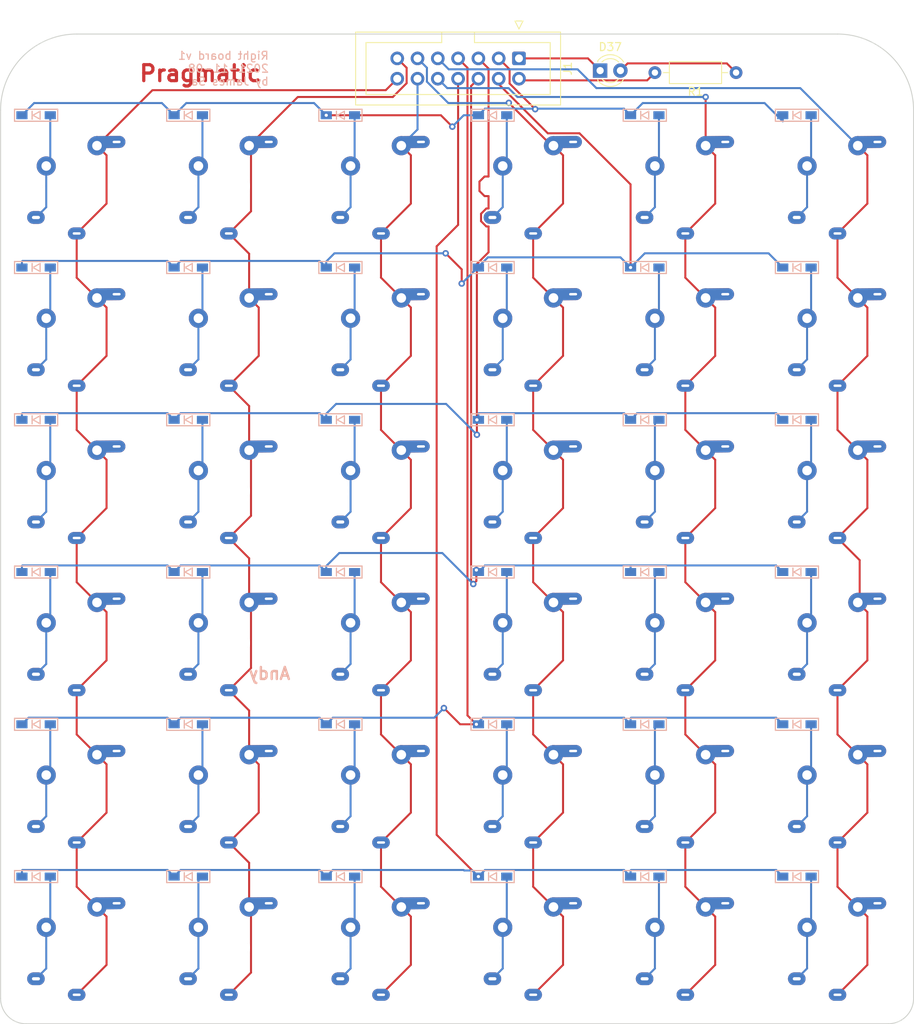
<source format=kicad_pcb>
(kicad_pcb (version 20171130) (host pcbnew "(5.1.10-1-10_14)")

  (general
    (thickness 1.6)
    (drawings 12)
    (tracks 516)
    (zones 0)
    (modules 75)
    (nets 52)
  )

  (page A4)
  (layers
    (0 F.Cu signal)
    (31 B.Cu signal)
    (32 B.Adhes user)
    (33 F.Adhes user)
    (34 B.Paste user)
    (35 F.Paste user)
    (36 B.SilkS user)
    (37 F.SilkS user)
    (38 B.Mask user)
    (39 F.Mask user)
    (40 Dwgs.User user hide)
    (41 Cmts.User user)
    (42 Eco1.User user)
    (43 Eco2.User user)
    (44 Edge.Cuts user)
    (45 Margin user)
    (46 B.CrtYd user)
    (47 F.CrtYd user)
    (48 B.Fab user)
    (49 F.Fab user)
  )

  (setup
    (last_trace_width 0.25)
    (trace_clearance 0.2)
    (zone_clearance 0.508)
    (zone_45_only no)
    (trace_min 0.2)
    (via_size 0.8)
    (via_drill 0.4)
    (via_min_size 0.4)
    (via_min_drill 0.3)
    (uvia_size 0.3)
    (uvia_drill 0.1)
    (uvias_allowed no)
    (uvia_min_size 0.2)
    (uvia_min_drill 0.1)
    (edge_width 0.12)
    (segment_width 0.12)
    (pcb_text_width 0.3)
    (pcb_text_size 1.5 1.5)
    (mod_edge_width 0.12)
    (mod_text_size 1 1)
    (mod_text_width 0.15)
    (pad_size 1.524 1.524)
    (pad_drill 0.762)
    (pad_to_mask_clearance 0)
    (aux_axis_origin 0 0)
    (visible_elements FFFFFF7F)
    (pcbplotparams
      (layerselection 0x010fc_ffffffff)
      (usegerberextensions false)
      (usegerberattributes true)
      (usegerberadvancedattributes true)
      (creategerberjobfile true)
      (excludeedgelayer true)
      (linewidth 0.100000)
      (plotframeref false)
      (viasonmask false)
      (mode 1)
      (useauxorigin false)
      (hpglpennumber 1)
      (hpglpenspeed 20)
      (hpglpendiameter 15.000000)
      (psnegative false)
      (psa4output false)
      (plotreference true)
      (plotvalue true)
      (plotinvisibletext false)
      (padsonsilk false)
      (subtractmaskfromsilk false)
      (outputformat 1)
      (mirror false)
      (drillshape 1)
      (scaleselection 1)
      (outputdirectory ""))
  )

  (net 0 "")
  (net 1 "Net-(D1-Pad2)")
  (net 2 Row1)
  (net 3 "Net-(D2-Pad2)")
  (net 4 "Net-(D3-Pad2)")
  (net 5 "Net-(D4-Pad2)")
  (net 6 "Net-(D7-Pad2)")
  (net 7 Row2)
  (net 8 "Net-(D8-Pad2)")
  (net 9 "Net-(D37-Pad2)")
  (net 10 VCC)
  (net 11 Ground)
  (net 12 Row4)
  (net 13 Row5)
  (net 14 Row6)
  (net 15 Row3)
  (net 16 "Net-(D5-Pad2)")
  (net 17 "Net-(D6-Pad2)")
  (net 18 "Net-(D9-Pad2)")
  (net 19 "Net-(D10-Pad2)")
  (net 20 "Net-(D11-Pad2)")
  (net 21 "Net-(D12-Pad2)")
  (net 22 "Net-(D13-Pad2)")
  (net 23 "Net-(D14-Pad2)")
  (net 24 "Net-(D15-Pad2)")
  (net 25 "Net-(D16-Pad2)")
  (net 26 "Net-(D17-Pad2)")
  (net 27 "Net-(D18-Pad2)")
  (net 28 "Net-(D19-Pad2)")
  (net 29 "Net-(D20-Pad2)")
  (net 30 "Net-(D21-Pad2)")
  (net 31 "Net-(D22-Pad2)")
  (net 32 "Net-(D23-Pad2)")
  (net 33 "Net-(D24-Pad2)")
  (net 34 "Net-(D25-Pad2)")
  (net 35 "Net-(D26-Pad2)")
  (net 36 "Net-(D27-Pad2)")
  (net 37 "Net-(D28-Pad2)")
  (net 38 "Net-(D29-Pad2)")
  (net 39 "Net-(D30-Pad2)")
  (net 40 "Net-(D31-Pad2)")
  (net 41 "Net-(D32-Pad2)")
  (net 42 "Net-(D33-Pad2)")
  (net 43 "Net-(D34-Pad2)")
  (net 44 "Net-(D35-Pad2)")
  (net 45 "Net-(D36-Pad2)")
  (net 46 Col12)
  (net 47 Col10)
  (net 48 Col8)
  (net 49 Col11)
  (net 50 Col9)
  (net 51 Col7)

  (net_class Default "This is the default net class."
    (clearance 0.2)
    (trace_width 0.25)
    (via_dia 0.8)
    (via_drill 0.4)
    (uvia_dia 0.3)
    (uvia_drill 0.1)
    (add_net Col10)
    (add_net Col11)
    (add_net Col12)
    (add_net Col7)
    (add_net Col8)
    (add_net Col9)
    (add_net Ground)
    (add_net "Net-(D1-Pad2)")
    (add_net "Net-(D10-Pad2)")
    (add_net "Net-(D11-Pad2)")
    (add_net "Net-(D12-Pad2)")
    (add_net "Net-(D13-Pad2)")
    (add_net "Net-(D14-Pad2)")
    (add_net "Net-(D15-Pad2)")
    (add_net "Net-(D16-Pad2)")
    (add_net "Net-(D17-Pad2)")
    (add_net "Net-(D18-Pad2)")
    (add_net "Net-(D19-Pad2)")
    (add_net "Net-(D2-Pad2)")
    (add_net "Net-(D20-Pad2)")
    (add_net "Net-(D21-Pad2)")
    (add_net "Net-(D22-Pad2)")
    (add_net "Net-(D23-Pad2)")
    (add_net "Net-(D24-Pad2)")
    (add_net "Net-(D25-Pad2)")
    (add_net "Net-(D26-Pad2)")
    (add_net "Net-(D27-Pad2)")
    (add_net "Net-(D28-Pad2)")
    (add_net "Net-(D29-Pad2)")
    (add_net "Net-(D3-Pad2)")
    (add_net "Net-(D30-Pad2)")
    (add_net "Net-(D31-Pad2)")
    (add_net "Net-(D32-Pad2)")
    (add_net "Net-(D33-Pad2)")
    (add_net "Net-(D34-Pad2)")
    (add_net "Net-(D35-Pad2)")
    (add_net "Net-(D36-Pad2)")
    (add_net "Net-(D37-Pad2)")
    (add_net "Net-(D4-Pad2)")
    (add_net "Net-(D5-Pad2)")
    (add_net "Net-(D6-Pad2)")
    (add_net "Net-(D7-Pad2)")
    (add_net "Net-(D8-Pad2)")
    (add_net "Net-(D9-Pad2)")
    (add_net Row1)
    (add_net Row2)
    (add_net Row3)
    (add_net Row4)
    (add_net Row5)
    (add_net Row6)
    (add_net VCC)
  )

  (module Foostan:CherryMX_ChocV2_1u (layer F.Cu) (tedit 5F85C937) (tstamp 6186EBF4)
    (at 152.4 152.4)
    (path /618C9808)
    (fp_text reference SW36 (at 5.1 7.95 180) (layer Dwgs.User)
      (effects (font (size 1 1) (thickness 0.15)))
    )
    (fp_text value SW_Push (at 0 7.9 180) (layer Dwgs.User) hide
      (effects (font (size 1 1) (thickness 0.15)))
    )
    (fp_line (start 7 7) (end 7 6) (layer Dwgs.User) (width 0.15))
    (fp_line (start 6 7) (end 7 7) (layer Dwgs.User) (width 0.15))
    (fp_line (start -7 -7) (end -6 -7) (layer Dwgs.User) (width 0.15))
    (fp_line (start -7 -6) (end -7 -7) (layer Dwgs.User) (width 0.15))
    (fp_line (start -9.525 9.525) (end -9.525 -9.525) (layer Dwgs.User) (width 0.15))
    (fp_line (start 9.525 9.525) (end -9.525 9.525) (layer Dwgs.User) (width 0.15))
    (fp_line (start 9.525 -9.525) (end 9.525 9.525) (layer Dwgs.User) (width 0.15))
    (fp_line (start -9.525 -9.525) (end 9.525 -9.525) (layer Dwgs.User) (width 0.15))
    (pad 2 thru_hole circle (at 2.54 -5.08) (size 2.4 2.4) (drill 1.2) (layers *.Cu B.Mask)
      (net 51 Col7))
    (pad 2 thru_hole oval (at 5 -5.55 0.5) (size 4.4 1.5) (drill oval 1 0.3 (offset -1.1 0)) (layers *.Cu B.Mask)
      (net 51 Col7))
    (pad 1 thru_hole oval (at -5.1 3.9) (size 2.2 1.6) (drill oval 1 0.4) (layers *.Cu B.Mask)
      (net 45 "Net-(D36-Pad2)"))
    (pad "" np_thru_hole circle (at 0 0 90) (size 4.9 4.9) (drill 4.9) (layers *.Cu *.Mask))
    (pad "" np_thru_hole circle (at -5.5 0 90) (size 1.8 1.8) (drill 1.8) (layers *.Cu *.Mask))
    (pad "" np_thru_hole circle (at 5.5 0 90) (size 1.8 1.8) (drill 1.8) (layers *.Cu *.Mask))
    (pad 2 thru_hole oval (at 0 5.9) (size 2.2 1.5) (drill oval 1 0.3) (layers *.Cu B.Mask)
      (net 51 Col7))
    (pad 1 thru_hole circle (at -3.81 -2.54) (size 2.4 2.4) (drill 1.2) (layers *.Cu B.Mask)
      (net 45 "Net-(D36-Pad2)"))
    (pad "" np_thru_hole circle (at 5.08 0) (size 1.7 1.7) (drill 1.7) (layers *.Cu *.Mask))
    (pad "" np_thru_hole circle (at -5.08 0) (size 1.7 1.7) (drill 1.7) (layers *.Cu *.Mask))
    (model "${LOCAL_LIB}/kbd/kicad-packages3D/kbd.3dshapes/CherryMX Switch.step"
      (at (xyz 0 0 0))
      (scale (xyz 1 1 1))
      (rotate (xyz 0 0 0))
    )
  )

  (module Foostan:CherryMX_ChocV2_1u (layer F.Cu) (tedit 5F85C937) (tstamp 6187420E)
    (at 95.25 57.15)
    (path /6189B002)
    (fp_text reference SW3 (at 5.1 7.95 180) (layer Dwgs.User)
      (effects (font (size 1 1) (thickness 0.15)))
    )
    (fp_text value SW_Push (at 0 7.9 180) (layer Dwgs.User) hide
      (effects (font (size 1 1) (thickness 0.15)))
    )
    (fp_line (start -9.525 -9.525) (end 9.525 -9.525) (layer Dwgs.User) (width 0.15))
    (fp_line (start 9.525 -9.525) (end 9.525 9.525) (layer Dwgs.User) (width 0.15))
    (fp_line (start 9.525 9.525) (end -9.525 9.525) (layer Dwgs.User) (width 0.15))
    (fp_line (start -9.525 9.525) (end -9.525 -9.525) (layer Dwgs.User) (width 0.15))
    (fp_line (start -7 -6) (end -7 -7) (layer Dwgs.User) (width 0.15))
    (fp_line (start -7 -7) (end -6 -7) (layer Dwgs.User) (width 0.15))
    (fp_line (start 6 7) (end 7 7) (layer Dwgs.User) (width 0.15))
    (fp_line (start 7 7) (end 7 6) (layer Dwgs.User) (width 0.15))
    (pad 2 thru_hole circle (at 2.54 -5.08) (size 2.4 2.4) (drill 1.2) (layers *.Cu B.Mask)
      (net 47 Col10))
    (pad 2 thru_hole oval (at 5 -5.55 0.5) (size 4.4 1.5) (drill oval 1 0.3 (offset -1.1 0)) (layers *.Cu B.Mask)
      (net 47 Col10))
    (pad 1 thru_hole oval (at -5.1 3.9) (size 2.2 1.6) (drill oval 1 0.4) (layers *.Cu B.Mask)
      (net 4 "Net-(D3-Pad2)"))
    (pad "" np_thru_hole circle (at 0 0 90) (size 4.9 4.9) (drill 4.9) (layers *.Cu *.Mask))
    (pad "" np_thru_hole circle (at -5.5 0 90) (size 1.8 1.8) (drill 1.8) (layers *.Cu *.Mask))
    (pad "" np_thru_hole circle (at 5.5 0 90) (size 1.8 1.8) (drill 1.8) (layers *.Cu *.Mask))
    (pad 2 thru_hole oval (at 0 5.9) (size 2.2 1.5) (drill oval 1 0.3) (layers *.Cu B.Mask)
      (net 47 Col10))
    (pad 1 thru_hole circle (at -3.81 -2.54) (size 2.4 2.4) (drill 1.2) (layers *.Cu B.Mask)
      (net 4 "Net-(D3-Pad2)"))
    (pad "" np_thru_hole circle (at 5.08 0) (size 1.7 1.7) (drill 1.7) (layers *.Cu *.Mask))
    (pad "" np_thru_hole circle (at -5.08 0) (size 1.7 1.7) (drill 1.7) (layers *.Cu *.Mask))
    (model "${LOCAL_LIB}/kbd/kicad-packages3D/kbd.3dshapes/CherryMX Switch.step"
      (at (xyz 0 0 0))
      (scale (xyz 1 1 1))
      (rotate (xyz 0 0 0))
    )
  )

  (module Foostan:D3_SMD_v2 (layer B.Cu) (tedit 5F70BC50) (tstamp 6186E6DB)
    (at 147.32 48.26)
    (descr "Resitance 3 pas")
    (tags R)
    (path /6189C15A)
    (autoplace_cost180 10)
    (fp_text reference D6 (at 0.5 0) (layer B.Fab) hide
      (effects (font (size 0.5 0.5) (thickness 0.125)) (justify mirror))
    )
    (fp_text value D (at -0.6 0) (layer B.Fab) hide
      (effects (font (size 0.5 0.5) (thickness 0.125)) (justify mirror))
    )
    (fp_line (start -0.5 0.5) (end -0.5 -0.5) (layer B.SilkS) (width 0.15))
    (fp_line (start -0.4 0) (end 0.5 0.5) (layer B.SilkS) (width 0.15))
    (fp_line (start 0.5 -0.5) (end -0.4 0) (layer B.SilkS) (width 0.15))
    (fp_line (start 0.5 0.5) (end 0.5 -0.5) (layer B.SilkS) (width 0.15))
    (fp_line (start 2.7 0.75) (end 2.7 -0.75) (layer B.SilkS) (width 0.15))
    (fp_line (start -2.7 0.75) (end -2.7 -0.75) (layer B.SilkS) (width 0.15))
    (fp_line (start 2.7 0.75) (end -2.7 0.75) (layer B.SilkS) (width 0.15))
    (fp_line (start -2.7 -0.75) (end 2.7 -0.75) (layer B.SilkS) (width 0.15))
    (pad 2 smd rect (at 1.775 0) (size 1.4 1) (layers B.Cu B.Paste B.Mask)
      (net 17 "Net-(D6-Pad2)"))
    (pad 1 smd rect (at -1.775 0) (size 1.4 1) (layers B.Cu B.Paste B.Mask)
      (net 2 Row1))
    (model "${LOCAL_LIB}/kbd/kicad-packages3D/kbd.3dshapes/D_SOD-123 Soldered.step"
      (at (xyz 0 0 0))
      (scale (xyz 1 1 1))
      (rotate (xyz 0 0 0))
    )
  )

  (module Foostan:CherryMX_ChocV2_1u (layer F.Cu) (tedit 5F85C937) (tstamp 618741F8)
    (at 76.2 57.15)
    (path /618ACC6E)
    (fp_text reference SW2 (at 5.1 7.95 180) (layer Dwgs.User)
      (effects (font (size 1 1) (thickness 0.15)))
    )
    (fp_text value SW_Push (at 0 7.9 180) (layer Dwgs.User) hide
      (effects (font (size 1 1) (thickness 0.15)))
    )
    (fp_line (start -9.525 -9.525) (end 9.525 -9.525) (layer Dwgs.User) (width 0.15))
    (fp_line (start 9.525 -9.525) (end 9.525 9.525) (layer Dwgs.User) (width 0.15))
    (fp_line (start 9.525 9.525) (end -9.525 9.525) (layer Dwgs.User) (width 0.15))
    (fp_line (start -9.525 9.525) (end -9.525 -9.525) (layer Dwgs.User) (width 0.15))
    (fp_line (start -7 -6) (end -7 -7) (layer Dwgs.User) (width 0.15))
    (fp_line (start -7 -7) (end -6 -7) (layer Dwgs.User) (width 0.15))
    (fp_line (start 6 7) (end 7 7) (layer Dwgs.User) (width 0.15))
    (fp_line (start 7 7) (end 7 6) (layer Dwgs.User) (width 0.15))
    (pad 2 thru_hole circle (at 2.54 -5.08) (size 2.4 2.4) (drill 1.2) (layers *.Cu B.Mask)
      (net 49 Col11))
    (pad 2 thru_hole oval (at 5 -5.55 0.5) (size 4.4 1.5) (drill oval 1 0.3 (offset -1.1 0)) (layers *.Cu B.Mask)
      (net 49 Col11))
    (pad 1 thru_hole oval (at -5.1 3.9) (size 2.2 1.6) (drill oval 1 0.4) (layers *.Cu B.Mask)
      (net 3 "Net-(D2-Pad2)"))
    (pad "" np_thru_hole circle (at 0 0 90) (size 4.9 4.9) (drill 4.9) (layers *.Cu *.Mask))
    (pad "" np_thru_hole circle (at -5.5 0 90) (size 1.8 1.8) (drill 1.8) (layers *.Cu *.Mask))
    (pad "" np_thru_hole circle (at 5.5 0 90) (size 1.8 1.8) (drill 1.8) (layers *.Cu *.Mask))
    (pad 2 thru_hole oval (at 0 5.9) (size 2.2 1.5) (drill oval 1 0.3) (layers *.Cu B.Mask)
      (net 49 Col11))
    (pad 1 thru_hole circle (at -3.81 -2.54) (size 2.4 2.4) (drill 1.2) (layers *.Cu B.Mask)
      (net 3 "Net-(D2-Pad2)"))
    (pad "" np_thru_hole circle (at 5.08 0) (size 1.7 1.7) (drill 1.7) (layers *.Cu *.Mask))
    (pad "" np_thru_hole circle (at -5.08 0) (size 1.7 1.7) (drill 1.7) (layers *.Cu *.Mask))
    (model "${LOCAL_LIB}/kbd/kicad-packages3D/kbd.3dshapes/CherryMX Switch.step"
      (at (xyz 0 0 0))
      (scale (xyz 1 1 1))
      (rotate (xyz 0 0 0))
    )
  )

  (module Foostan:CherryMX_ChocV2_1u (layer F.Cu) (tedit 5F85C937) (tstamp 61870F67)
    (at 133.35 133.35)
    (path /618C66B4)
    (fp_text reference SW29 (at 5.1 7.95 180) (layer Dwgs.User)
      (effects (font (size 1 1) (thickness 0.15)))
    )
    (fp_text value SW_Push (at 0 7.9 180) (layer Dwgs.User) hide
      (effects (font (size 1 1) (thickness 0.15)))
    )
    (fp_line (start -9.525 -9.525) (end 9.525 -9.525) (layer Dwgs.User) (width 0.15))
    (fp_line (start 9.525 -9.525) (end 9.525 9.525) (layer Dwgs.User) (width 0.15))
    (fp_line (start 9.525 9.525) (end -9.525 9.525) (layer Dwgs.User) (width 0.15))
    (fp_line (start -9.525 9.525) (end -9.525 -9.525) (layer Dwgs.User) (width 0.15))
    (fp_line (start -7 -6) (end -7 -7) (layer Dwgs.User) (width 0.15))
    (fp_line (start -7 -7) (end -6 -7) (layer Dwgs.User) (width 0.15))
    (fp_line (start 6 7) (end 7 7) (layer Dwgs.User) (width 0.15))
    (fp_line (start 7 7) (end 7 6) (layer Dwgs.User) (width 0.15))
    (pad 2 thru_hole circle (at 2.54 -5.08) (size 2.4 2.4) (drill 1.2) (layers *.Cu B.Mask)
      (net 48 Col8))
    (pad 2 thru_hole oval (at 5 -5.55 0.5) (size 4.4 1.5) (drill oval 1 0.3 (offset -1.1 0)) (layers *.Cu B.Mask)
      (net 48 Col8))
    (pad 1 thru_hole oval (at -5.1 3.9) (size 2.2 1.6) (drill oval 1 0.4) (layers *.Cu B.Mask)
      (net 38 "Net-(D29-Pad2)"))
    (pad "" np_thru_hole circle (at 0 0 90) (size 4.9 4.9) (drill 4.9) (layers *.Cu *.Mask))
    (pad "" np_thru_hole circle (at -5.5 0 90) (size 1.8 1.8) (drill 1.8) (layers *.Cu *.Mask))
    (pad "" np_thru_hole circle (at 5.5 0 90) (size 1.8 1.8) (drill 1.8) (layers *.Cu *.Mask))
    (pad 2 thru_hole oval (at 0 5.9) (size 2.2 1.5) (drill oval 1 0.3) (layers *.Cu B.Mask)
      (net 48 Col8))
    (pad 1 thru_hole circle (at -3.81 -2.54) (size 2.4 2.4) (drill 1.2) (layers *.Cu B.Mask)
      (net 38 "Net-(D29-Pad2)"))
    (pad "" np_thru_hole circle (at 5.08 0) (size 1.7 1.7) (drill 1.7) (layers *.Cu *.Mask))
    (pad "" np_thru_hole circle (at -5.08 0) (size 1.7 1.7) (drill 1.7) (layers *.Cu *.Mask))
    (model "${LOCAL_LIB}/kbd/kicad-packages3D/kbd.3dshapes/CherryMX Switch.step"
      (at (xyz 0 0 0))
      (scale (xyz 1 1 1))
      (rotate (xyz 0 0 0))
    )
  )

  (module Foostan:CherryMX_ChocV2_1u (layer F.Cu) (tedit 5F85C937) (tstamp 61870F51)
    (at 114.3 133.35)
    (path /618C66A8)
    (fp_text reference SW28 (at 5.1 7.95 180) (layer Dwgs.User)
      (effects (font (size 1 1) (thickness 0.15)))
    )
    (fp_text value SW_Push (at 0 7.9 180) (layer Dwgs.User) hide
      (effects (font (size 1 1) (thickness 0.15)))
    )
    (fp_line (start -9.525 -9.525) (end 9.525 -9.525) (layer Dwgs.User) (width 0.15))
    (fp_line (start 9.525 -9.525) (end 9.525 9.525) (layer Dwgs.User) (width 0.15))
    (fp_line (start 9.525 9.525) (end -9.525 9.525) (layer Dwgs.User) (width 0.15))
    (fp_line (start -9.525 9.525) (end -9.525 -9.525) (layer Dwgs.User) (width 0.15))
    (fp_line (start -7 -6) (end -7 -7) (layer Dwgs.User) (width 0.15))
    (fp_line (start -7 -7) (end -6 -7) (layer Dwgs.User) (width 0.15))
    (fp_line (start 6 7) (end 7 7) (layer Dwgs.User) (width 0.15))
    (fp_line (start 7 7) (end 7 6) (layer Dwgs.User) (width 0.15))
    (pad 2 thru_hole circle (at 2.54 -5.08) (size 2.4 2.4) (drill 1.2) (layers *.Cu B.Mask)
      (net 50 Col9))
    (pad 2 thru_hole oval (at 5 -5.55 0.5) (size 4.4 1.5) (drill oval 1 0.3 (offset -1.1 0)) (layers *.Cu B.Mask)
      (net 50 Col9))
    (pad 1 thru_hole oval (at -5.1 3.9) (size 2.2 1.6) (drill oval 1 0.4) (layers *.Cu B.Mask)
      (net 37 "Net-(D28-Pad2)"))
    (pad "" np_thru_hole circle (at 0 0 90) (size 4.9 4.9) (drill 4.9) (layers *.Cu *.Mask))
    (pad "" np_thru_hole circle (at -5.5 0 90) (size 1.8 1.8) (drill 1.8) (layers *.Cu *.Mask))
    (pad "" np_thru_hole circle (at 5.5 0 90) (size 1.8 1.8) (drill 1.8) (layers *.Cu *.Mask))
    (pad 2 thru_hole oval (at 0 5.9) (size 2.2 1.5) (drill oval 1 0.3) (layers *.Cu B.Mask)
      (net 50 Col9))
    (pad 1 thru_hole circle (at -3.81 -2.54) (size 2.4 2.4) (drill 1.2) (layers *.Cu B.Mask)
      (net 37 "Net-(D28-Pad2)"))
    (pad "" np_thru_hole circle (at 5.08 0) (size 1.7 1.7) (drill 1.7) (layers *.Cu *.Mask))
    (pad "" np_thru_hole circle (at -5.08 0) (size 1.7 1.7) (drill 1.7) (layers *.Cu *.Mask))
    (model "${LOCAL_LIB}/kbd/kicad-packages3D/kbd.3dshapes/CherryMX Switch.step"
      (at (xyz 0 0 0))
      (scale (xyz 1 1 1))
      (rotate (xyz 0 0 0))
    )
  )

  (module Foostan:CherryMX_ChocV2_1u (layer F.Cu) (tedit 5F85C937) (tstamp 61870EBD)
    (at 152.4 114.3)
    (path /618C1847)
    (fp_text reference SW24 (at 5.1 7.95 180) (layer Dwgs.User)
      (effects (font (size 1 1) (thickness 0.15)))
    )
    (fp_text value SW_Push (at 0 7.9 180) (layer Dwgs.User) hide
      (effects (font (size 1 1) (thickness 0.15)))
    )
    (fp_line (start -9.525 -9.525) (end 9.525 -9.525) (layer Dwgs.User) (width 0.15))
    (fp_line (start 9.525 -9.525) (end 9.525 9.525) (layer Dwgs.User) (width 0.15))
    (fp_line (start 9.525 9.525) (end -9.525 9.525) (layer Dwgs.User) (width 0.15))
    (fp_line (start -9.525 9.525) (end -9.525 -9.525) (layer Dwgs.User) (width 0.15))
    (fp_line (start -7 -6) (end -7 -7) (layer Dwgs.User) (width 0.15))
    (fp_line (start -7 -7) (end -6 -7) (layer Dwgs.User) (width 0.15))
    (fp_line (start 6 7) (end 7 7) (layer Dwgs.User) (width 0.15))
    (fp_line (start 7 7) (end 7 6) (layer Dwgs.User) (width 0.15))
    (pad 2 thru_hole circle (at 2.54 -5.08) (size 2.4 2.4) (drill 1.2) (layers *.Cu B.Mask)
      (net 51 Col7))
    (pad 2 thru_hole oval (at 5 -5.55 0.5) (size 4.4 1.5) (drill oval 1 0.3 (offset -1.1 0)) (layers *.Cu B.Mask)
      (net 51 Col7))
    (pad 1 thru_hole oval (at -5.1 3.9) (size 2.2 1.6) (drill oval 1 0.4) (layers *.Cu B.Mask)
      (net 33 "Net-(D24-Pad2)"))
    (pad "" np_thru_hole circle (at 0 0 90) (size 4.9 4.9) (drill 4.9) (layers *.Cu *.Mask))
    (pad "" np_thru_hole circle (at -5.5 0 90) (size 1.8 1.8) (drill 1.8) (layers *.Cu *.Mask))
    (pad "" np_thru_hole circle (at 5.5 0 90) (size 1.8 1.8) (drill 1.8) (layers *.Cu *.Mask))
    (pad 2 thru_hole oval (at 0 5.9) (size 2.2 1.5) (drill oval 1 0.3) (layers *.Cu B.Mask)
      (net 51 Col7))
    (pad 1 thru_hole circle (at -3.81 -2.54) (size 2.4 2.4) (drill 1.2) (layers *.Cu B.Mask)
      (net 33 "Net-(D24-Pad2)"))
    (pad "" np_thru_hole circle (at 5.08 0) (size 1.7 1.7) (drill 1.7) (layers *.Cu *.Mask))
    (pad "" np_thru_hole circle (at -5.08 0) (size 1.7 1.7) (drill 1.7) (layers *.Cu *.Mask))
    (model "${LOCAL_LIB}/kbd/kicad-packages3D/kbd.3dshapes/CherryMX Switch.step"
      (at (xyz 0 0 0))
      (scale (xyz 1 1 1))
      (rotate (xyz 0 0 0))
    )
  )

  (module Foostan:D3_SMD_v2 (layer B.Cu) (tedit 5F70BC50) (tstamp 618706D3)
    (at 90.17 48.26)
    (descr "Resitance 3 pas")
    (tags R)
    (path /6189AFFC)
    (autoplace_cost180 10)
    (fp_text reference D3 (at 0.5 0) (layer B.Fab) hide
      (effects (font (size 0.5 0.5) (thickness 0.125)) (justify mirror))
    )
    (fp_text value D (at -0.6 0) (layer B.Fab) hide
      (effects (font (size 0.5 0.5) (thickness 0.125)) (justify mirror))
    )
    (fp_line (start -2.7 -0.75) (end 2.7 -0.75) (layer B.SilkS) (width 0.15))
    (fp_line (start 2.7 0.75) (end -2.7 0.75) (layer B.SilkS) (width 0.15))
    (fp_line (start -2.7 0.75) (end -2.7 -0.75) (layer B.SilkS) (width 0.15))
    (fp_line (start 2.7 0.75) (end 2.7 -0.75) (layer B.SilkS) (width 0.15))
    (fp_line (start 0.5 0.5) (end 0.5 -0.5) (layer B.SilkS) (width 0.15))
    (fp_line (start 0.5 -0.5) (end -0.4 0) (layer B.SilkS) (width 0.15))
    (fp_line (start -0.4 0) (end 0.5 0.5) (layer B.SilkS) (width 0.15))
    (fp_line (start -0.5 0.5) (end -0.5 -0.5) (layer B.SilkS) (width 0.15))
    (pad 2 smd rect (at 1.775 0) (size 1.4 1) (layers B.Cu B.Paste B.Mask)
      (net 4 "Net-(D3-Pad2)"))
    (pad 1 smd rect (at -1.775 0) (size 1.4 1) (layers B.Cu B.Paste B.Mask)
      (net 2 Row1))
    (model "${LOCAL_LIB}/kbd/kicad-packages3D/kbd.3dshapes/D_SOD-123 Soldered.step"
      (at (xyz 0 0 0))
      (scale (xyz 1 1 1))
      (rotate (xyz 0 0 0))
    )
  )

  (module Foostan:D3_SMD_v2 (layer B.Cu) (tedit 5F70BC50) (tstamp 618706C5)
    (at 71.12 48.26)
    (descr "Resitance 3 pas")
    (tags R)
    (path /618ACC68)
    (autoplace_cost180 10)
    (fp_text reference D2 (at 0.5 0) (layer B.Fab) hide
      (effects (font (size 0.5 0.5) (thickness 0.125)) (justify mirror))
    )
    (fp_text value D (at -0.6 0) (layer B.Fab) hide
      (effects (font (size 0.5 0.5) (thickness 0.125)) (justify mirror))
    )
    (fp_line (start -2.7 -0.75) (end 2.7 -0.75) (layer B.SilkS) (width 0.15))
    (fp_line (start 2.7 0.75) (end -2.7 0.75) (layer B.SilkS) (width 0.15))
    (fp_line (start -2.7 0.75) (end -2.7 -0.75) (layer B.SilkS) (width 0.15))
    (fp_line (start 2.7 0.75) (end 2.7 -0.75) (layer B.SilkS) (width 0.15))
    (fp_line (start 0.5 0.5) (end 0.5 -0.5) (layer B.SilkS) (width 0.15))
    (fp_line (start 0.5 -0.5) (end -0.4 0) (layer B.SilkS) (width 0.15))
    (fp_line (start -0.4 0) (end 0.5 0.5) (layer B.SilkS) (width 0.15))
    (fp_line (start -0.5 0.5) (end -0.5 -0.5) (layer B.SilkS) (width 0.15))
    (pad 2 smd rect (at 1.775 0) (size 1.4 1) (layers B.Cu B.Paste B.Mask)
      (net 3 "Net-(D2-Pad2)"))
    (pad 1 smd rect (at -1.775 0) (size 1.4 1) (layers B.Cu B.Paste B.Mask)
      (net 2 Row1))
    (model "${LOCAL_LIB}/kbd/kicad-packages3D/kbd.3dshapes/D_SOD-123 Soldered.step"
      (at (xyz 0 0 0))
      (scale (xyz 1 1 1))
      (rotate (xyz 0 0 0))
    )
  )

  (module Foostan:CherryMX_ChocV2_1u (layer F.Cu) (tedit 5F85C937) (tstamp 6186EBDE)
    (at 133.35 152.4)
    (path /618C97FC)
    (fp_text reference SW35 (at 5.1 7.95 180) (layer Dwgs.User)
      (effects (font (size 1 1) (thickness 0.15)))
    )
    (fp_text value SW_Push (at 0 7.9 180) (layer Dwgs.User) hide
      (effects (font (size 1 1) (thickness 0.15)))
    )
    (fp_line (start 7 7) (end 7 6) (layer Dwgs.User) (width 0.15))
    (fp_line (start 6 7) (end 7 7) (layer Dwgs.User) (width 0.15))
    (fp_line (start -7 -7) (end -6 -7) (layer Dwgs.User) (width 0.15))
    (fp_line (start -7 -6) (end -7 -7) (layer Dwgs.User) (width 0.15))
    (fp_line (start -9.525 9.525) (end -9.525 -9.525) (layer Dwgs.User) (width 0.15))
    (fp_line (start 9.525 9.525) (end -9.525 9.525) (layer Dwgs.User) (width 0.15))
    (fp_line (start 9.525 -9.525) (end 9.525 9.525) (layer Dwgs.User) (width 0.15))
    (fp_line (start -9.525 -9.525) (end 9.525 -9.525) (layer Dwgs.User) (width 0.15))
    (pad 2 thru_hole circle (at 2.54 -5.08) (size 2.4 2.4) (drill 1.2) (layers *.Cu B.Mask)
      (net 48 Col8))
    (pad 2 thru_hole oval (at 5 -5.55 0.5) (size 4.4 1.5) (drill oval 1 0.3 (offset -1.1 0)) (layers *.Cu B.Mask)
      (net 48 Col8))
    (pad 1 thru_hole oval (at -5.1 3.9) (size 2.2 1.6) (drill oval 1 0.4) (layers *.Cu B.Mask)
      (net 44 "Net-(D35-Pad2)"))
    (pad "" np_thru_hole circle (at 0 0 90) (size 4.9 4.9) (drill 4.9) (layers *.Cu *.Mask))
    (pad "" np_thru_hole circle (at -5.5 0 90) (size 1.8 1.8) (drill 1.8) (layers *.Cu *.Mask))
    (pad "" np_thru_hole circle (at 5.5 0 90) (size 1.8 1.8) (drill 1.8) (layers *.Cu *.Mask))
    (pad 2 thru_hole oval (at 0 5.9) (size 2.2 1.5) (drill oval 1 0.3) (layers *.Cu B.Mask)
      (net 48 Col8))
    (pad 1 thru_hole circle (at -3.81 -2.54) (size 2.4 2.4) (drill 1.2) (layers *.Cu B.Mask)
      (net 44 "Net-(D35-Pad2)"))
    (pad "" np_thru_hole circle (at 5.08 0) (size 1.7 1.7) (drill 1.7) (layers *.Cu *.Mask))
    (pad "" np_thru_hole circle (at -5.08 0) (size 1.7 1.7) (drill 1.7) (layers *.Cu *.Mask))
    (model "${LOCAL_LIB}/kbd/kicad-packages3D/kbd.3dshapes/CherryMX Switch.step"
      (at (xyz 0 0 0))
      (scale (xyz 1 1 1))
      (rotate (xyz 0 0 0))
    )
  )

  (module Foostan:CherryMX_ChocV2_1u (layer F.Cu) (tedit 5F85C937) (tstamp 6186EBC8)
    (at 114.3 152.4)
    (path /618C97F0)
    (fp_text reference SW34 (at 5.1 7.95 180) (layer Dwgs.User)
      (effects (font (size 1 1) (thickness 0.15)))
    )
    (fp_text value SW_Push (at 0 7.9 180) (layer Dwgs.User) hide
      (effects (font (size 1 1) (thickness 0.15)))
    )
    (fp_line (start 7 7) (end 7 6) (layer Dwgs.User) (width 0.15))
    (fp_line (start 6 7) (end 7 7) (layer Dwgs.User) (width 0.15))
    (fp_line (start -7 -7) (end -6 -7) (layer Dwgs.User) (width 0.15))
    (fp_line (start -7 -6) (end -7 -7) (layer Dwgs.User) (width 0.15))
    (fp_line (start -9.525 9.525) (end -9.525 -9.525) (layer Dwgs.User) (width 0.15))
    (fp_line (start 9.525 9.525) (end -9.525 9.525) (layer Dwgs.User) (width 0.15))
    (fp_line (start 9.525 -9.525) (end 9.525 9.525) (layer Dwgs.User) (width 0.15))
    (fp_line (start -9.525 -9.525) (end 9.525 -9.525) (layer Dwgs.User) (width 0.15))
    (pad 2 thru_hole circle (at 2.54 -5.08) (size 2.4 2.4) (drill 1.2) (layers *.Cu B.Mask)
      (net 50 Col9))
    (pad 2 thru_hole oval (at 5 -5.55 0.5) (size 4.4 1.5) (drill oval 1 0.3 (offset -1.1 0)) (layers *.Cu B.Mask)
      (net 50 Col9))
    (pad 1 thru_hole oval (at -5.1 3.9) (size 2.2 1.6) (drill oval 1 0.4) (layers *.Cu B.Mask)
      (net 43 "Net-(D34-Pad2)"))
    (pad "" np_thru_hole circle (at 0 0 90) (size 4.9 4.9) (drill 4.9) (layers *.Cu *.Mask))
    (pad "" np_thru_hole circle (at -5.5 0 90) (size 1.8 1.8) (drill 1.8) (layers *.Cu *.Mask))
    (pad "" np_thru_hole circle (at 5.5 0 90) (size 1.8 1.8) (drill 1.8) (layers *.Cu *.Mask))
    (pad 2 thru_hole oval (at 0 5.9) (size 2.2 1.5) (drill oval 1 0.3) (layers *.Cu B.Mask)
      (net 50 Col9))
    (pad 1 thru_hole circle (at -3.81 -2.54) (size 2.4 2.4) (drill 1.2) (layers *.Cu B.Mask)
      (net 43 "Net-(D34-Pad2)"))
    (pad "" np_thru_hole circle (at 5.08 0) (size 1.7 1.7) (drill 1.7) (layers *.Cu *.Mask))
    (pad "" np_thru_hole circle (at -5.08 0) (size 1.7 1.7) (drill 1.7) (layers *.Cu *.Mask))
    (model "${LOCAL_LIB}/kbd/kicad-packages3D/kbd.3dshapes/CherryMX Switch.step"
      (at (xyz 0 0 0))
      (scale (xyz 1 1 1))
      (rotate (xyz 0 0 0))
    )
  )

  (module Foostan:CherryMX_ChocV2_1u (layer F.Cu) (tedit 5F85C937) (tstamp 6186EBB2)
    (at 95.25 152.4)
    (path /618C97E4)
    (fp_text reference SW33 (at 5.1 7.95 180) (layer Dwgs.User)
      (effects (font (size 1 1) (thickness 0.15)))
    )
    (fp_text value SW_Push (at 0 7.9 180) (layer Dwgs.User) hide
      (effects (font (size 1 1) (thickness 0.15)))
    )
    (fp_line (start 7 7) (end 7 6) (layer Dwgs.User) (width 0.15))
    (fp_line (start 6 7) (end 7 7) (layer Dwgs.User) (width 0.15))
    (fp_line (start -7 -7) (end -6 -7) (layer Dwgs.User) (width 0.15))
    (fp_line (start -7 -6) (end -7 -7) (layer Dwgs.User) (width 0.15))
    (fp_line (start -9.525 9.525) (end -9.525 -9.525) (layer Dwgs.User) (width 0.15))
    (fp_line (start 9.525 9.525) (end -9.525 9.525) (layer Dwgs.User) (width 0.15))
    (fp_line (start 9.525 -9.525) (end 9.525 9.525) (layer Dwgs.User) (width 0.15))
    (fp_line (start -9.525 -9.525) (end 9.525 -9.525) (layer Dwgs.User) (width 0.15))
    (pad 2 thru_hole circle (at 2.54 -5.08) (size 2.4 2.4) (drill 1.2) (layers *.Cu B.Mask)
      (net 47 Col10))
    (pad 2 thru_hole oval (at 5 -5.55 0.5) (size 4.4 1.5) (drill oval 1 0.3 (offset -1.1 0)) (layers *.Cu B.Mask)
      (net 47 Col10))
    (pad 1 thru_hole oval (at -5.1 3.9) (size 2.2 1.6) (drill oval 1 0.4) (layers *.Cu B.Mask)
      (net 42 "Net-(D33-Pad2)"))
    (pad "" np_thru_hole circle (at 0 0 90) (size 4.9 4.9) (drill 4.9) (layers *.Cu *.Mask))
    (pad "" np_thru_hole circle (at -5.5 0 90) (size 1.8 1.8) (drill 1.8) (layers *.Cu *.Mask))
    (pad "" np_thru_hole circle (at 5.5 0 90) (size 1.8 1.8) (drill 1.8) (layers *.Cu *.Mask))
    (pad 2 thru_hole oval (at 0 5.9) (size 2.2 1.5) (drill oval 1 0.3) (layers *.Cu B.Mask)
      (net 47 Col10))
    (pad 1 thru_hole circle (at -3.81 -2.54) (size 2.4 2.4) (drill 1.2) (layers *.Cu B.Mask)
      (net 42 "Net-(D33-Pad2)"))
    (pad "" np_thru_hole circle (at 5.08 0) (size 1.7 1.7) (drill 1.7) (layers *.Cu *.Mask))
    (pad "" np_thru_hole circle (at -5.08 0) (size 1.7 1.7) (drill 1.7) (layers *.Cu *.Mask))
    (model "${LOCAL_LIB}/kbd/kicad-packages3D/kbd.3dshapes/CherryMX Switch.step"
      (at (xyz 0 0 0))
      (scale (xyz 1 1 1))
      (rotate (xyz 0 0 0))
    )
  )

  (module Foostan:CherryMX_ChocV2_1u (layer F.Cu) (tedit 5F85C937) (tstamp 6186EB9C)
    (at 76.2 152.4)
    (path /618C97D8)
    (fp_text reference SW32 (at 5.1 7.95 180) (layer Dwgs.User)
      (effects (font (size 1 1) (thickness 0.15)))
    )
    (fp_text value SW_Push (at 0 7.9 180) (layer Dwgs.User) hide
      (effects (font (size 1 1) (thickness 0.15)))
    )
    (fp_line (start 7 7) (end 7 6) (layer Dwgs.User) (width 0.15))
    (fp_line (start 6 7) (end 7 7) (layer Dwgs.User) (width 0.15))
    (fp_line (start -7 -7) (end -6 -7) (layer Dwgs.User) (width 0.15))
    (fp_line (start -7 -6) (end -7 -7) (layer Dwgs.User) (width 0.15))
    (fp_line (start -9.525 9.525) (end -9.525 -9.525) (layer Dwgs.User) (width 0.15))
    (fp_line (start 9.525 9.525) (end -9.525 9.525) (layer Dwgs.User) (width 0.15))
    (fp_line (start 9.525 -9.525) (end 9.525 9.525) (layer Dwgs.User) (width 0.15))
    (fp_line (start -9.525 -9.525) (end 9.525 -9.525) (layer Dwgs.User) (width 0.15))
    (pad 2 thru_hole circle (at 2.54 -5.08) (size 2.4 2.4) (drill 1.2) (layers *.Cu B.Mask)
      (net 49 Col11))
    (pad 2 thru_hole oval (at 5 -5.55 0.5) (size 4.4 1.5) (drill oval 1 0.3 (offset -1.1 0)) (layers *.Cu B.Mask)
      (net 49 Col11))
    (pad 1 thru_hole oval (at -5.1 3.9) (size 2.2 1.6) (drill oval 1 0.4) (layers *.Cu B.Mask)
      (net 41 "Net-(D32-Pad2)"))
    (pad "" np_thru_hole circle (at 0 0 90) (size 4.9 4.9) (drill 4.9) (layers *.Cu *.Mask))
    (pad "" np_thru_hole circle (at -5.5 0 90) (size 1.8 1.8) (drill 1.8) (layers *.Cu *.Mask))
    (pad "" np_thru_hole circle (at 5.5 0 90) (size 1.8 1.8) (drill 1.8) (layers *.Cu *.Mask))
    (pad 2 thru_hole oval (at 0 5.9) (size 2.2 1.5) (drill oval 1 0.3) (layers *.Cu B.Mask)
      (net 49 Col11))
    (pad 1 thru_hole circle (at -3.81 -2.54) (size 2.4 2.4) (drill 1.2) (layers *.Cu B.Mask)
      (net 41 "Net-(D32-Pad2)"))
    (pad "" np_thru_hole circle (at 5.08 0) (size 1.7 1.7) (drill 1.7) (layers *.Cu *.Mask))
    (pad "" np_thru_hole circle (at -5.08 0) (size 1.7 1.7) (drill 1.7) (layers *.Cu *.Mask))
    (model "${LOCAL_LIB}/kbd/kicad-packages3D/kbd.3dshapes/CherryMX Switch.step"
      (at (xyz 0 0 0))
      (scale (xyz 1 1 1))
      (rotate (xyz 0 0 0))
    )
  )

  (module Foostan:CherryMX_ChocV2_1u (layer F.Cu) (tedit 5F85C937) (tstamp 6186EB86)
    (at 57.15 152.4)
    (path /618C97CC)
    (fp_text reference SW31 (at 5.1 7.95 180) (layer Dwgs.User)
      (effects (font (size 1 1) (thickness 0.15)))
    )
    (fp_text value SW_Push (at 0 7.9 180) (layer Dwgs.User) hide
      (effects (font (size 1 1) (thickness 0.15)))
    )
    (fp_line (start 7 7) (end 7 6) (layer Dwgs.User) (width 0.15))
    (fp_line (start 6 7) (end 7 7) (layer Dwgs.User) (width 0.15))
    (fp_line (start -7 -7) (end -6 -7) (layer Dwgs.User) (width 0.15))
    (fp_line (start -7 -6) (end -7 -7) (layer Dwgs.User) (width 0.15))
    (fp_line (start -9.525 9.525) (end -9.525 -9.525) (layer Dwgs.User) (width 0.15))
    (fp_line (start 9.525 9.525) (end -9.525 9.525) (layer Dwgs.User) (width 0.15))
    (fp_line (start 9.525 -9.525) (end 9.525 9.525) (layer Dwgs.User) (width 0.15))
    (fp_line (start -9.525 -9.525) (end 9.525 -9.525) (layer Dwgs.User) (width 0.15))
    (pad 2 thru_hole circle (at 2.54 -5.08) (size 2.4 2.4) (drill 1.2) (layers *.Cu B.Mask)
      (net 46 Col12))
    (pad 2 thru_hole oval (at 5 -5.55 0.5) (size 4.4 1.5) (drill oval 1 0.3 (offset -1.1 0)) (layers *.Cu B.Mask)
      (net 46 Col12))
    (pad 1 thru_hole oval (at -5.1 3.9) (size 2.2 1.6) (drill oval 1 0.4) (layers *.Cu B.Mask)
      (net 40 "Net-(D31-Pad2)"))
    (pad "" np_thru_hole circle (at 0 0 90) (size 4.9 4.9) (drill 4.9) (layers *.Cu *.Mask))
    (pad "" np_thru_hole circle (at -5.5 0 90) (size 1.8 1.8) (drill 1.8) (layers *.Cu *.Mask))
    (pad "" np_thru_hole circle (at 5.5 0 90) (size 1.8 1.8) (drill 1.8) (layers *.Cu *.Mask))
    (pad 2 thru_hole oval (at 0 5.9) (size 2.2 1.5) (drill oval 1 0.3) (layers *.Cu B.Mask)
      (net 46 Col12))
    (pad 1 thru_hole circle (at -3.81 -2.54) (size 2.4 2.4) (drill 1.2) (layers *.Cu B.Mask)
      (net 40 "Net-(D31-Pad2)"))
    (pad "" np_thru_hole circle (at 5.08 0) (size 1.7 1.7) (drill 1.7) (layers *.Cu *.Mask))
    (pad "" np_thru_hole circle (at -5.08 0) (size 1.7 1.7) (drill 1.7) (layers *.Cu *.Mask))
    (model "${LOCAL_LIB}/kbd/kicad-packages3D/kbd.3dshapes/CherryMX Switch.step"
      (at (xyz 0 0 0))
      (scale (xyz 1 1 1))
      (rotate (xyz 0 0 0))
    )
  )

  (module Foostan:CherryMX_ChocV2_1u (layer F.Cu) (tedit 5F85C937) (tstamp 6186EB70)
    (at 152.4 133.35)
    (path /618C66C0)
    (fp_text reference SW30 (at 5.1 7.95 180) (layer Dwgs.User)
      (effects (font (size 1 1) (thickness 0.15)))
    )
    (fp_text value SW_Push (at 0 7.9 180) (layer Dwgs.User) hide
      (effects (font (size 1 1) (thickness 0.15)))
    )
    (fp_line (start 7 7) (end 7 6) (layer Dwgs.User) (width 0.15))
    (fp_line (start 6 7) (end 7 7) (layer Dwgs.User) (width 0.15))
    (fp_line (start -7 -7) (end -6 -7) (layer Dwgs.User) (width 0.15))
    (fp_line (start -7 -6) (end -7 -7) (layer Dwgs.User) (width 0.15))
    (fp_line (start -9.525 9.525) (end -9.525 -9.525) (layer Dwgs.User) (width 0.15))
    (fp_line (start 9.525 9.525) (end -9.525 9.525) (layer Dwgs.User) (width 0.15))
    (fp_line (start 9.525 -9.525) (end 9.525 9.525) (layer Dwgs.User) (width 0.15))
    (fp_line (start -9.525 -9.525) (end 9.525 -9.525) (layer Dwgs.User) (width 0.15))
    (pad 2 thru_hole circle (at 2.54 -5.08) (size 2.4 2.4) (drill 1.2) (layers *.Cu B.Mask)
      (net 51 Col7))
    (pad 2 thru_hole oval (at 5 -5.55 0.5) (size 4.4 1.5) (drill oval 1 0.3 (offset -1.1 0)) (layers *.Cu B.Mask)
      (net 51 Col7))
    (pad 1 thru_hole oval (at -5.1 3.9) (size 2.2 1.6) (drill oval 1 0.4) (layers *.Cu B.Mask)
      (net 39 "Net-(D30-Pad2)"))
    (pad "" np_thru_hole circle (at 0 0 90) (size 4.9 4.9) (drill 4.9) (layers *.Cu *.Mask))
    (pad "" np_thru_hole circle (at -5.5 0 90) (size 1.8 1.8) (drill 1.8) (layers *.Cu *.Mask))
    (pad "" np_thru_hole circle (at 5.5 0 90) (size 1.8 1.8) (drill 1.8) (layers *.Cu *.Mask))
    (pad 2 thru_hole oval (at 0 5.9) (size 2.2 1.5) (drill oval 1 0.3) (layers *.Cu B.Mask)
      (net 51 Col7))
    (pad 1 thru_hole circle (at -3.81 -2.54) (size 2.4 2.4) (drill 1.2) (layers *.Cu B.Mask)
      (net 39 "Net-(D30-Pad2)"))
    (pad "" np_thru_hole circle (at 5.08 0) (size 1.7 1.7) (drill 1.7) (layers *.Cu *.Mask))
    (pad "" np_thru_hole circle (at -5.08 0) (size 1.7 1.7) (drill 1.7) (layers *.Cu *.Mask))
    (model "${LOCAL_LIB}/kbd/kicad-packages3D/kbd.3dshapes/CherryMX Switch.step"
      (at (xyz 0 0 0))
      (scale (xyz 1 1 1))
      (rotate (xyz 0 0 0))
    )
  )

  (module Foostan:CherryMX_ChocV2_1u (layer F.Cu) (tedit 5F85C937) (tstamp 6186EB2E)
    (at 95.25 133.35)
    (path /618C669C)
    (fp_text reference SW27 (at 5.1 7.95 180) (layer Dwgs.User)
      (effects (font (size 1 1) (thickness 0.15)))
    )
    (fp_text value SW_Push (at 0 7.9 180) (layer Dwgs.User) hide
      (effects (font (size 1 1) (thickness 0.15)))
    )
    (fp_line (start 7 7) (end 7 6) (layer Dwgs.User) (width 0.15))
    (fp_line (start 6 7) (end 7 7) (layer Dwgs.User) (width 0.15))
    (fp_line (start -7 -7) (end -6 -7) (layer Dwgs.User) (width 0.15))
    (fp_line (start -7 -6) (end -7 -7) (layer Dwgs.User) (width 0.15))
    (fp_line (start -9.525 9.525) (end -9.525 -9.525) (layer Dwgs.User) (width 0.15))
    (fp_line (start 9.525 9.525) (end -9.525 9.525) (layer Dwgs.User) (width 0.15))
    (fp_line (start 9.525 -9.525) (end 9.525 9.525) (layer Dwgs.User) (width 0.15))
    (fp_line (start -9.525 -9.525) (end 9.525 -9.525) (layer Dwgs.User) (width 0.15))
    (pad 2 thru_hole circle (at 2.54 -5.08) (size 2.4 2.4) (drill 1.2) (layers *.Cu B.Mask)
      (net 47 Col10))
    (pad 2 thru_hole oval (at 5 -5.55 0.5) (size 4.4 1.5) (drill oval 1 0.3 (offset -1.1 0)) (layers *.Cu B.Mask)
      (net 47 Col10))
    (pad 1 thru_hole oval (at -5.1 3.9) (size 2.2 1.6) (drill oval 1 0.4) (layers *.Cu B.Mask)
      (net 36 "Net-(D27-Pad2)"))
    (pad "" np_thru_hole circle (at 0 0 90) (size 4.9 4.9) (drill 4.9) (layers *.Cu *.Mask))
    (pad "" np_thru_hole circle (at -5.5 0 90) (size 1.8 1.8) (drill 1.8) (layers *.Cu *.Mask))
    (pad "" np_thru_hole circle (at 5.5 0 90) (size 1.8 1.8) (drill 1.8) (layers *.Cu *.Mask))
    (pad 2 thru_hole oval (at 0 5.9) (size 2.2 1.5) (drill oval 1 0.3) (layers *.Cu B.Mask)
      (net 47 Col10))
    (pad 1 thru_hole circle (at -3.81 -2.54) (size 2.4 2.4) (drill 1.2) (layers *.Cu B.Mask)
      (net 36 "Net-(D27-Pad2)"))
    (pad "" np_thru_hole circle (at 5.08 0) (size 1.7 1.7) (drill 1.7) (layers *.Cu *.Mask))
    (pad "" np_thru_hole circle (at -5.08 0) (size 1.7 1.7) (drill 1.7) (layers *.Cu *.Mask))
    (model "${LOCAL_LIB}/kbd/kicad-packages3D/kbd.3dshapes/CherryMX Switch.step"
      (at (xyz 0 0 0))
      (scale (xyz 1 1 1))
      (rotate (xyz 0 0 0))
    )
  )

  (module Foostan:CherryMX_ChocV2_1u (layer F.Cu) (tedit 5F85C937) (tstamp 6186EB18)
    (at 76.2 133.35)
    (path /618C6690)
    (fp_text reference SW26 (at 5.1 7.95 180) (layer Dwgs.User)
      (effects (font (size 1 1) (thickness 0.15)))
    )
    (fp_text value SW_Push (at 0 7.9 180) (layer Dwgs.User) hide
      (effects (font (size 1 1) (thickness 0.15)))
    )
    (fp_line (start 7 7) (end 7 6) (layer Dwgs.User) (width 0.15))
    (fp_line (start 6 7) (end 7 7) (layer Dwgs.User) (width 0.15))
    (fp_line (start -7 -7) (end -6 -7) (layer Dwgs.User) (width 0.15))
    (fp_line (start -7 -6) (end -7 -7) (layer Dwgs.User) (width 0.15))
    (fp_line (start -9.525 9.525) (end -9.525 -9.525) (layer Dwgs.User) (width 0.15))
    (fp_line (start 9.525 9.525) (end -9.525 9.525) (layer Dwgs.User) (width 0.15))
    (fp_line (start 9.525 -9.525) (end 9.525 9.525) (layer Dwgs.User) (width 0.15))
    (fp_line (start -9.525 -9.525) (end 9.525 -9.525) (layer Dwgs.User) (width 0.15))
    (pad 2 thru_hole circle (at 2.54 -5.08) (size 2.4 2.4) (drill 1.2) (layers *.Cu B.Mask)
      (net 49 Col11))
    (pad 2 thru_hole oval (at 5 -5.55 0.5) (size 4.4 1.5) (drill oval 1 0.3 (offset -1.1 0)) (layers *.Cu B.Mask)
      (net 49 Col11))
    (pad 1 thru_hole oval (at -5.1 3.9) (size 2.2 1.6) (drill oval 1 0.4) (layers *.Cu B.Mask)
      (net 35 "Net-(D26-Pad2)"))
    (pad "" np_thru_hole circle (at 0 0 90) (size 4.9 4.9) (drill 4.9) (layers *.Cu *.Mask))
    (pad "" np_thru_hole circle (at -5.5 0 90) (size 1.8 1.8) (drill 1.8) (layers *.Cu *.Mask))
    (pad "" np_thru_hole circle (at 5.5 0 90) (size 1.8 1.8) (drill 1.8) (layers *.Cu *.Mask))
    (pad 2 thru_hole oval (at 0 5.9) (size 2.2 1.5) (drill oval 1 0.3) (layers *.Cu B.Mask)
      (net 49 Col11))
    (pad 1 thru_hole circle (at -3.81 -2.54) (size 2.4 2.4) (drill 1.2) (layers *.Cu B.Mask)
      (net 35 "Net-(D26-Pad2)"))
    (pad "" np_thru_hole circle (at 5.08 0) (size 1.7 1.7) (drill 1.7) (layers *.Cu *.Mask))
    (pad "" np_thru_hole circle (at -5.08 0) (size 1.7 1.7) (drill 1.7) (layers *.Cu *.Mask))
    (model "${LOCAL_LIB}/kbd/kicad-packages3D/kbd.3dshapes/CherryMX Switch.step"
      (at (xyz 0 0 0))
      (scale (xyz 1 1 1))
      (rotate (xyz 0 0 0))
    )
  )

  (module Foostan:CherryMX_ChocV2_1u (layer F.Cu) (tedit 5F85C937) (tstamp 6186EB02)
    (at 57.15 133.35)
    (path /618C6684)
    (fp_text reference SW25 (at 5.1 7.95 180) (layer Dwgs.User)
      (effects (font (size 1 1) (thickness 0.15)))
    )
    (fp_text value SW_Push (at 0 7.9 180) (layer Dwgs.User) hide
      (effects (font (size 1 1) (thickness 0.15)))
    )
    (fp_line (start 7 7) (end 7 6) (layer Dwgs.User) (width 0.15))
    (fp_line (start 6 7) (end 7 7) (layer Dwgs.User) (width 0.15))
    (fp_line (start -7 -7) (end -6 -7) (layer Dwgs.User) (width 0.15))
    (fp_line (start -7 -6) (end -7 -7) (layer Dwgs.User) (width 0.15))
    (fp_line (start -9.525 9.525) (end -9.525 -9.525) (layer Dwgs.User) (width 0.15))
    (fp_line (start 9.525 9.525) (end -9.525 9.525) (layer Dwgs.User) (width 0.15))
    (fp_line (start 9.525 -9.525) (end 9.525 9.525) (layer Dwgs.User) (width 0.15))
    (fp_line (start -9.525 -9.525) (end 9.525 -9.525) (layer Dwgs.User) (width 0.15))
    (pad 2 thru_hole circle (at 2.54 -5.08) (size 2.4 2.4) (drill 1.2) (layers *.Cu B.Mask)
      (net 46 Col12))
    (pad 2 thru_hole oval (at 5 -5.55 0.5) (size 4.4 1.5) (drill oval 1 0.3 (offset -1.1 0)) (layers *.Cu B.Mask)
      (net 46 Col12))
    (pad 1 thru_hole oval (at -5.1 3.9) (size 2.2 1.6) (drill oval 1 0.4) (layers *.Cu B.Mask)
      (net 34 "Net-(D25-Pad2)"))
    (pad "" np_thru_hole circle (at 0 0 90) (size 4.9 4.9) (drill 4.9) (layers *.Cu *.Mask))
    (pad "" np_thru_hole circle (at -5.5 0 90) (size 1.8 1.8) (drill 1.8) (layers *.Cu *.Mask))
    (pad "" np_thru_hole circle (at 5.5 0 90) (size 1.8 1.8) (drill 1.8) (layers *.Cu *.Mask))
    (pad 2 thru_hole oval (at 0 5.9) (size 2.2 1.5) (drill oval 1 0.3) (layers *.Cu B.Mask)
      (net 46 Col12))
    (pad 1 thru_hole circle (at -3.81 -2.54) (size 2.4 2.4) (drill 1.2) (layers *.Cu B.Mask)
      (net 34 "Net-(D25-Pad2)"))
    (pad "" np_thru_hole circle (at 5.08 0) (size 1.7 1.7) (drill 1.7) (layers *.Cu *.Mask))
    (pad "" np_thru_hole circle (at -5.08 0) (size 1.7 1.7) (drill 1.7) (layers *.Cu *.Mask))
    (model "${LOCAL_LIB}/kbd/kicad-packages3D/kbd.3dshapes/CherryMX Switch.step"
      (at (xyz 0 0 0))
      (scale (xyz 1 1 1))
      (rotate (xyz 0 0 0))
    )
  )

  (module Foostan:CherryMX_ChocV2_1u (layer F.Cu) (tedit 5F85C937) (tstamp 6186EAD6)
    (at 133.35 114.3)
    (path /618C183B)
    (fp_text reference SW23 (at 5.1 7.95 180) (layer Dwgs.User)
      (effects (font (size 1 1) (thickness 0.15)))
    )
    (fp_text value SW_Push (at 0 7.9 180) (layer Dwgs.User) hide
      (effects (font (size 1 1) (thickness 0.15)))
    )
    (fp_line (start 7 7) (end 7 6) (layer Dwgs.User) (width 0.15))
    (fp_line (start 6 7) (end 7 7) (layer Dwgs.User) (width 0.15))
    (fp_line (start -7 -7) (end -6 -7) (layer Dwgs.User) (width 0.15))
    (fp_line (start -7 -6) (end -7 -7) (layer Dwgs.User) (width 0.15))
    (fp_line (start -9.525 9.525) (end -9.525 -9.525) (layer Dwgs.User) (width 0.15))
    (fp_line (start 9.525 9.525) (end -9.525 9.525) (layer Dwgs.User) (width 0.15))
    (fp_line (start 9.525 -9.525) (end 9.525 9.525) (layer Dwgs.User) (width 0.15))
    (fp_line (start -9.525 -9.525) (end 9.525 -9.525) (layer Dwgs.User) (width 0.15))
    (pad 2 thru_hole circle (at 2.54 -5.08) (size 2.4 2.4) (drill 1.2) (layers *.Cu B.Mask)
      (net 48 Col8))
    (pad 2 thru_hole oval (at 5 -5.55 0.5) (size 4.4 1.5) (drill oval 1 0.3 (offset -1.1 0)) (layers *.Cu B.Mask)
      (net 48 Col8))
    (pad 1 thru_hole oval (at -5.1 3.9) (size 2.2 1.6) (drill oval 1 0.4) (layers *.Cu B.Mask)
      (net 32 "Net-(D23-Pad2)"))
    (pad "" np_thru_hole circle (at 0 0 90) (size 4.9 4.9) (drill 4.9) (layers *.Cu *.Mask))
    (pad "" np_thru_hole circle (at -5.5 0 90) (size 1.8 1.8) (drill 1.8) (layers *.Cu *.Mask))
    (pad "" np_thru_hole circle (at 5.5 0 90) (size 1.8 1.8) (drill 1.8) (layers *.Cu *.Mask))
    (pad 2 thru_hole oval (at 0 5.9) (size 2.2 1.5) (drill oval 1 0.3) (layers *.Cu B.Mask)
      (net 48 Col8))
    (pad 1 thru_hole circle (at -3.81 -2.54) (size 2.4 2.4) (drill 1.2) (layers *.Cu B.Mask)
      (net 32 "Net-(D23-Pad2)"))
    (pad "" np_thru_hole circle (at 5.08 0) (size 1.7 1.7) (drill 1.7) (layers *.Cu *.Mask))
    (pad "" np_thru_hole circle (at -5.08 0) (size 1.7 1.7) (drill 1.7) (layers *.Cu *.Mask))
    (model "${LOCAL_LIB}/kbd/kicad-packages3D/kbd.3dshapes/CherryMX Switch.step"
      (at (xyz 0 0 0))
      (scale (xyz 1 1 1))
      (rotate (xyz 0 0 0))
    )
  )

  (module Foostan:CherryMX_ChocV2_1u (layer F.Cu) (tedit 5F85C937) (tstamp 6186EAC0)
    (at 114.3 114.3)
    (path /618C182F)
    (fp_text reference SW22 (at 5.1 7.95 180) (layer Dwgs.User)
      (effects (font (size 1 1) (thickness 0.15)))
    )
    (fp_text value SW_Push (at 0 7.9 180) (layer Dwgs.User) hide
      (effects (font (size 1 1) (thickness 0.15)))
    )
    (fp_line (start 7 7) (end 7 6) (layer Dwgs.User) (width 0.15))
    (fp_line (start 6 7) (end 7 7) (layer Dwgs.User) (width 0.15))
    (fp_line (start -7 -7) (end -6 -7) (layer Dwgs.User) (width 0.15))
    (fp_line (start -7 -6) (end -7 -7) (layer Dwgs.User) (width 0.15))
    (fp_line (start -9.525 9.525) (end -9.525 -9.525) (layer Dwgs.User) (width 0.15))
    (fp_line (start 9.525 9.525) (end -9.525 9.525) (layer Dwgs.User) (width 0.15))
    (fp_line (start 9.525 -9.525) (end 9.525 9.525) (layer Dwgs.User) (width 0.15))
    (fp_line (start -9.525 -9.525) (end 9.525 -9.525) (layer Dwgs.User) (width 0.15))
    (pad 2 thru_hole circle (at 2.54 -5.08) (size 2.4 2.4) (drill 1.2) (layers *.Cu B.Mask)
      (net 50 Col9))
    (pad 2 thru_hole oval (at 5 -5.55 0.5) (size 4.4 1.5) (drill oval 1 0.3 (offset -1.1 0)) (layers *.Cu B.Mask)
      (net 50 Col9))
    (pad 1 thru_hole oval (at -5.1 3.9) (size 2.2 1.6) (drill oval 1 0.4) (layers *.Cu B.Mask)
      (net 31 "Net-(D22-Pad2)"))
    (pad "" np_thru_hole circle (at 0 0 90) (size 4.9 4.9) (drill 4.9) (layers *.Cu *.Mask))
    (pad "" np_thru_hole circle (at -5.5 0 90) (size 1.8 1.8) (drill 1.8) (layers *.Cu *.Mask))
    (pad "" np_thru_hole circle (at 5.5 0 90) (size 1.8 1.8) (drill 1.8) (layers *.Cu *.Mask))
    (pad 2 thru_hole oval (at 0 5.9) (size 2.2 1.5) (drill oval 1 0.3) (layers *.Cu B.Mask)
      (net 50 Col9))
    (pad 1 thru_hole circle (at -3.81 -2.54) (size 2.4 2.4) (drill 1.2) (layers *.Cu B.Mask)
      (net 31 "Net-(D22-Pad2)"))
    (pad "" np_thru_hole circle (at 5.08 0) (size 1.7 1.7) (drill 1.7) (layers *.Cu *.Mask))
    (pad "" np_thru_hole circle (at -5.08 0) (size 1.7 1.7) (drill 1.7) (layers *.Cu *.Mask))
    (model "${LOCAL_LIB}/kbd/kicad-packages3D/kbd.3dshapes/CherryMX Switch.step"
      (at (xyz 0 0 0))
      (scale (xyz 1 1 1))
      (rotate (xyz 0 0 0))
    )
  )

  (module Foostan:CherryMX_ChocV2_1u (layer F.Cu) (tedit 5F85C937) (tstamp 6186EAAA)
    (at 95.25 114.3)
    (path /618C1823)
    (fp_text reference SW21 (at 5.1 7.95 180) (layer Dwgs.User)
      (effects (font (size 1 1) (thickness 0.15)))
    )
    (fp_text value SW_Push (at 0 7.9 180) (layer Dwgs.User) hide
      (effects (font (size 1 1) (thickness 0.15)))
    )
    (fp_line (start 7 7) (end 7 6) (layer Dwgs.User) (width 0.15))
    (fp_line (start 6 7) (end 7 7) (layer Dwgs.User) (width 0.15))
    (fp_line (start -7 -7) (end -6 -7) (layer Dwgs.User) (width 0.15))
    (fp_line (start -7 -6) (end -7 -7) (layer Dwgs.User) (width 0.15))
    (fp_line (start -9.525 9.525) (end -9.525 -9.525) (layer Dwgs.User) (width 0.15))
    (fp_line (start 9.525 9.525) (end -9.525 9.525) (layer Dwgs.User) (width 0.15))
    (fp_line (start 9.525 -9.525) (end 9.525 9.525) (layer Dwgs.User) (width 0.15))
    (fp_line (start -9.525 -9.525) (end 9.525 -9.525) (layer Dwgs.User) (width 0.15))
    (pad 2 thru_hole circle (at 2.54 -5.08) (size 2.4 2.4) (drill 1.2) (layers *.Cu B.Mask)
      (net 47 Col10))
    (pad 2 thru_hole oval (at 5 -5.55 0.5) (size 4.4 1.5) (drill oval 1 0.3 (offset -1.1 0)) (layers *.Cu B.Mask)
      (net 47 Col10))
    (pad 1 thru_hole oval (at -5.1 3.9) (size 2.2 1.6) (drill oval 1 0.4) (layers *.Cu B.Mask)
      (net 30 "Net-(D21-Pad2)"))
    (pad "" np_thru_hole circle (at 0 0 90) (size 4.9 4.9) (drill 4.9) (layers *.Cu *.Mask))
    (pad "" np_thru_hole circle (at -5.5 0 90) (size 1.8 1.8) (drill 1.8) (layers *.Cu *.Mask))
    (pad "" np_thru_hole circle (at 5.5 0 90) (size 1.8 1.8) (drill 1.8) (layers *.Cu *.Mask))
    (pad 2 thru_hole oval (at 0 5.9) (size 2.2 1.5) (drill oval 1 0.3) (layers *.Cu B.Mask)
      (net 47 Col10))
    (pad 1 thru_hole circle (at -3.81 -2.54) (size 2.4 2.4) (drill 1.2) (layers *.Cu B.Mask)
      (net 30 "Net-(D21-Pad2)"))
    (pad "" np_thru_hole circle (at 5.08 0) (size 1.7 1.7) (drill 1.7) (layers *.Cu *.Mask))
    (pad "" np_thru_hole circle (at -5.08 0) (size 1.7 1.7) (drill 1.7) (layers *.Cu *.Mask))
    (model "${LOCAL_LIB}/kbd/kicad-packages3D/kbd.3dshapes/CherryMX Switch.step"
      (at (xyz 0 0 0))
      (scale (xyz 1 1 1))
      (rotate (xyz 0 0 0))
    )
  )

  (module Foostan:CherryMX_ChocV2_1u (layer F.Cu) (tedit 5F85C937) (tstamp 6186EA94)
    (at 76.2 114.3)
    (path /618C1817)
    (fp_text reference SW20 (at 5.1 7.95 180) (layer Dwgs.User)
      (effects (font (size 1 1) (thickness 0.15)))
    )
    (fp_text value SW_Push (at 0 7.9 180) (layer Dwgs.User) hide
      (effects (font (size 1 1) (thickness 0.15)))
    )
    (fp_line (start 7 7) (end 7 6) (layer Dwgs.User) (width 0.15))
    (fp_line (start 6 7) (end 7 7) (layer Dwgs.User) (width 0.15))
    (fp_line (start -7 -7) (end -6 -7) (layer Dwgs.User) (width 0.15))
    (fp_line (start -7 -6) (end -7 -7) (layer Dwgs.User) (width 0.15))
    (fp_line (start -9.525 9.525) (end -9.525 -9.525) (layer Dwgs.User) (width 0.15))
    (fp_line (start 9.525 9.525) (end -9.525 9.525) (layer Dwgs.User) (width 0.15))
    (fp_line (start 9.525 -9.525) (end 9.525 9.525) (layer Dwgs.User) (width 0.15))
    (fp_line (start -9.525 -9.525) (end 9.525 -9.525) (layer Dwgs.User) (width 0.15))
    (pad 2 thru_hole circle (at 2.54 -5.08) (size 2.4 2.4) (drill 1.2) (layers *.Cu B.Mask)
      (net 49 Col11))
    (pad 2 thru_hole oval (at 5 -5.55 0.5) (size 4.4 1.5) (drill oval 1 0.3 (offset -1.1 0)) (layers *.Cu B.Mask)
      (net 49 Col11))
    (pad 1 thru_hole oval (at -5.1 3.9) (size 2.2 1.6) (drill oval 1 0.4) (layers *.Cu B.Mask)
      (net 29 "Net-(D20-Pad2)"))
    (pad "" np_thru_hole circle (at 0 0 90) (size 4.9 4.9) (drill 4.9) (layers *.Cu *.Mask))
    (pad "" np_thru_hole circle (at -5.5 0 90) (size 1.8 1.8) (drill 1.8) (layers *.Cu *.Mask))
    (pad "" np_thru_hole circle (at 5.5 0 90) (size 1.8 1.8) (drill 1.8) (layers *.Cu *.Mask))
    (pad 2 thru_hole oval (at 0 5.9) (size 2.2 1.5) (drill oval 1 0.3) (layers *.Cu B.Mask)
      (net 49 Col11))
    (pad 1 thru_hole circle (at -3.81 -2.54) (size 2.4 2.4) (drill 1.2) (layers *.Cu B.Mask)
      (net 29 "Net-(D20-Pad2)"))
    (pad "" np_thru_hole circle (at 5.08 0) (size 1.7 1.7) (drill 1.7) (layers *.Cu *.Mask))
    (pad "" np_thru_hole circle (at -5.08 0) (size 1.7 1.7) (drill 1.7) (layers *.Cu *.Mask))
    (model "${LOCAL_LIB}/kbd/kicad-packages3D/kbd.3dshapes/CherryMX Switch.step"
      (at (xyz 0 0 0))
      (scale (xyz 1 1 1))
      (rotate (xyz 0 0 0))
    )
  )

  (module Foostan:CherryMX_ChocV2_1u (layer F.Cu) (tedit 5F85C937) (tstamp 6186EA7E)
    (at 57.15 114.3)
    (path /6188B357)
    (fp_text reference SW19 (at 5.1 7.95 180) (layer Dwgs.User)
      (effects (font (size 1 1) (thickness 0.15)))
    )
    (fp_text value SW_Push (at 0 7.9 180) (layer Dwgs.User) hide
      (effects (font (size 1 1) (thickness 0.15)))
    )
    (fp_line (start 7 7) (end 7 6) (layer Dwgs.User) (width 0.15))
    (fp_line (start 6 7) (end 7 7) (layer Dwgs.User) (width 0.15))
    (fp_line (start -7 -7) (end -6 -7) (layer Dwgs.User) (width 0.15))
    (fp_line (start -7 -6) (end -7 -7) (layer Dwgs.User) (width 0.15))
    (fp_line (start -9.525 9.525) (end -9.525 -9.525) (layer Dwgs.User) (width 0.15))
    (fp_line (start 9.525 9.525) (end -9.525 9.525) (layer Dwgs.User) (width 0.15))
    (fp_line (start 9.525 -9.525) (end 9.525 9.525) (layer Dwgs.User) (width 0.15))
    (fp_line (start -9.525 -9.525) (end 9.525 -9.525) (layer Dwgs.User) (width 0.15))
    (pad 2 thru_hole circle (at 2.54 -5.08) (size 2.4 2.4) (drill 1.2) (layers *.Cu B.Mask)
      (net 46 Col12))
    (pad 2 thru_hole oval (at 5 -5.55 0.5) (size 4.4 1.5) (drill oval 1 0.3 (offset -1.1 0)) (layers *.Cu B.Mask)
      (net 46 Col12))
    (pad 1 thru_hole oval (at -5.1 3.9) (size 2.2 1.6) (drill oval 1 0.4) (layers *.Cu B.Mask)
      (net 28 "Net-(D19-Pad2)"))
    (pad "" np_thru_hole circle (at 0 0 90) (size 4.9 4.9) (drill 4.9) (layers *.Cu *.Mask))
    (pad "" np_thru_hole circle (at -5.5 0 90) (size 1.8 1.8) (drill 1.8) (layers *.Cu *.Mask))
    (pad "" np_thru_hole circle (at 5.5 0 90) (size 1.8 1.8) (drill 1.8) (layers *.Cu *.Mask))
    (pad 2 thru_hole oval (at 0 5.9) (size 2.2 1.5) (drill oval 1 0.3) (layers *.Cu B.Mask)
      (net 46 Col12))
    (pad 1 thru_hole circle (at -3.81 -2.54) (size 2.4 2.4) (drill 1.2) (layers *.Cu B.Mask)
      (net 28 "Net-(D19-Pad2)"))
    (pad "" np_thru_hole circle (at 5.08 0) (size 1.7 1.7) (drill 1.7) (layers *.Cu *.Mask))
    (pad "" np_thru_hole circle (at -5.08 0) (size 1.7 1.7) (drill 1.7) (layers *.Cu *.Mask))
    (model "${LOCAL_LIB}/kbd/kicad-packages3D/kbd.3dshapes/CherryMX Switch.step"
      (at (xyz 0 0 0))
      (scale (xyz 1 1 1))
      (rotate (xyz 0 0 0))
    )
  )

  (module Foostan:CherryMX_ChocV2_1u (layer F.Cu) (tedit 5F85C937) (tstamp 6186EA68)
    (at 152.4 95.25)
    (path /618BC1C2)
    (fp_text reference SW18 (at 5.1 7.95 180) (layer Dwgs.User)
      (effects (font (size 1 1) (thickness 0.15)))
    )
    (fp_text value SW_Push (at 0 7.9 180) (layer Dwgs.User) hide
      (effects (font (size 1 1) (thickness 0.15)))
    )
    (fp_line (start 7 7) (end 7 6) (layer Dwgs.User) (width 0.15))
    (fp_line (start 6 7) (end 7 7) (layer Dwgs.User) (width 0.15))
    (fp_line (start -7 -7) (end -6 -7) (layer Dwgs.User) (width 0.15))
    (fp_line (start -7 -6) (end -7 -7) (layer Dwgs.User) (width 0.15))
    (fp_line (start -9.525 9.525) (end -9.525 -9.525) (layer Dwgs.User) (width 0.15))
    (fp_line (start 9.525 9.525) (end -9.525 9.525) (layer Dwgs.User) (width 0.15))
    (fp_line (start 9.525 -9.525) (end 9.525 9.525) (layer Dwgs.User) (width 0.15))
    (fp_line (start -9.525 -9.525) (end 9.525 -9.525) (layer Dwgs.User) (width 0.15))
    (pad 2 thru_hole circle (at 2.54 -5.08) (size 2.4 2.4) (drill 1.2) (layers *.Cu B.Mask)
      (net 51 Col7))
    (pad 2 thru_hole oval (at 5 -5.55 0.5) (size 4.4 1.5) (drill oval 1 0.3 (offset -1.1 0)) (layers *.Cu B.Mask)
      (net 51 Col7))
    (pad 1 thru_hole oval (at -5.1 3.9) (size 2.2 1.6) (drill oval 1 0.4) (layers *.Cu B.Mask)
      (net 27 "Net-(D18-Pad2)"))
    (pad "" np_thru_hole circle (at 0 0 90) (size 4.9 4.9) (drill 4.9) (layers *.Cu *.Mask))
    (pad "" np_thru_hole circle (at -5.5 0 90) (size 1.8 1.8) (drill 1.8) (layers *.Cu *.Mask))
    (pad "" np_thru_hole circle (at 5.5 0 90) (size 1.8 1.8) (drill 1.8) (layers *.Cu *.Mask))
    (pad 2 thru_hole oval (at 0 5.9) (size 2.2 1.5) (drill oval 1 0.3) (layers *.Cu B.Mask)
      (net 51 Col7))
    (pad 1 thru_hole circle (at -3.81 -2.54) (size 2.4 2.4) (drill 1.2) (layers *.Cu B.Mask)
      (net 27 "Net-(D18-Pad2)"))
    (pad "" np_thru_hole circle (at 5.08 0) (size 1.7 1.7) (drill 1.7) (layers *.Cu *.Mask))
    (pad "" np_thru_hole circle (at -5.08 0) (size 1.7 1.7) (drill 1.7) (layers *.Cu *.Mask))
    (model "${LOCAL_LIB}/kbd/kicad-packages3D/kbd.3dshapes/CherryMX Switch.step"
      (at (xyz 0 0 0))
      (scale (xyz 1 1 1))
      (rotate (xyz 0 0 0))
    )
  )

  (module Foostan:CherryMX_ChocV2_1u (layer F.Cu) (tedit 5F85C937) (tstamp 6186EA52)
    (at 133.35 95.25)
    (path /618BC1B6)
    (fp_text reference SW17 (at 5.1 7.95 180) (layer Dwgs.User)
      (effects (font (size 1 1) (thickness 0.15)))
    )
    (fp_text value SW_Push (at 0 7.9 180) (layer Dwgs.User) hide
      (effects (font (size 1 1) (thickness 0.15)))
    )
    (fp_line (start 7 7) (end 7 6) (layer Dwgs.User) (width 0.15))
    (fp_line (start 6 7) (end 7 7) (layer Dwgs.User) (width 0.15))
    (fp_line (start -7 -7) (end -6 -7) (layer Dwgs.User) (width 0.15))
    (fp_line (start -7 -6) (end -7 -7) (layer Dwgs.User) (width 0.15))
    (fp_line (start -9.525 9.525) (end -9.525 -9.525) (layer Dwgs.User) (width 0.15))
    (fp_line (start 9.525 9.525) (end -9.525 9.525) (layer Dwgs.User) (width 0.15))
    (fp_line (start 9.525 -9.525) (end 9.525 9.525) (layer Dwgs.User) (width 0.15))
    (fp_line (start -9.525 -9.525) (end 9.525 -9.525) (layer Dwgs.User) (width 0.15))
    (pad 2 thru_hole circle (at 2.54 -5.08) (size 2.4 2.4) (drill 1.2) (layers *.Cu B.Mask)
      (net 48 Col8))
    (pad 2 thru_hole oval (at 5 -5.55 0.5) (size 4.4 1.5) (drill oval 1 0.3 (offset -1.1 0)) (layers *.Cu B.Mask)
      (net 48 Col8))
    (pad 1 thru_hole oval (at -5.1 3.9) (size 2.2 1.6) (drill oval 1 0.4) (layers *.Cu B.Mask)
      (net 26 "Net-(D17-Pad2)"))
    (pad "" np_thru_hole circle (at 0 0 90) (size 4.9 4.9) (drill 4.9) (layers *.Cu *.Mask))
    (pad "" np_thru_hole circle (at -5.5 0 90) (size 1.8 1.8) (drill 1.8) (layers *.Cu *.Mask))
    (pad "" np_thru_hole circle (at 5.5 0 90) (size 1.8 1.8) (drill 1.8) (layers *.Cu *.Mask))
    (pad 2 thru_hole oval (at 0 5.9) (size 2.2 1.5) (drill oval 1 0.3) (layers *.Cu B.Mask)
      (net 48 Col8))
    (pad 1 thru_hole circle (at -3.81 -2.54) (size 2.4 2.4) (drill 1.2) (layers *.Cu B.Mask)
      (net 26 "Net-(D17-Pad2)"))
    (pad "" np_thru_hole circle (at 5.08 0) (size 1.7 1.7) (drill 1.7) (layers *.Cu *.Mask))
    (pad "" np_thru_hole circle (at -5.08 0) (size 1.7 1.7) (drill 1.7) (layers *.Cu *.Mask))
    (model "${LOCAL_LIB}/kbd/kicad-packages3D/kbd.3dshapes/CherryMX Switch.step"
      (at (xyz 0 0 0))
      (scale (xyz 1 1 1))
      (rotate (xyz 0 0 0))
    )
  )

  (module Foostan:CherryMX_ChocV2_1u (layer F.Cu) (tedit 5F85C937) (tstamp 6186EA3C)
    (at 114.3 95.25)
    (path /618BC1AA)
    (fp_text reference SW16 (at 5.1 7.95 180) (layer Dwgs.User)
      (effects (font (size 1 1) (thickness 0.15)))
    )
    (fp_text value SW_Push (at 0 7.9 180) (layer Dwgs.User) hide
      (effects (font (size 1 1) (thickness 0.15)))
    )
    (fp_line (start 7 7) (end 7 6) (layer Dwgs.User) (width 0.15))
    (fp_line (start 6 7) (end 7 7) (layer Dwgs.User) (width 0.15))
    (fp_line (start -7 -7) (end -6 -7) (layer Dwgs.User) (width 0.15))
    (fp_line (start -7 -6) (end -7 -7) (layer Dwgs.User) (width 0.15))
    (fp_line (start -9.525 9.525) (end -9.525 -9.525) (layer Dwgs.User) (width 0.15))
    (fp_line (start 9.525 9.525) (end -9.525 9.525) (layer Dwgs.User) (width 0.15))
    (fp_line (start 9.525 -9.525) (end 9.525 9.525) (layer Dwgs.User) (width 0.15))
    (fp_line (start -9.525 -9.525) (end 9.525 -9.525) (layer Dwgs.User) (width 0.15))
    (pad 2 thru_hole circle (at 2.54 -5.08) (size 2.4 2.4) (drill 1.2) (layers *.Cu B.Mask)
      (net 50 Col9))
    (pad 2 thru_hole oval (at 5 -5.55 0.5) (size 4.4 1.5) (drill oval 1 0.3 (offset -1.1 0)) (layers *.Cu B.Mask)
      (net 50 Col9))
    (pad 1 thru_hole oval (at -5.1 3.9) (size 2.2 1.6) (drill oval 1 0.4) (layers *.Cu B.Mask)
      (net 25 "Net-(D16-Pad2)"))
    (pad "" np_thru_hole circle (at 0 0 90) (size 4.9 4.9) (drill 4.9) (layers *.Cu *.Mask))
    (pad "" np_thru_hole circle (at -5.5 0 90) (size 1.8 1.8) (drill 1.8) (layers *.Cu *.Mask))
    (pad "" np_thru_hole circle (at 5.5 0 90) (size 1.8 1.8) (drill 1.8) (layers *.Cu *.Mask))
    (pad 2 thru_hole oval (at 0 5.9) (size 2.2 1.5) (drill oval 1 0.3) (layers *.Cu B.Mask)
      (net 50 Col9))
    (pad 1 thru_hole circle (at -3.81 -2.54) (size 2.4 2.4) (drill 1.2) (layers *.Cu B.Mask)
      (net 25 "Net-(D16-Pad2)"))
    (pad "" np_thru_hole circle (at 5.08 0) (size 1.7 1.7) (drill 1.7) (layers *.Cu *.Mask))
    (pad "" np_thru_hole circle (at -5.08 0) (size 1.7 1.7) (drill 1.7) (layers *.Cu *.Mask))
    (model "${LOCAL_LIB}/kbd/kicad-packages3D/kbd.3dshapes/CherryMX Switch.step"
      (at (xyz 0 0 0))
      (scale (xyz 1 1 1))
      (rotate (xyz 0 0 0))
    )
  )

  (module Foostan:CherryMX_ChocV2_1u (layer F.Cu) (tedit 5F85C937) (tstamp 6186EA26)
    (at 95.25 95.25)
    (path /618BC19E)
    (fp_text reference SW15 (at 5.1 7.95 180) (layer Dwgs.User)
      (effects (font (size 1 1) (thickness 0.15)))
    )
    (fp_text value SW_Push (at 0 7.9 180) (layer Dwgs.User) hide
      (effects (font (size 1 1) (thickness 0.15)))
    )
    (fp_line (start 7 7) (end 7 6) (layer Dwgs.User) (width 0.15))
    (fp_line (start 6 7) (end 7 7) (layer Dwgs.User) (width 0.15))
    (fp_line (start -7 -7) (end -6 -7) (layer Dwgs.User) (width 0.15))
    (fp_line (start -7 -6) (end -7 -7) (layer Dwgs.User) (width 0.15))
    (fp_line (start -9.525 9.525) (end -9.525 -9.525) (layer Dwgs.User) (width 0.15))
    (fp_line (start 9.525 9.525) (end -9.525 9.525) (layer Dwgs.User) (width 0.15))
    (fp_line (start 9.525 -9.525) (end 9.525 9.525) (layer Dwgs.User) (width 0.15))
    (fp_line (start -9.525 -9.525) (end 9.525 -9.525) (layer Dwgs.User) (width 0.15))
    (pad 2 thru_hole circle (at 2.54 -5.08) (size 2.4 2.4) (drill 1.2) (layers *.Cu B.Mask)
      (net 47 Col10))
    (pad 2 thru_hole oval (at 5 -5.55 0.5) (size 4.4 1.5) (drill oval 1 0.3 (offset -1.1 0)) (layers *.Cu B.Mask)
      (net 47 Col10))
    (pad 1 thru_hole oval (at -5.1 3.9) (size 2.2 1.6) (drill oval 1 0.4) (layers *.Cu B.Mask)
      (net 24 "Net-(D15-Pad2)"))
    (pad "" np_thru_hole circle (at 0 0 90) (size 4.9 4.9) (drill 4.9) (layers *.Cu *.Mask))
    (pad "" np_thru_hole circle (at -5.5 0 90) (size 1.8 1.8) (drill 1.8) (layers *.Cu *.Mask))
    (pad "" np_thru_hole circle (at 5.5 0 90) (size 1.8 1.8) (drill 1.8) (layers *.Cu *.Mask))
    (pad 2 thru_hole oval (at 0 5.9) (size 2.2 1.5) (drill oval 1 0.3) (layers *.Cu B.Mask)
      (net 47 Col10))
    (pad 1 thru_hole circle (at -3.81 -2.54) (size 2.4 2.4) (drill 1.2) (layers *.Cu B.Mask)
      (net 24 "Net-(D15-Pad2)"))
    (pad "" np_thru_hole circle (at 5.08 0) (size 1.7 1.7) (drill 1.7) (layers *.Cu *.Mask))
    (pad "" np_thru_hole circle (at -5.08 0) (size 1.7 1.7) (drill 1.7) (layers *.Cu *.Mask))
    (model "${LOCAL_LIB}/kbd/kicad-packages3D/kbd.3dshapes/CherryMX Switch.step"
      (at (xyz 0 0 0))
      (scale (xyz 1 1 1))
      (rotate (xyz 0 0 0))
    )
  )

  (module Foostan:CherryMX_ChocV2_1u (layer F.Cu) (tedit 5F85C937) (tstamp 6186EA10)
    (at 76.2 95.25)
    (path /618BC192)
    (fp_text reference SW14 (at 5.1 7.95 180) (layer Dwgs.User)
      (effects (font (size 1 1) (thickness 0.15)))
    )
    (fp_text value SW_Push (at 0 7.9 180) (layer Dwgs.User) hide
      (effects (font (size 1 1) (thickness 0.15)))
    )
    (fp_line (start 7 7) (end 7 6) (layer Dwgs.User) (width 0.15))
    (fp_line (start 6 7) (end 7 7) (layer Dwgs.User) (width 0.15))
    (fp_line (start -7 -7) (end -6 -7) (layer Dwgs.User) (width 0.15))
    (fp_line (start -7 -6) (end -7 -7) (layer Dwgs.User) (width 0.15))
    (fp_line (start -9.525 9.525) (end -9.525 -9.525) (layer Dwgs.User) (width 0.15))
    (fp_line (start 9.525 9.525) (end -9.525 9.525) (layer Dwgs.User) (width 0.15))
    (fp_line (start 9.525 -9.525) (end 9.525 9.525) (layer Dwgs.User) (width 0.15))
    (fp_line (start -9.525 -9.525) (end 9.525 -9.525) (layer Dwgs.User) (width 0.15))
    (pad 2 thru_hole circle (at 2.54 -5.08) (size 2.4 2.4) (drill 1.2) (layers *.Cu B.Mask)
      (net 49 Col11))
    (pad 2 thru_hole oval (at 5 -5.55 0.5) (size 4.4 1.5) (drill oval 1 0.3 (offset -1.1 0)) (layers *.Cu B.Mask)
      (net 49 Col11))
    (pad 1 thru_hole oval (at -5.1 3.9) (size 2.2 1.6) (drill oval 1 0.4) (layers *.Cu B.Mask)
      (net 23 "Net-(D14-Pad2)"))
    (pad "" np_thru_hole circle (at 0 0 90) (size 4.9 4.9) (drill 4.9) (layers *.Cu *.Mask))
    (pad "" np_thru_hole circle (at -5.5 0 90) (size 1.8 1.8) (drill 1.8) (layers *.Cu *.Mask))
    (pad "" np_thru_hole circle (at 5.5 0 90) (size 1.8 1.8) (drill 1.8) (layers *.Cu *.Mask))
    (pad 2 thru_hole oval (at 0 5.9) (size 2.2 1.5) (drill oval 1 0.3) (layers *.Cu B.Mask)
      (net 49 Col11))
    (pad 1 thru_hole circle (at -3.81 -2.54) (size 2.4 2.4) (drill 1.2) (layers *.Cu B.Mask)
      (net 23 "Net-(D14-Pad2)"))
    (pad "" np_thru_hole circle (at 5.08 0) (size 1.7 1.7) (drill 1.7) (layers *.Cu *.Mask))
    (pad "" np_thru_hole circle (at -5.08 0) (size 1.7 1.7) (drill 1.7) (layers *.Cu *.Mask))
    (model "${LOCAL_LIB}/kbd/kicad-packages3D/kbd.3dshapes/CherryMX Switch.step"
      (at (xyz 0 0 0))
      (scale (xyz 1 1 1))
      (rotate (xyz 0 0 0))
    )
  )

  (module Foostan:CherryMX_ChocV2_1u (layer F.Cu) (tedit 5F85C937) (tstamp 6186E9FA)
    (at 57.15 95.25)
    (path /618BCBD5)
    (fp_text reference SW13 (at 5.1 7.95 180) (layer Dwgs.User)
      (effects (font (size 1 1) (thickness 0.15)))
    )
    (fp_text value SW_Push (at 0 7.9 180) (layer Dwgs.User) hide
      (effects (font (size 1 1) (thickness 0.15)))
    )
    (fp_line (start 7 7) (end 7 6) (layer Dwgs.User) (width 0.15))
    (fp_line (start 6 7) (end 7 7) (layer Dwgs.User) (width 0.15))
    (fp_line (start -7 -7) (end -6 -7) (layer Dwgs.User) (width 0.15))
    (fp_line (start -7 -6) (end -7 -7) (layer Dwgs.User) (width 0.15))
    (fp_line (start -9.525 9.525) (end -9.525 -9.525) (layer Dwgs.User) (width 0.15))
    (fp_line (start 9.525 9.525) (end -9.525 9.525) (layer Dwgs.User) (width 0.15))
    (fp_line (start 9.525 -9.525) (end 9.525 9.525) (layer Dwgs.User) (width 0.15))
    (fp_line (start -9.525 -9.525) (end 9.525 -9.525) (layer Dwgs.User) (width 0.15))
    (pad 2 thru_hole circle (at 2.54 -5.08) (size 2.4 2.4) (drill 1.2) (layers *.Cu B.Mask)
      (net 46 Col12))
    (pad 2 thru_hole oval (at 5 -5.55 0.5) (size 4.4 1.5) (drill oval 1 0.3 (offset -1.1 0)) (layers *.Cu B.Mask)
      (net 46 Col12))
    (pad 1 thru_hole oval (at -5.1 3.9) (size 2.2 1.6) (drill oval 1 0.4) (layers *.Cu B.Mask)
      (net 22 "Net-(D13-Pad2)"))
    (pad "" np_thru_hole circle (at 0 0 90) (size 4.9 4.9) (drill 4.9) (layers *.Cu *.Mask))
    (pad "" np_thru_hole circle (at -5.5 0 90) (size 1.8 1.8) (drill 1.8) (layers *.Cu *.Mask))
    (pad "" np_thru_hole circle (at 5.5 0 90) (size 1.8 1.8) (drill 1.8) (layers *.Cu *.Mask))
    (pad 2 thru_hole oval (at 0 5.9) (size 2.2 1.5) (drill oval 1 0.3) (layers *.Cu B.Mask)
      (net 46 Col12))
    (pad 1 thru_hole circle (at -3.81 -2.54) (size 2.4 2.4) (drill 1.2) (layers *.Cu B.Mask)
      (net 22 "Net-(D13-Pad2)"))
    (pad "" np_thru_hole circle (at 5.08 0) (size 1.7 1.7) (drill 1.7) (layers *.Cu *.Mask))
    (pad "" np_thru_hole circle (at -5.08 0) (size 1.7 1.7) (drill 1.7) (layers *.Cu *.Mask))
    (model "${LOCAL_LIB}/kbd/kicad-packages3D/kbd.3dshapes/CherryMX Switch.step"
      (at (xyz 0 0 0))
      (scale (xyz 1 1 1))
      (rotate (xyz 0 0 0))
    )
  )

  (module Foostan:CherryMX_ChocV2_1u (layer F.Cu) (tedit 5F85C937) (tstamp 6186E9E4)
    (at 152.4 76.2)
    (path /618B3246)
    (fp_text reference SW12 (at 5.1 7.95 180) (layer Dwgs.User)
      (effects (font (size 1 1) (thickness 0.15)))
    )
    (fp_text value SW_Push (at 0 7.9 180) (layer Dwgs.User) hide
      (effects (font (size 1 1) (thickness 0.15)))
    )
    (fp_line (start 7 7) (end 7 6) (layer Dwgs.User) (width 0.15))
    (fp_line (start 6 7) (end 7 7) (layer Dwgs.User) (width 0.15))
    (fp_line (start -7 -7) (end -6 -7) (layer Dwgs.User) (width 0.15))
    (fp_line (start -7 -6) (end -7 -7) (layer Dwgs.User) (width 0.15))
    (fp_line (start -9.525 9.525) (end -9.525 -9.525) (layer Dwgs.User) (width 0.15))
    (fp_line (start 9.525 9.525) (end -9.525 9.525) (layer Dwgs.User) (width 0.15))
    (fp_line (start 9.525 -9.525) (end 9.525 9.525) (layer Dwgs.User) (width 0.15))
    (fp_line (start -9.525 -9.525) (end 9.525 -9.525) (layer Dwgs.User) (width 0.15))
    (pad 2 thru_hole circle (at 2.54 -5.08) (size 2.4 2.4) (drill 1.2) (layers *.Cu B.Mask)
      (net 51 Col7))
    (pad 2 thru_hole oval (at 5 -5.55 0.5) (size 4.4 1.5) (drill oval 1 0.3 (offset -1.1 0)) (layers *.Cu B.Mask)
      (net 51 Col7))
    (pad 1 thru_hole oval (at -5.1 3.9) (size 2.2 1.6) (drill oval 1 0.4) (layers *.Cu B.Mask)
      (net 21 "Net-(D12-Pad2)"))
    (pad "" np_thru_hole circle (at 0 0 90) (size 4.9 4.9) (drill 4.9) (layers *.Cu *.Mask))
    (pad "" np_thru_hole circle (at -5.5 0 90) (size 1.8 1.8) (drill 1.8) (layers *.Cu *.Mask))
    (pad "" np_thru_hole circle (at 5.5 0 90) (size 1.8 1.8) (drill 1.8) (layers *.Cu *.Mask))
    (pad 2 thru_hole oval (at 0 5.9) (size 2.2 1.5) (drill oval 1 0.3) (layers *.Cu B.Mask)
      (net 51 Col7))
    (pad 1 thru_hole circle (at -3.81 -2.54) (size 2.4 2.4) (drill 1.2) (layers *.Cu B.Mask)
      (net 21 "Net-(D12-Pad2)"))
    (pad "" np_thru_hole circle (at 5.08 0) (size 1.7 1.7) (drill 1.7) (layers *.Cu *.Mask))
    (pad "" np_thru_hole circle (at -5.08 0) (size 1.7 1.7) (drill 1.7) (layers *.Cu *.Mask))
    (model "${LOCAL_LIB}/kbd/kicad-packages3D/kbd.3dshapes/CherryMX Switch.step"
      (at (xyz 0 0 0))
      (scale (xyz 1 1 1))
      (rotate (xyz 0 0 0))
    )
  )

  (module Foostan:CherryMX_ChocV2_1u (layer F.Cu) (tedit 5F85C937) (tstamp 6186E9CE)
    (at 133.35 76.2)
    (path /618B323A)
    (fp_text reference SW11 (at 5.1 7.95 180) (layer Dwgs.User)
      (effects (font (size 1 1) (thickness 0.15)))
    )
    (fp_text value SW_Push (at 0 7.9 180) (layer Dwgs.User) hide
      (effects (font (size 1 1) (thickness 0.15)))
    )
    (fp_line (start 7 7) (end 7 6) (layer Dwgs.User) (width 0.15))
    (fp_line (start 6 7) (end 7 7) (layer Dwgs.User) (width 0.15))
    (fp_line (start -7 -7) (end -6 -7) (layer Dwgs.User) (width 0.15))
    (fp_line (start -7 -6) (end -7 -7) (layer Dwgs.User) (width 0.15))
    (fp_line (start -9.525 9.525) (end -9.525 -9.525) (layer Dwgs.User) (width 0.15))
    (fp_line (start 9.525 9.525) (end -9.525 9.525) (layer Dwgs.User) (width 0.15))
    (fp_line (start 9.525 -9.525) (end 9.525 9.525) (layer Dwgs.User) (width 0.15))
    (fp_line (start -9.525 -9.525) (end 9.525 -9.525) (layer Dwgs.User) (width 0.15))
    (pad 2 thru_hole circle (at 2.54 -5.08) (size 2.4 2.4) (drill 1.2) (layers *.Cu B.Mask)
      (net 48 Col8))
    (pad 2 thru_hole oval (at 5 -5.55 0.5) (size 4.4 1.5) (drill oval 1 0.3 (offset -1.1 0)) (layers *.Cu B.Mask)
      (net 48 Col8))
    (pad 1 thru_hole oval (at -5.1 3.9) (size 2.2 1.6) (drill oval 1 0.4) (layers *.Cu B.Mask)
      (net 20 "Net-(D11-Pad2)"))
    (pad "" np_thru_hole circle (at 0 0 90) (size 4.9 4.9) (drill 4.9) (layers *.Cu *.Mask))
    (pad "" np_thru_hole circle (at -5.5 0 90) (size 1.8 1.8) (drill 1.8) (layers *.Cu *.Mask))
    (pad "" np_thru_hole circle (at 5.5 0 90) (size 1.8 1.8) (drill 1.8) (layers *.Cu *.Mask))
    (pad 2 thru_hole oval (at 0 5.9) (size 2.2 1.5) (drill oval 1 0.3) (layers *.Cu B.Mask)
      (net 48 Col8))
    (pad 1 thru_hole circle (at -3.81 -2.54) (size 2.4 2.4) (drill 1.2) (layers *.Cu B.Mask)
      (net 20 "Net-(D11-Pad2)"))
    (pad "" np_thru_hole circle (at 5.08 0) (size 1.7 1.7) (drill 1.7) (layers *.Cu *.Mask))
    (pad "" np_thru_hole circle (at -5.08 0) (size 1.7 1.7) (drill 1.7) (layers *.Cu *.Mask))
    (model "${LOCAL_LIB}/kbd/kicad-packages3D/kbd.3dshapes/CherryMX Switch.step"
      (at (xyz 0 0 0))
      (scale (xyz 1 1 1))
      (rotate (xyz 0 0 0))
    )
  )

  (module Foostan:CherryMX_ChocV2_1u (layer F.Cu) (tedit 5F85C937) (tstamp 6186E9B8)
    (at 114.3 76.2)
    (path /618B322E)
    (fp_text reference SW10 (at 5.1 7.95 180) (layer Dwgs.User)
      (effects (font (size 1 1) (thickness 0.15)))
    )
    (fp_text value SW_Push (at 0 7.9 180) (layer Dwgs.User) hide
      (effects (font (size 1 1) (thickness 0.15)))
    )
    (fp_line (start 7 7) (end 7 6) (layer Dwgs.User) (width 0.15))
    (fp_line (start 6 7) (end 7 7) (layer Dwgs.User) (width 0.15))
    (fp_line (start -7 -7) (end -6 -7) (layer Dwgs.User) (width 0.15))
    (fp_line (start -7 -6) (end -7 -7) (layer Dwgs.User) (width 0.15))
    (fp_line (start -9.525 9.525) (end -9.525 -9.525) (layer Dwgs.User) (width 0.15))
    (fp_line (start 9.525 9.525) (end -9.525 9.525) (layer Dwgs.User) (width 0.15))
    (fp_line (start 9.525 -9.525) (end 9.525 9.525) (layer Dwgs.User) (width 0.15))
    (fp_line (start -9.525 -9.525) (end 9.525 -9.525) (layer Dwgs.User) (width 0.15))
    (pad 2 thru_hole circle (at 2.54 -5.08) (size 2.4 2.4) (drill 1.2) (layers *.Cu B.Mask)
      (net 50 Col9))
    (pad 2 thru_hole oval (at 5 -5.55 0.5) (size 4.4 1.5) (drill oval 1 0.3 (offset -1.1 0)) (layers *.Cu B.Mask)
      (net 50 Col9))
    (pad 1 thru_hole oval (at -5.1 3.9) (size 2.2 1.6) (drill oval 1 0.4) (layers *.Cu B.Mask)
      (net 19 "Net-(D10-Pad2)"))
    (pad "" np_thru_hole circle (at 0 0 90) (size 4.9 4.9) (drill 4.9) (layers *.Cu *.Mask))
    (pad "" np_thru_hole circle (at -5.5 0 90) (size 1.8 1.8) (drill 1.8) (layers *.Cu *.Mask))
    (pad "" np_thru_hole circle (at 5.5 0 90) (size 1.8 1.8) (drill 1.8) (layers *.Cu *.Mask))
    (pad 2 thru_hole oval (at 0 5.9) (size 2.2 1.5) (drill oval 1 0.3) (layers *.Cu B.Mask)
      (net 50 Col9))
    (pad 1 thru_hole circle (at -3.81 -2.54) (size 2.4 2.4) (drill 1.2) (layers *.Cu B.Mask)
      (net 19 "Net-(D10-Pad2)"))
    (pad "" np_thru_hole circle (at 5.08 0) (size 1.7 1.7) (drill 1.7) (layers *.Cu *.Mask))
    (pad "" np_thru_hole circle (at -5.08 0) (size 1.7 1.7) (drill 1.7) (layers *.Cu *.Mask))
    (model "${LOCAL_LIB}/kbd/kicad-packages3D/kbd.3dshapes/CherryMX Switch.step"
      (at (xyz 0 0 0))
      (scale (xyz 1 1 1))
      (rotate (xyz 0 0 0))
    )
  )

  (module Foostan:CherryMX_ChocV2_1u (layer F.Cu) (tedit 5F85C937) (tstamp 6186E9A2)
    (at 95.25 76.2)
    (path /618B3222)
    (fp_text reference SW9 (at 5.1 7.95 180) (layer Dwgs.User)
      (effects (font (size 1 1) (thickness 0.15)))
    )
    (fp_text value SW_Push (at 0 7.9 180) (layer Dwgs.User) hide
      (effects (font (size 1 1) (thickness 0.15)))
    )
    (fp_line (start 7 7) (end 7 6) (layer Dwgs.User) (width 0.15))
    (fp_line (start 6 7) (end 7 7) (layer Dwgs.User) (width 0.15))
    (fp_line (start -7 -7) (end -6 -7) (layer Dwgs.User) (width 0.15))
    (fp_line (start -7 -6) (end -7 -7) (layer Dwgs.User) (width 0.15))
    (fp_line (start -9.525 9.525) (end -9.525 -9.525) (layer Dwgs.User) (width 0.15))
    (fp_line (start 9.525 9.525) (end -9.525 9.525) (layer Dwgs.User) (width 0.15))
    (fp_line (start 9.525 -9.525) (end 9.525 9.525) (layer Dwgs.User) (width 0.15))
    (fp_line (start -9.525 -9.525) (end 9.525 -9.525) (layer Dwgs.User) (width 0.15))
    (pad 2 thru_hole circle (at 2.54 -5.08) (size 2.4 2.4) (drill 1.2) (layers *.Cu B.Mask)
      (net 47 Col10))
    (pad 2 thru_hole oval (at 5 -5.55 0.5) (size 4.4 1.5) (drill oval 1 0.3 (offset -1.1 0)) (layers *.Cu B.Mask)
      (net 47 Col10))
    (pad 1 thru_hole oval (at -5.1 3.9) (size 2.2 1.6) (drill oval 1 0.4) (layers *.Cu B.Mask)
      (net 18 "Net-(D9-Pad2)"))
    (pad "" np_thru_hole circle (at 0 0 90) (size 4.9 4.9) (drill 4.9) (layers *.Cu *.Mask))
    (pad "" np_thru_hole circle (at -5.5 0 90) (size 1.8 1.8) (drill 1.8) (layers *.Cu *.Mask))
    (pad "" np_thru_hole circle (at 5.5 0 90) (size 1.8 1.8) (drill 1.8) (layers *.Cu *.Mask))
    (pad 2 thru_hole oval (at 0 5.9) (size 2.2 1.5) (drill oval 1 0.3) (layers *.Cu B.Mask)
      (net 47 Col10))
    (pad 1 thru_hole circle (at -3.81 -2.54) (size 2.4 2.4) (drill 1.2) (layers *.Cu B.Mask)
      (net 18 "Net-(D9-Pad2)"))
    (pad "" np_thru_hole circle (at 5.08 0) (size 1.7 1.7) (drill 1.7) (layers *.Cu *.Mask))
    (pad "" np_thru_hole circle (at -5.08 0) (size 1.7 1.7) (drill 1.7) (layers *.Cu *.Mask))
    (model "${LOCAL_LIB}/kbd/kicad-packages3D/kbd.3dshapes/CherryMX Switch.step"
      (at (xyz 0 0 0))
      (scale (xyz 1 1 1))
      (rotate (xyz 0 0 0))
    )
  )

  (module Foostan:CherryMX_ChocV2_1u (layer F.Cu) (tedit 5F85C937) (tstamp 6186E98C)
    (at 76.2 76.2)
    (path /6188DF8A)
    (fp_text reference SW8 (at 5.1 7.95 180) (layer Dwgs.User)
      (effects (font (size 1 1) (thickness 0.15)))
    )
    (fp_text value SW_Push (at 0 7.9 180) (layer Dwgs.User) hide
      (effects (font (size 1 1) (thickness 0.15)))
    )
    (fp_line (start 7 7) (end 7 6) (layer Dwgs.User) (width 0.15))
    (fp_line (start 6 7) (end 7 7) (layer Dwgs.User) (width 0.15))
    (fp_line (start -7 -7) (end -6 -7) (layer Dwgs.User) (width 0.15))
    (fp_line (start -7 -6) (end -7 -7) (layer Dwgs.User) (width 0.15))
    (fp_line (start -9.525 9.525) (end -9.525 -9.525) (layer Dwgs.User) (width 0.15))
    (fp_line (start 9.525 9.525) (end -9.525 9.525) (layer Dwgs.User) (width 0.15))
    (fp_line (start 9.525 -9.525) (end 9.525 9.525) (layer Dwgs.User) (width 0.15))
    (fp_line (start -9.525 -9.525) (end 9.525 -9.525) (layer Dwgs.User) (width 0.15))
    (pad 2 thru_hole circle (at 2.54 -5.08) (size 2.4 2.4) (drill 1.2) (layers *.Cu B.Mask)
      (net 49 Col11))
    (pad 2 thru_hole oval (at 5 -5.55 0.5) (size 4.4 1.5) (drill oval 1 0.3 (offset -1.1 0)) (layers *.Cu B.Mask)
      (net 49 Col11))
    (pad 1 thru_hole oval (at -5.1 3.9) (size 2.2 1.6) (drill oval 1 0.4) (layers *.Cu B.Mask)
      (net 8 "Net-(D8-Pad2)"))
    (pad "" np_thru_hole circle (at 0 0 90) (size 4.9 4.9) (drill 4.9) (layers *.Cu *.Mask))
    (pad "" np_thru_hole circle (at -5.5 0 90) (size 1.8 1.8) (drill 1.8) (layers *.Cu *.Mask))
    (pad "" np_thru_hole circle (at 5.5 0 90) (size 1.8 1.8) (drill 1.8) (layers *.Cu *.Mask))
    (pad 2 thru_hole oval (at 0 5.9) (size 2.2 1.5) (drill oval 1 0.3) (layers *.Cu B.Mask)
      (net 49 Col11))
    (pad 1 thru_hole circle (at -3.81 -2.54) (size 2.4 2.4) (drill 1.2) (layers *.Cu B.Mask)
      (net 8 "Net-(D8-Pad2)"))
    (pad "" np_thru_hole circle (at 5.08 0) (size 1.7 1.7) (drill 1.7) (layers *.Cu *.Mask))
    (pad "" np_thru_hole circle (at -5.08 0) (size 1.7 1.7) (drill 1.7) (layers *.Cu *.Mask))
    (model "${LOCAL_LIB}/kbd/kicad-packages3D/kbd.3dshapes/CherryMX Switch.step"
      (at (xyz 0 0 0))
      (scale (xyz 1 1 1))
      (rotate (xyz 0 0 0))
    )
  )

  (module Foostan:CherryMX_ChocV2_1u (layer F.Cu) (tedit 5F85C937) (tstamp 6186E976)
    (at 57.15 76.2)
    (path /618803DA)
    (fp_text reference SW7 (at 5.1 7.95 180) (layer Dwgs.User)
      (effects (font (size 1 1) (thickness 0.15)))
    )
    (fp_text value SW_Push (at 0 7.9 180) (layer Dwgs.User) hide
      (effects (font (size 1 1) (thickness 0.15)))
    )
    (fp_line (start 7 7) (end 7 6) (layer Dwgs.User) (width 0.15))
    (fp_line (start 6 7) (end 7 7) (layer Dwgs.User) (width 0.15))
    (fp_line (start -7 -7) (end -6 -7) (layer Dwgs.User) (width 0.15))
    (fp_line (start -7 -6) (end -7 -7) (layer Dwgs.User) (width 0.15))
    (fp_line (start -9.525 9.525) (end -9.525 -9.525) (layer Dwgs.User) (width 0.15))
    (fp_line (start 9.525 9.525) (end -9.525 9.525) (layer Dwgs.User) (width 0.15))
    (fp_line (start 9.525 -9.525) (end 9.525 9.525) (layer Dwgs.User) (width 0.15))
    (fp_line (start -9.525 -9.525) (end 9.525 -9.525) (layer Dwgs.User) (width 0.15))
    (pad 2 thru_hole circle (at 2.54 -5.08) (size 2.4 2.4) (drill 1.2) (layers *.Cu B.Mask)
      (net 46 Col12))
    (pad 2 thru_hole oval (at 5 -5.55 0.5) (size 4.4 1.5) (drill oval 1 0.3 (offset -1.1 0)) (layers *.Cu B.Mask)
      (net 46 Col12))
    (pad 1 thru_hole oval (at -5.1 3.9) (size 2.2 1.6) (drill oval 1 0.4) (layers *.Cu B.Mask)
      (net 6 "Net-(D7-Pad2)"))
    (pad "" np_thru_hole circle (at 0 0 90) (size 4.9 4.9) (drill 4.9) (layers *.Cu *.Mask))
    (pad "" np_thru_hole circle (at -5.5 0 90) (size 1.8 1.8) (drill 1.8) (layers *.Cu *.Mask))
    (pad "" np_thru_hole circle (at 5.5 0 90) (size 1.8 1.8) (drill 1.8) (layers *.Cu *.Mask))
    (pad 2 thru_hole oval (at 0 5.9) (size 2.2 1.5) (drill oval 1 0.3) (layers *.Cu B.Mask)
      (net 46 Col12))
    (pad 1 thru_hole circle (at -3.81 -2.54) (size 2.4 2.4) (drill 1.2) (layers *.Cu B.Mask)
      (net 6 "Net-(D7-Pad2)"))
    (pad "" np_thru_hole circle (at 5.08 0) (size 1.7 1.7) (drill 1.7) (layers *.Cu *.Mask))
    (pad "" np_thru_hole circle (at -5.08 0) (size 1.7 1.7) (drill 1.7) (layers *.Cu *.Mask))
    (model "${LOCAL_LIB}/kbd/kicad-packages3D/kbd.3dshapes/CherryMX Switch.step"
      (at (xyz 0 0 0))
      (scale (xyz 1 1 1))
      (rotate (xyz 0 0 0))
    )
  )

  (module Foostan:CherryMX_ChocV2_1u (layer F.Cu) (tedit 5F85C937) (tstamp 6186E960)
    (at 152.4 57.15)
    (path /6189C160)
    (fp_text reference SW6 (at 5.1 7.95 180) (layer Dwgs.User)
      (effects (font (size 1 1) (thickness 0.15)))
    )
    (fp_text value SW_Push (at 0 7.9 180) (layer Dwgs.User) hide
      (effects (font (size 1 1) (thickness 0.15)))
    )
    (fp_line (start 7 7) (end 7 6) (layer Dwgs.User) (width 0.15))
    (fp_line (start 6 7) (end 7 7) (layer Dwgs.User) (width 0.15))
    (fp_line (start -7 -7) (end -6 -7) (layer Dwgs.User) (width 0.15))
    (fp_line (start -7 -6) (end -7 -7) (layer Dwgs.User) (width 0.15))
    (fp_line (start -9.525 9.525) (end -9.525 -9.525) (layer Dwgs.User) (width 0.15))
    (fp_line (start 9.525 9.525) (end -9.525 9.525) (layer Dwgs.User) (width 0.15))
    (fp_line (start 9.525 -9.525) (end 9.525 9.525) (layer Dwgs.User) (width 0.15))
    (fp_line (start -9.525 -9.525) (end 9.525 -9.525) (layer Dwgs.User) (width 0.15))
    (pad 2 thru_hole circle (at 2.54 -5.08) (size 2.4 2.4) (drill 1.2) (layers *.Cu B.Mask)
      (net 51 Col7))
    (pad 2 thru_hole oval (at 5 -5.55 0.5) (size 4.4 1.5) (drill oval 1 0.3 (offset -1.1 0)) (layers *.Cu B.Mask)
      (net 51 Col7))
    (pad 1 thru_hole oval (at -5.1 3.9) (size 2.2 1.6) (drill oval 1 0.4) (layers *.Cu B.Mask)
      (net 17 "Net-(D6-Pad2)"))
    (pad "" np_thru_hole circle (at 0 0 90) (size 4.9 4.9) (drill 4.9) (layers *.Cu *.Mask))
    (pad "" np_thru_hole circle (at -5.5 0 90) (size 1.8 1.8) (drill 1.8) (layers *.Cu *.Mask))
    (pad "" np_thru_hole circle (at 5.5 0 90) (size 1.8 1.8) (drill 1.8) (layers *.Cu *.Mask))
    (pad 2 thru_hole oval (at 0 5.9) (size 2.2 1.5) (drill oval 1 0.3) (layers *.Cu B.Mask)
      (net 51 Col7))
    (pad 1 thru_hole circle (at -3.81 -2.54) (size 2.4 2.4) (drill 1.2) (layers *.Cu B.Mask)
      (net 17 "Net-(D6-Pad2)"))
    (pad "" np_thru_hole circle (at 5.08 0) (size 1.7 1.7) (drill 1.7) (layers *.Cu *.Mask))
    (pad "" np_thru_hole circle (at -5.08 0) (size 1.7 1.7) (drill 1.7) (layers *.Cu *.Mask))
    (model "${LOCAL_LIB}/kbd/kicad-packages3D/kbd.3dshapes/CherryMX Switch.step"
      (at (xyz 0 0 0))
      (scale (xyz 1 1 1))
      (rotate (xyz 0 0 0))
    )
  )

  (module Foostan:CherryMX_ChocV2_1u (layer F.Cu) (tedit 5F85C937) (tstamp 6186E94A)
    (at 133.35 57.15)
    (path /6189BD26)
    (fp_text reference SW5 (at 5.1 7.95 180) (layer Dwgs.User)
      (effects (font (size 1 1) (thickness 0.15)))
    )
    (fp_text value SW_Push (at 0 7.9 180) (layer Dwgs.User) hide
      (effects (font (size 1 1) (thickness 0.15)))
    )
    (fp_line (start 7 7) (end 7 6) (layer Dwgs.User) (width 0.15))
    (fp_line (start 6 7) (end 7 7) (layer Dwgs.User) (width 0.15))
    (fp_line (start -7 -7) (end -6 -7) (layer Dwgs.User) (width 0.15))
    (fp_line (start -7 -6) (end -7 -7) (layer Dwgs.User) (width 0.15))
    (fp_line (start -9.525 9.525) (end -9.525 -9.525) (layer Dwgs.User) (width 0.15))
    (fp_line (start 9.525 9.525) (end -9.525 9.525) (layer Dwgs.User) (width 0.15))
    (fp_line (start 9.525 -9.525) (end 9.525 9.525) (layer Dwgs.User) (width 0.15))
    (fp_line (start -9.525 -9.525) (end 9.525 -9.525) (layer Dwgs.User) (width 0.15))
    (pad 2 thru_hole circle (at 2.54 -5.08) (size 2.4 2.4) (drill 1.2) (layers *.Cu B.Mask)
      (net 48 Col8))
    (pad 2 thru_hole oval (at 5 -5.55 0.5) (size 4.4 1.5) (drill oval 1 0.3 (offset -1.1 0)) (layers *.Cu B.Mask)
      (net 48 Col8))
    (pad 1 thru_hole oval (at -5.1 3.9) (size 2.2 1.6) (drill oval 1 0.4) (layers *.Cu B.Mask)
      (net 16 "Net-(D5-Pad2)"))
    (pad "" np_thru_hole circle (at 0 0 90) (size 4.9 4.9) (drill 4.9) (layers *.Cu *.Mask))
    (pad "" np_thru_hole circle (at -5.5 0 90) (size 1.8 1.8) (drill 1.8) (layers *.Cu *.Mask))
    (pad "" np_thru_hole circle (at 5.5 0 90) (size 1.8 1.8) (drill 1.8) (layers *.Cu *.Mask))
    (pad 2 thru_hole oval (at 0 5.9) (size 2.2 1.5) (drill oval 1 0.3) (layers *.Cu B.Mask)
      (net 48 Col8))
    (pad 1 thru_hole circle (at -3.81 -2.54) (size 2.4 2.4) (drill 1.2) (layers *.Cu B.Mask)
      (net 16 "Net-(D5-Pad2)"))
    (pad "" np_thru_hole circle (at 5.08 0) (size 1.7 1.7) (drill 1.7) (layers *.Cu *.Mask))
    (pad "" np_thru_hole circle (at -5.08 0) (size 1.7 1.7) (drill 1.7) (layers *.Cu *.Mask))
    (model "${LOCAL_LIB}/kbd/kicad-packages3D/kbd.3dshapes/CherryMX Switch.step"
      (at (xyz 0 0 0))
      (scale (xyz 1 1 1))
      (rotate (xyz 0 0 0))
    )
  )

  (module Foostan:CherryMX_ChocV2_1u (layer F.Cu) (tedit 5F85C937) (tstamp 6186E934)
    (at 114.3 57.15)
    (path /6189B6B2)
    (fp_text reference SW4 (at 5.1 7.95 180) (layer Dwgs.User)
      (effects (font (size 1 1) (thickness 0.15)))
    )
    (fp_text value SW_Push (at 0 7.9 180) (layer Dwgs.User) hide
      (effects (font (size 1 1) (thickness 0.15)))
    )
    (fp_line (start 7 7) (end 7 6) (layer Dwgs.User) (width 0.15))
    (fp_line (start 6 7) (end 7 7) (layer Dwgs.User) (width 0.15))
    (fp_line (start -7 -7) (end -6 -7) (layer Dwgs.User) (width 0.15))
    (fp_line (start -7 -6) (end -7 -7) (layer Dwgs.User) (width 0.15))
    (fp_line (start -9.525 9.525) (end -9.525 -9.525) (layer Dwgs.User) (width 0.15))
    (fp_line (start 9.525 9.525) (end -9.525 9.525) (layer Dwgs.User) (width 0.15))
    (fp_line (start 9.525 -9.525) (end 9.525 9.525) (layer Dwgs.User) (width 0.15))
    (fp_line (start -9.525 -9.525) (end 9.525 -9.525) (layer Dwgs.User) (width 0.15))
    (pad 2 thru_hole circle (at 2.54 -5.08) (size 2.4 2.4) (drill 1.2) (layers *.Cu B.Mask)
      (net 50 Col9))
    (pad 2 thru_hole oval (at 5 -5.55 0.5) (size 4.4 1.5) (drill oval 1 0.3 (offset -1.1 0)) (layers *.Cu B.Mask)
      (net 50 Col9))
    (pad 1 thru_hole oval (at -5.1 3.9) (size 2.2 1.6) (drill oval 1 0.4) (layers *.Cu B.Mask)
      (net 5 "Net-(D4-Pad2)"))
    (pad "" np_thru_hole circle (at 0 0 90) (size 4.9 4.9) (drill 4.9) (layers *.Cu *.Mask))
    (pad "" np_thru_hole circle (at -5.5 0 90) (size 1.8 1.8) (drill 1.8) (layers *.Cu *.Mask))
    (pad "" np_thru_hole circle (at 5.5 0 90) (size 1.8 1.8) (drill 1.8) (layers *.Cu *.Mask))
    (pad 2 thru_hole oval (at 0 5.9) (size 2.2 1.5) (drill oval 1 0.3) (layers *.Cu B.Mask)
      (net 50 Col9))
    (pad 1 thru_hole circle (at -3.81 -2.54) (size 2.4 2.4) (drill 1.2) (layers *.Cu B.Mask)
      (net 5 "Net-(D4-Pad2)"))
    (pad "" np_thru_hole circle (at 5.08 0) (size 1.7 1.7) (drill 1.7) (layers *.Cu *.Mask))
    (pad "" np_thru_hole circle (at -5.08 0) (size 1.7 1.7) (drill 1.7) (layers *.Cu *.Mask))
    (model "${LOCAL_LIB}/kbd/kicad-packages3D/kbd.3dshapes/CherryMX Switch.step"
      (at (xyz 0 0 0))
      (scale (xyz 1 1 1))
      (rotate (xyz 0 0 0))
    )
  )

  (module Foostan:CherryMX_ChocV2_1u (layer F.Cu) (tedit 5F85C937) (tstamp 6186E8F2)
    (at 57.15 57.15)
    (path /618ACC62)
    (fp_text reference SW1 (at 5.1 7.95 180) (layer Dwgs.User)
      (effects (font (size 1 1) (thickness 0.15)))
    )
    (fp_text value SW_Push (at 0 7.9 180) (layer Dwgs.User) hide
      (effects (font (size 1 1) (thickness 0.15)))
    )
    (fp_line (start 7 7) (end 7 6) (layer Dwgs.User) (width 0.15))
    (fp_line (start 6 7) (end 7 7) (layer Dwgs.User) (width 0.15))
    (fp_line (start -7 -7) (end -6 -7) (layer Dwgs.User) (width 0.15))
    (fp_line (start -7 -6) (end -7 -7) (layer Dwgs.User) (width 0.15))
    (fp_line (start -9.525 9.525) (end -9.525 -9.525) (layer Dwgs.User) (width 0.15))
    (fp_line (start 9.525 9.525) (end -9.525 9.525) (layer Dwgs.User) (width 0.15))
    (fp_line (start 9.525 -9.525) (end 9.525 9.525) (layer Dwgs.User) (width 0.15))
    (fp_line (start -9.525 -9.525) (end 9.525 -9.525) (layer Dwgs.User) (width 0.15))
    (pad 2 thru_hole circle (at 2.54 -5.08) (size 2.4 2.4) (drill 1.2) (layers *.Cu B.Mask)
      (net 46 Col12))
    (pad 2 thru_hole oval (at 5 -5.55 0.5) (size 4.4 1.5) (drill oval 1 0.3 (offset -1.1 0)) (layers *.Cu B.Mask)
      (net 46 Col12))
    (pad 1 thru_hole oval (at -5.1 3.9) (size 2.2 1.6) (drill oval 1 0.4) (layers *.Cu B.Mask)
      (net 1 "Net-(D1-Pad2)"))
    (pad "" np_thru_hole circle (at 0 0 90) (size 4.9 4.9) (drill 4.9) (layers *.Cu *.Mask))
    (pad "" np_thru_hole circle (at -5.5 0 90) (size 1.8 1.8) (drill 1.8) (layers *.Cu *.Mask))
    (pad "" np_thru_hole circle (at 5.5 0 90) (size 1.8 1.8) (drill 1.8) (layers *.Cu *.Mask))
    (pad 2 thru_hole oval (at 0 5.9) (size 2.2 1.5) (drill oval 1 0.3) (layers *.Cu B.Mask)
      (net 46 Col12))
    (pad 1 thru_hole circle (at -3.81 -2.54) (size 2.4 2.4) (drill 1.2) (layers *.Cu B.Mask)
      (net 1 "Net-(D1-Pad2)"))
    (pad "" np_thru_hole circle (at 5.08 0) (size 1.7 1.7) (drill 1.7) (layers *.Cu *.Mask))
    (pad "" np_thru_hole circle (at -5.08 0) (size 1.7 1.7) (drill 1.7) (layers *.Cu *.Mask))
    (model "${LOCAL_LIB}/kbd/kicad-packages3D/kbd.3dshapes/CherryMX Switch.step"
      (at (xyz 0 0 0))
      (scale (xyz 1 1 1))
      (rotate (xyz 0 0 0))
    )
  )

  (module Resistor_THT:R_Axial_DIN0207_L6.3mm_D2.5mm_P10.16mm_Horizontal (layer F.Cu) (tedit 5AE5139B) (tstamp 6186E8DC)
    (at 139.7 42.926 180)
    (descr "Resistor, Axial_DIN0207 series, Axial, Horizontal, pin pitch=10.16mm, 0.25W = 1/4W, length*diameter=6.3*2.5mm^2, http://cdn-reichelt.de/documents/datenblatt/B400/1_4W%23YAG.pdf")
    (tags "Resistor Axial_DIN0207 series Axial Horizontal pin pitch 10.16mm 0.25W = 1/4W length 6.3mm diameter 2.5mm")
    (path /619DF3E5)
    (fp_text reference R1 (at 5.08 -2.37) (layer F.SilkS)
      (effects (font (size 1 1) (thickness 0.15)))
    )
    (fp_text value 220Ω (at 5.08 2.37) (layer F.Fab)
      (effects (font (size 1 1) (thickness 0.15)))
    )
    (fp_line (start 1.93 -1.25) (end 1.93 1.25) (layer F.Fab) (width 0.1))
    (fp_line (start 1.93 1.25) (end 8.23 1.25) (layer F.Fab) (width 0.1))
    (fp_line (start 8.23 1.25) (end 8.23 -1.25) (layer F.Fab) (width 0.1))
    (fp_line (start 8.23 -1.25) (end 1.93 -1.25) (layer F.Fab) (width 0.1))
    (fp_line (start 0 0) (end 1.93 0) (layer F.Fab) (width 0.1))
    (fp_line (start 10.16 0) (end 8.23 0) (layer F.Fab) (width 0.1))
    (fp_line (start 1.81 -1.37) (end 1.81 1.37) (layer F.SilkS) (width 0.12))
    (fp_line (start 1.81 1.37) (end 8.35 1.37) (layer F.SilkS) (width 0.12))
    (fp_line (start 8.35 1.37) (end 8.35 -1.37) (layer F.SilkS) (width 0.12))
    (fp_line (start 8.35 -1.37) (end 1.81 -1.37) (layer F.SilkS) (width 0.12))
    (fp_line (start 1.04 0) (end 1.81 0) (layer F.SilkS) (width 0.12))
    (fp_line (start 9.12 0) (end 8.35 0) (layer F.SilkS) (width 0.12))
    (fp_line (start -1.05 -1.5) (end -1.05 1.5) (layer F.CrtYd) (width 0.05))
    (fp_line (start -1.05 1.5) (end 11.21 1.5) (layer F.CrtYd) (width 0.05))
    (fp_line (start 11.21 1.5) (end 11.21 -1.5) (layer F.CrtYd) (width 0.05))
    (fp_line (start 11.21 -1.5) (end -1.05 -1.5) (layer F.CrtYd) (width 0.05))
    (fp_text user %R (at 5.08 0) (layer F.Fab)
      (effects (font (size 1 1) (thickness 0.15)))
    )
    (pad 2 thru_hole oval (at 10.16 0 180) (size 1.6 1.6) (drill 0.8) (layers *.Cu *.Mask)
      (net 11 Ground))
    (pad 1 thru_hole circle (at 0 0 180) (size 1.6 1.6) (drill 0.8) (layers *.Cu *.Mask)
      (net 9 "Net-(D37-Pad2)"))
    (model ${KISYS3DMOD}/Resistor_THT.3dshapes/R_Axial_DIN0207_L6.3mm_D2.5mm_P10.16mm_Horizontal.wrl
      (at (xyz 0 0 0))
      (scale (xyz 1 1 1))
      (rotate (xyz 0 0 0))
    )
  )

  (module Connector_IDC:IDC-Header_2x07_P2.54mm_Vertical (layer F.Cu) (tedit 5EAC9A07) (tstamp 6186E8C5)
    (at 112.522 41.148 270)
    (descr "Through hole IDC box header, 2x07, 2.54mm pitch, DIN 41651 / IEC 60603-13, double rows, https://docs.google.com/spreadsheets/d/16SsEcesNF15N3Lb4niX7dcUr-NY5_MFPQhobNuNppn4/edit#gid=0")
    (tags "Through hole vertical IDC box header THT 2x07 2.54mm double row")
    (path /61867C1C)
    (fp_text reference J1 (at 1.27 -6.1 90) (layer F.SilkS)
      (effects (font (size 1 1) (thickness 0.15)))
    )
    (fp_text value Conn_02x07_Odd_Even (at 1.27 21.34 90) (layer F.Fab)
      (effects (font (size 1 1) (thickness 0.15)))
    )
    (fp_line (start -3.18 -4.1) (end -2.18 -5.1) (layer F.Fab) (width 0.1))
    (fp_line (start -2.18 -5.1) (end 5.72 -5.1) (layer F.Fab) (width 0.1))
    (fp_line (start 5.72 -5.1) (end 5.72 20.34) (layer F.Fab) (width 0.1))
    (fp_line (start 5.72 20.34) (end -3.18 20.34) (layer F.Fab) (width 0.1))
    (fp_line (start -3.18 20.34) (end -3.18 -4.1) (layer F.Fab) (width 0.1))
    (fp_line (start -3.18 5.57) (end -1.98 5.57) (layer F.Fab) (width 0.1))
    (fp_line (start -1.98 5.57) (end -1.98 -3.91) (layer F.Fab) (width 0.1))
    (fp_line (start -1.98 -3.91) (end 4.52 -3.91) (layer F.Fab) (width 0.1))
    (fp_line (start 4.52 -3.91) (end 4.52 19.15) (layer F.Fab) (width 0.1))
    (fp_line (start 4.52 19.15) (end -1.98 19.15) (layer F.Fab) (width 0.1))
    (fp_line (start -1.98 19.15) (end -1.98 9.67) (layer F.Fab) (width 0.1))
    (fp_line (start -1.98 9.67) (end -1.98 9.67) (layer F.Fab) (width 0.1))
    (fp_line (start -1.98 9.67) (end -3.18 9.67) (layer F.Fab) (width 0.1))
    (fp_line (start -3.29 -5.21) (end 5.83 -5.21) (layer F.SilkS) (width 0.12))
    (fp_line (start 5.83 -5.21) (end 5.83 20.45) (layer F.SilkS) (width 0.12))
    (fp_line (start 5.83 20.45) (end -3.29 20.45) (layer F.SilkS) (width 0.12))
    (fp_line (start -3.29 20.45) (end -3.29 -5.21) (layer F.SilkS) (width 0.12))
    (fp_line (start -3.29 5.57) (end -1.98 5.57) (layer F.SilkS) (width 0.12))
    (fp_line (start -1.98 5.57) (end -1.98 -3.91) (layer F.SilkS) (width 0.12))
    (fp_line (start -1.98 -3.91) (end 4.52 -3.91) (layer F.SilkS) (width 0.12))
    (fp_line (start 4.52 -3.91) (end 4.52 19.15) (layer F.SilkS) (width 0.12))
    (fp_line (start 4.52 19.15) (end -1.98 19.15) (layer F.SilkS) (width 0.12))
    (fp_line (start -1.98 19.15) (end -1.98 9.67) (layer F.SilkS) (width 0.12))
    (fp_line (start -1.98 9.67) (end -1.98 9.67) (layer F.SilkS) (width 0.12))
    (fp_line (start -1.98 9.67) (end -3.29 9.67) (layer F.SilkS) (width 0.12))
    (fp_line (start -3.68 0) (end -4.68 -0.5) (layer F.SilkS) (width 0.12))
    (fp_line (start -4.68 -0.5) (end -4.68 0.5) (layer F.SilkS) (width 0.12))
    (fp_line (start -4.68 0.5) (end -3.68 0) (layer F.SilkS) (width 0.12))
    (fp_line (start -3.68 -5.6) (end -3.68 20.84) (layer F.CrtYd) (width 0.05))
    (fp_line (start -3.68 20.84) (end 6.22 20.84) (layer F.CrtYd) (width 0.05))
    (fp_line (start 6.22 20.84) (end 6.22 -5.6) (layer F.CrtYd) (width 0.05))
    (fp_line (start 6.22 -5.6) (end -3.68 -5.6) (layer F.CrtYd) (width 0.05))
    (fp_text user %R (at 1.27 7.62) (layer F.Fab)
      (effects (font (size 1 1) (thickness 0.15)))
    )
    (pad 14 thru_hole circle (at 2.54 15.24 270) (size 1.7 1.7) (drill 1) (layers *.Cu *.Mask)
      (net 46 Col12))
    (pad 12 thru_hole circle (at 2.54 12.7 270) (size 1.7 1.7) (drill 1) (layers *.Cu *.Mask)
      (net 47 Col10))
    (pad 10 thru_hole circle (at 2.54 10.16 270) (size 1.7 1.7) (drill 1) (layers *.Cu *.Mask)
      (net 48 Col8))
    (pad 8 thru_hole circle (at 2.54 7.62 270) (size 1.7 1.7) (drill 1) (layers *.Cu *.Mask)
      (net 14 Row6))
    (pad 6 thru_hole circle (at 2.54 5.08 270) (size 1.7 1.7) (drill 1) (layers *.Cu *.Mask)
      (net 12 Row4))
    (pad 4 thru_hole circle (at 2.54 2.54 270) (size 1.7 1.7) (drill 1) (layers *.Cu *.Mask)
      (net 7 Row2))
    (pad 2 thru_hole circle (at 2.54 0 270) (size 1.7 1.7) (drill 1) (layers *.Cu *.Mask)
      (net 11 Ground))
    (pad 13 thru_hole circle (at 0 15.24 270) (size 1.7 1.7) (drill 1) (layers *.Cu *.Mask)
      (net 49 Col11))
    (pad 11 thru_hole circle (at 0 12.7 270) (size 1.7 1.7) (drill 1) (layers *.Cu *.Mask)
      (net 50 Col9))
    (pad 9 thru_hole circle (at 0 10.16 270) (size 1.7 1.7) (drill 1) (layers *.Cu *.Mask)
      (net 51 Col7))
    (pad 7 thru_hole circle (at 0 7.62 270) (size 1.7 1.7) (drill 1) (layers *.Cu *.Mask)
      (net 13 Row5))
    (pad 5 thru_hole circle (at 0 5.08 270) (size 1.7 1.7) (drill 1) (layers *.Cu *.Mask)
      (net 15 Row3))
    (pad 3 thru_hole circle (at 0 2.54 270) (size 1.7 1.7) (drill 1) (layers *.Cu *.Mask)
      (net 2 Row1))
    (pad 1 thru_hole roundrect (at 0 0 270) (size 1.7 1.7) (drill 1) (layers *.Cu *.Mask) (roundrect_rratio 0.147059)
      (net 10 VCC))
    (model ${KISYS3DMOD}/Connector_IDC.3dshapes/IDC-Header_2x07_P2.54mm_Vertical.wrl
      (at (xyz 0 0 0))
      (scale (xyz 1 1 1))
      (rotate (xyz 0 0 0))
    )
  )

  (module LED_THT:LED_D3.0mm (layer F.Cu) (tedit 587A3A7B) (tstamp 6186E892)
    (at 122.682 42.672)
    (descr "LED, diameter 3.0mm, 2 pins")
    (tags "LED diameter 3.0mm 2 pins")
    (path /619DFFCE)
    (fp_text reference D37 (at 1.27 -2.96) (layer F.SilkS)
      (effects (font (size 1 1) (thickness 0.15)))
    )
    (fp_text value LED (at 1.27 2.96) (layer F.Fab)
      (effects (font (size 1 1) (thickness 0.15)))
    )
    (fp_circle (center 1.27 0) (end 2.77 0) (layer F.Fab) (width 0.1))
    (fp_line (start -0.23 -1.16619) (end -0.23 1.16619) (layer F.Fab) (width 0.1))
    (fp_line (start -0.29 -1.236) (end -0.29 -1.08) (layer F.SilkS) (width 0.12))
    (fp_line (start -0.29 1.08) (end -0.29 1.236) (layer F.SilkS) (width 0.12))
    (fp_line (start -1.15 -2.25) (end -1.15 2.25) (layer F.CrtYd) (width 0.05))
    (fp_line (start -1.15 2.25) (end 3.7 2.25) (layer F.CrtYd) (width 0.05))
    (fp_line (start 3.7 2.25) (end 3.7 -2.25) (layer F.CrtYd) (width 0.05))
    (fp_line (start 3.7 -2.25) (end -1.15 -2.25) (layer F.CrtYd) (width 0.05))
    (fp_arc (start 1.27 0) (end 0.229039 1.08) (angle -87.9) (layer F.SilkS) (width 0.12))
    (fp_arc (start 1.27 0) (end 0.229039 -1.08) (angle 87.9) (layer F.SilkS) (width 0.12))
    (fp_arc (start 1.27 0) (end -0.29 1.235516) (angle -108.8) (layer F.SilkS) (width 0.12))
    (fp_arc (start 1.27 0) (end -0.29 -1.235516) (angle 108.8) (layer F.SilkS) (width 0.12))
    (fp_arc (start 1.27 0) (end -0.23 -1.16619) (angle 284.3) (layer F.Fab) (width 0.1))
    (pad 2 thru_hole circle (at 2.54 0) (size 1.8 1.8) (drill 0.9) (layers *.Cu *.Mask)
      (net 9 "Net-(D37-Pad2)"))
    (pad 1 thru_hole rect (at 0 0) (size 1.8 1.8) (drill 0.9) (layers *.Cu *.Mask)
      (net 10 VCC))
    (model ${KISYS3DMOD}/LED_THT.3dshapes/LED_D3.0mm.wrl
      (offset (xyz 0 0 -2.5))
      (scale (xyz 1 1 1))
      (rotate (xyz 0 0 0))
    )
  )

  (module Foostan:D3_SMD_v2 (layer B.Cu) (tedit 5F70BC50) (tstamp 6186E87F)
    (at 147.32 143.51)
    (descr "Resitance 3 pas")
    (tags R)
    (path /618C9802)
    (autoplace_cost180 10)
    (fp_text reference D36 (at 0.5 0) (layer B.Fab) hide
      (effects (font (size 0.5 0.5) (thickness 0.125)) (justify mirror))
    )
    (fp_text value D (at -0.6 0) (layer B.Fab) hide
      (effects (font (size 0.5 0.5) (thickness 0.125)) (justify mirror))
    )
    (fp_line (start -0.5 0.5) (end -0.5 -0.5) (layer B.SilkS) (width 0.15))
    (fp_line (start -0.4 0) (end 0.5 0.5) (layer B.SilkS) (width 0.15))
    (fp_line (start 0.5 -0.5) (end -0.4 0) (layer B.SilkS) (width 0.15))
    (fp_line (start 0.5 0.5) (end 0.5 -0.5) (layer B.SilkS) (width 0.15))
    (fp_line (start 2.7 0.75) (end 2.7 -0.75) (layer B.SilkS) (width 0.15))
    (fp_line (start -2.7 0.75) (end -2.7 -0.75) (layer B.SilkS) (width 0.15))
    (fp_line (start 2.7 0.75) (end -2.7 0.75) (layer B.SilkS) (width 0.15))
    (fp_line (start -2.7 -0.75) (end 2.7 -0.75) (layer B.SilkS) (width 0.15))
    (pad 2 smd rect (at 1.775 0) (size 1.4 1) (layers B.Cu B.Paste B.Mask)
      (net 45 "Net-(D36-Pad2)"))
    (pad 1 smd rect (at -1.775 0) (size 1.4 1) (layers B.Cu B.Paste B.Mask)
      (net 14 Row6))
    (model "${LOCAL_LIB}/kbd/kicad-packages3D/kbd.3dshapes/D_SOD-123 Soldered.step"
      (at (xyz 0 0 0))
      (scale (xyz 1 1 1))
      (rotate (xyz 0 0 0))
    )
  )

  (module Foostan:D3_SMD_v2 (layer B.Cu) (tedit 5F70BC50) (tstamp 6186E871)
    (at 128.27 143.51)
    (descr "Resitance 3 pas")
    (tags R)
    (path /618C97F6)
    (autoplace_cost180 10)
    (fp_text reference D35 (at 0.5 0) (layer B.Fab) hide
      (effects (font (size 0.5 0.5) (thickness 0.125)) (justify mirror))
    )
    (fp_text value D (at -0.6 0) (layer B.Fab) hide
      (effects (font (size 0.5 0.5) (thickness 0.125)) (justify mirror))
    )
    (fp_line (start -0.5 0.5) (end -0.5 -0.5) (layer B.SilkS) (width 0.15))
    (fp_line (start -0.4 0) (end 0.5 0.5) (layer B.SilkS) (width 0.15))
    (fp_line (start 0.5 -0.5) (end -0.4 0) (layer B.SilkS) (width 0.15))
    (fp_line (start 0.5 0.5) (end 0.5 -0.5) (layer B.SilkS) (width 0.15))
    (fp_line (start 2.7 0.75) (end 2.7 -0.75) (layer B.SilkS) (width 0.15))
    (fp_line (start -2.7 0.75) (end -2.7 -0.75) (layer B.SilkS) (width 0.15))
    (fp_line (start 2.7 0.75) (end -2.7 0.75) (layer B.SilkS) (width 0.15))
    (fp_line (start -2.7 -0.75) (end 2.7 -0.75) (layer B.SilkS) (width 0.15))
    (pad 2 smd rect (at 1.775 0) (size 1.4 1) (layers B.Cu B.Paste B.Mask)
      (net 44 "Net-(D35-Pad2)"))
    (pad 1 smd rect (at -1.775 0) (size 1.4 1) (layers B.Cu B.Paste B.Mask)
      (net 14 Row6))
    (model "${LOCAL_LIB}/kbd/kicad-packages3D/kbd.3dshapes/D_SOD-123 Soldered.step"
      (at (xyz 0 0 0))
      (scale (xyz 1 1 1))
      (rotate (xyz 0 0 0))
    )
  )

  (module Foostan:D3_SMD_v2 (layer B.Cu) (tedit 5F70BC50) (tstamp 6186E863)
    (at 109.22 143.51)
    (descr "Resitance 3 pas")
    (tags R)
    (path /618C97EA)
    (autoplace_cost180 10)
    (fp_text reference D34 (at 0.5 0) (layer B.Fab) hide
      (effects (font (size 0.5 0.5) (thickness 0.125)) (justify mirror))
    )
    (fp_text value D (at -0.6 0) (layer B.Fab) hide
      (effects (font (size 0.5 0.5) (thickness 0.125)) (justify mirror))
    )
    (fp_line (start -0.5 0.5) (end -0.5 -0.5) (layer B.SilkS) (width 0.15))
    (fp_line (start -0.4 0) (end 0.5 0.5) (layer B.SilkS) (width 0.15))
    (fp_line (start 0.5 -0.5) (end -0.4 0) (layer B.SilkS) (width 0.15))
    (fp_line (start 0.5 0.5) (end 0.5 -0.5) (layer B.SilkS) (width 0.15))
    (fp_line (start 2.7 0.75) (end 2.7 -0.75) (layer B.SilkS) (width 0.15))
    (fp_line (start -2.7 0.75) (end -2.7 -0.75) (layer B.SilkS) (width 0.15))
    (fp_line (start 2.7 0.75) (end -2.7 0.75) (layer B.SilkS) (width 0.15))
    (fp_line (start -2.7 -0.75) (end 2.7 -0.75) (layer B.SilkS) (width 0.15))
    (pad 2 smd rect (at 1.775 0) (size 1.4 1) (layers B.Cu B.Paste B.Mask)
      (net 43 "Net-(D34-Pad2)"))
    (pad 1 smd rect (at -1.775 0) (size 1.4 1) (layers B.Cu B.Paste B.Mask)
      (net 14 Row6))
    (model "${LOCAL_LIB}/kbd/kicad-packages3D/kbd.3dshapes/D_SOD-123 Soldered.step"
      (at (xyz 0 0 0))
      (scale (xyz 1 1 1))
      (rotate (xyz 0 0 0))
    )
  )

  (module Foostan:D3_SMD_v2 (layer B.Cu) (tedit 5F70BC50) (tstamp 6186E855)
    (at 90.17 143.51)
    (descr "Resitance 3 pas")
    (tags R)
    (path /618C97DE)
    (autoplace_cost180 10)
    (fp_text reference D33 (at 0.5 0) (layer B.Fab) hide
      (effects (font (size 0.5 0.5) (thickness 0.125)) (justify mirror))
    )
    (fp_text value D (at -0.6 0) (layer B.Fab) hide
      (effects (font (size 0.5 0.5) (thickness 0.125)) (justify mirror))
    )
    (fp_line (start -0.5 0.5) (end -0.5 -0.5) (layer B.SilkS) (width 0.15))
    (fp_line (start -0.4 0) (end 0.5 0.5) (layer B.SilkS) (width 0.15))
    (fp_line (start 0.5 -0.5) (end -0.4 0) (layer B.SilkS) (width 0.15))
    (fp_line (start 0.5 0.5) (end 0.5 -0.5) (layer B.SilkS) (width 0.15))
    (fp_line (start 2.7 0.75) (end 2.7 -0.75) (layer B.SilkS) (width 0.15))
    (fp_line (start -2.7 0.75) (end -2.7 -0.75) (layer B.SilkS) (width 0.15))
    (fp_line (start 2.7 0.75) (end -2.7 0.75) (layer B.SilkS) (width 0.15))
    (fp_line (start -2.7 -0.75) (end 2.7 -0.75) (layer B.SilkS) (width 0.15))
    (pad 2 smd rect (at 1.775 0) (size 1.4 1) (layers B.Cu B.Paste B.Mask)
      (net 42 "Net-(D33-Pad2)"))
    (pad 1 smd rect (at -1.775 0) (size 1.4 1) (layers B.Cu B.Paste B.Mask)
      (net 14 Row6))
    (model "${LOCAL_LIB}/kbd/kicad-packages3D/kbd.3dshapes/D_SOD-123 Soldered.step"
      (at (xyz 0 0 0))
      (scale (xyz 1 1 1))
      (rotate (xyz 0 0 0))
    )
  )

  (module Foostan:D3_SMD_v2 (layer B.Cu) (tedit 5F70BC50) (tstamp 6186E847)
    (at 71.12 143.51)
    (descr "Resitance 3 pas")
    (tags R)
    (path /618C97D2)
    (autoplace_cost180 10)
    (fp_text reference D32 (at 0.5 0) (layer B.Fab) hide
      (effects (font (size 0.5 0.5) (thickness 0.125)) (justify mirror))
    )
    (fp_text value D (at -0.6 0) (layer B.Fab) hide
      (effects (font (size 0.5 0.5) (thickness 0.125)) (justify mirror))
    )
    (fp_line (start -0.5 0.5) (end -0.5 -0.5) (layer B.SilkS) (width 0.15))
    (fp_line (start -0.4 0) (end 0.5 0.5) (layer B.SilkS) (width 0.15))
    (fp_line (start 0.5 -0.5) (end -0.4 0) (layer B.SilkS) (width 0.15))
    (fp_line (start 0.5 0.5) (end 0.5 -0.5) (layer B.SilkS) (width 0.15))
    (fp_line (start 2.7 0.75) (end 2.7 -0.75) (layer B.SilkS) (width 0.15))
    (fp_line (start -2.7 0.75) (end -2.7 -0.75) (layer B.SilkS) (width 0.15))
    (fp_line (start 2.7 0.75) (end -2.7 0.75) (layer B.SilkS) (width 0.15))
    (fp_line (start -2.7 -0.75) (end 2.7 -0.75) (layer B.SilkS) (width 0.15))
    (pad 2 smd rect (at 1.775 0) (size 1.4 1) (layers B.Cu B.Paste B.Mask)
      (net 41 "Net-(D32-Pad2)"))
    (pad 1 smd rect (at -1.775 0) (size 1.4 1) (layers B.Cu B.Paste B.Mask)
      (net 14 Row6))
    (model "${LOCAL_LIB}/kbd/kicad-packages3D/kbd.3dshapes/D_SOD-123 Soldered.step"
      (at (xyz 0 0 0))
      (scale (xyz 1 1 1))
      (rotate (xyz 0 0 0))
    )
  )

  (module Foostan:D3_SMD_v2 (layer B.Cu) (tedit 5F70BC50) (tstamp 6186E839)
    (at 52.07 143.51)
    (descr "Resitance 3 pas")
    (tags R)
    (path /618C97C6)
    (autoplace_cost180 10)
    (fp_text reference D31 (at 0.5 0) (layer B.Fab) hide
      (effects (font (size 0.5 0.5) (thickness 0.125)) (justify mirror))
    )
    (fp_text value D (at -0.6 0) (layer B.Fab) hide
      (effects (font (size 0.5 0.5) (thickness 0.125)) (justify mirror))
    )
    (fp_line (start -0.5 0.5) (end -0.5 -0.5) (layer B.SilkS) (width 0.15))
    (fp_line (start -0.4 0) (end 0.5 0.5) (layer B.SilkS) (width 0.15))
    (fp_line (start 0.5 -0.5) (end -0.4 0) (layer B.SilkS) (width 0.15))
    (fp_line (start 0.5 0.5) (end 0.5 -0.5) (layer B.SilkS) (width 0.15))
    (fp_line (start 2.7 0.75) (end 2.7 -0.75) (layer B.SilkS) (width 0.15))
    (fp_line (start -2.7 0.75) (end -2.7 -0.75) (layer B.SilkS) (width 0.15))
    (fp_line (start 2.7 0.75) (end -2.7 0.75) (layer B.SilkS) (width 0.15))
    (fp_line (start -2.7 -0.75) (end 2.7 -0.75) (layer B.SilkS) (width 0.15))
    (pad 2 smd rect (at 1.775 0) (size 1.4 1) (layers B.Cu B.Paste B.Mask)
      (net 40 "Net-(D31-Pad2)"))
    (pad 1 smd rect (at -1.775 0) (size 1.4 1) (layers B.Cu B.Paste B.Mask)
      (net 14 Row6))
    (model "${LOCAL_LIB}/kbd/kicad-packages3D/kbd.3dshapes/D_SOD-123 Soldered.step"
      (at (xyz 0 0 0))
      (scale (xyz 1 1 1))
      (rotate (xyz 0 0 0))
    )
  )

  (module Foostan:D3_SMD_v2 (layer B.Cu) (tedit 5F70BC50) (tstamp 6186E82B)
    (at 147.32 124.46)
    (descr "Resitance 3 pas")
    (tags R)
    (path /618C66BA)
    (autoplace_cost180 10)
    (fp_text reference D30 (at 0.5 0) (layer B.Fab) hide
      (effects (font (size 0.5 0.5) (thickness 0.125)) (justify mirror))
    )
    (fp_text value D (at -0.6 0) (layer B.Fab) hide
      (effects (font (size 0.5 0.5) (thickness 0.125)) (justify mirror))
    )
    (fp_line (start -0.5 0.5) (end -0.5 -0.5) (layer B.SilkS) (width 0.15))
    (fp_line (start -0.4 0) (end 0.5 0.5) (layer B.SilkS) (width 0.15))
    (fp_line (start 0.5 -0.5) (end -0.4 0) (layer B.SilkS) (width 0.15))
    (fp_line (start 0.5 0.5) (end 0.5 -0.5) (layer B.SilkS) (width 0.15))
    (fp_line (start 2.7 0.75) (end 2.7 -0.75) (layer B.SilkS) (width 0.15))
    (fp_line (start -2.7 0.75) (end -2.7 -0.75) (layer B.SilkS) (width 0.15))
    (fp_line (start 2.7 0.75) (end -2.7 0.75) (layer B.SilkS) (width 0.15))
    (fp_line (start -2.7 -0.75) (end 2.7 -0.75) (layer B.SilkS) (width 0.15))
    (pad 2 smd rect (at 1.775 0) (size 1.4 1) (layers B.Cu B.Paste B.Mask)
      (net 39 "Net-(D30-Pad2)"))
    (pad 1 smd rect (at -1.775 0) (size 1.4 1) (layers B.Cu B.Paste B.Mask)
      (net 13 Row5))
    (model "${LOCAL_LIB}/kbd/kicad-packages3D/kbd.3dshapes/D_SOD-123 Soldered.step"
      (at (xyz 0 0 0))
      (scale (xyz 1 1 1))
      (rotate (xyz 0 0 0))
    )
  )

  (module Foostan:D3_SMD_v2 (layer B.Cu) (tedit 5F70BC50) (tstamp 6186E81D)
    (at 128.27 124.46)
    (descr "Resitance 3 pas")
    (tags R)
    (path /618C66AE)
    (autoplace_cost180 10)
    (fp_text reference D29 (at 0.5 0) (layer B.Fab) hide
      (effects (font (size 0.5 0.5) (thickness 0.125)) (justify mirror))
    )
    (fp_text value D (at -0.6 0) (layer B.Fab) hide
      (effects (font (size 0.5 0.5) (thickness 0.125)) (justify mirror))
    )
    (fp_line (start -0.5 0.5) (end -0.5 -0.5) (layer B.SilkS) (width 0.15))
    (fp_line (start -0.4 0) (end 0.5 0.5) (layer B.SilkS) (width 0.15))
    (fp_line (start 0.5 -0.5) (end -0.4 0) (layer B.SilkS) (width 0.15))
    (fp_line (start 0.5 0.5) (end 0.5 -0.5) (layer B.SilkS) (width 0.15))
    (fp_line (start 2.7 0.75) (end 2.7 -0.75) (layer B.SilkS) (width 0.15))
    (fp_line (start -2.7 0.75) (end -2.7 -0.75) (layer B.SilkS) (width 0.15))
    (fp_line (start 2.7 0.75) (end -2.7 0.75) (layer B.SilkS) (width 0.15))
    (fp_line (start -2.7 -0.75) (end 2.7 -0.75) (layer B.SilkS) (width 0.15))
    (pad 2 smd rect (at 1.775 0) (size 1.4 1) (layers B.Cu B.Paste B.Mask)
      (net 38 "Net-(D29-Pad2)"))
    (pad 1 smd rect (at -1.775 0) (size 1.4 1) (layers B.Cu B.Paste B.Mask)
      (net 13 Row5))
    (model "${LOCAL_LIB}/kbd/kicad-packages3D/kbd.3dshapes/D_SOD-123 Soldered.step"
      (at (xyz 0 0 0))
      (scale (xyz 1 1 1))
      (rotate (xyz 0 0 0))
    )
  )

  (module Foostan:D3_SMD_v2 (layer B.Cu) (tedit 5F70BC50) (tstamp 6186E80F)
    (at 109.22 124.46)
    (descr "Resitance 3 pas")
    (tags R)
    (path /618C66A2)
    (autoplace_cost180 10)
    (fp_text reference D28 (at 0.5 0) (layer B.Fab) hide
      (effects (font (size 0.5 0.5) (thickness 0.125)) (justify mirror))
    )
    (fp_text value D (at -0.6 0) (layer B.Fab) hide
      (effects (font (size 0.5 0.5) (thickness 0.125)) (justify mirror))
    )
    (fp_line (start -0.5 0.5) (end -0.5 -0.5) (layer B.SilkS) (width 0.15))
    (fp_line (start -0.4 0) (end 0.5 0.5) (layer B.SilkS) (width 0.15))
    (fp_line (start 0.5 -0.5) (end -0.4 0) (layer B.SilkS) (width 0.15))
    (fp_line (start 0.5 0.5) (end 0.5 -0.5) (layer B.SilkS) (width 0.15))
    (fp_line (start 2.7 0.75) (end 2.7 -0.75) (layer B.SilkS) (width 0.15))
    (fp_line (start -2.7 0.75) (end -2.7 -0.75) (layer B.SilkS) (width 0.15))
    (fp_line (start 2.7 0.75) (end -2.7 0.75) (layer B.SilkS) (width 0.15))
    (fp_line (start -2.7 -0.75) (end 2.7 -0.75) (layer B.SilkS) (width 0.15))
    (pad 2 smd rect (at 1.775 0) (size 1.4 1) (layers B.Cu B.Paste B.Mask)
      (net 37 "Net-(D28-Pad2)"))
    (pad 1 smd rect (at -1.775 0) (size 1.4 1) (layers B.Cu B.Paste B.Mask)
      (net 13 Row5))
    (model "${LOCAL_LIB}/kbd/kicad-packages3D/kbd.3dshapes/D_SOD-123 Soldered.step"
      (at (xyz 0 0 0))
      (scale (xyz 1 1 1))
      (rotate (xyz 0 0 0))
    )
  )

  (module Foostan:D3_SMD_v2 (layer B.Cu) (tedit 5F70BC50) (tstamp 6186E801)
    (at 90.17 124.46)
    (descr "Resitance 3 pas")
    (tags R)
    (path /618C6696)
    (autoplace_cost180 10)
    (fp_text reference D27 (at 0.5 0) (layer B.Fab) hide
      (effects (font (size 0.5 0.5) (thickness 0.125)) (justify mirror))
    )
    (fp_text value D (at -0.6 0) (layer B.Fab) hide
      (effects (font (size 0.5 0.5) (thickness 0.125)) (justify mirror))
    )
    (fp_line (start -0.5 0.5) (end -0.5 -0.5) (layer B.SilkS) (width 0.15))
    (fp_line (start -0.4 0) (end 0.5 0.5) (layer B.SilkS) (width 0.15))
    (fp_line (start 0.5 -0.5) (end -0.4 0) (layer B.SilkS) (width 0.15))
    (fp_line (start 0.5 0.5) (end 0.5 -0.5) (layer B.SilkS) (width 0.15))
    (fp_line (start 2.7 0.75) (end 2.7 -0.75) (layer B.SilkS) (width 0.15))
    (fp_line (start -2.7 0.75) (end -2.7 -0.75) (layer B.SilkS) (width 0.15))
    (fp_line (start 2.7 0.75) (end -2.7 0.75) (layer B.SilkS) (width 0.15))
    (fp_line (start -2.7 -0.75) (end 2.7 -0.75) (layer B.SilkS) (width 0.15))
    (pad 2 smd rect (at 1.775 0) (size 1.4 1) (layers B.Cu B.Paste B.Mask)
      (net 36 "Net-(D27-Pad2)"))
    (pad 1 smd rect (at -1.775 0) (size 1.4 1) (layers B.Cu B.Paste B.Mask)
      (net 13 Row5))
    (model "${LOCAL_LIB}/kbd/kicad-packages3D/kbd.3dshapes/D_SOD-123 Soldered.step"
      (at (xyz 0 0 0))
      (scale (xyz 1 1 1))
      (rotate (xyz 0 0 0))
    )
  )

  (module Foostan:D3_SMD_v2 (layer B.Cu) (tedit 5F70BC50) (tstamp 6186E7F3)
    (at 71.12 124.46)
    (descr "Resitance 3 pas")
    (tags R)
    (path /618C668A)
    (autoplace_cost180 10)
    (fp_text reference D26 (at 0.5 0) (layer B.Fab) hide
      (effects (font (size 0.5 0.5) (thickness 0.125)) (justify mirror))
    )
    (fp_text value D (at -0.6 0) (layer B.Fab) hide
      (effects (font (size 0.5 0.5) (thickness 0.125)) (justify mirror))
    )
    (fp_line (start -0.5 0.5) (end -0.5 -0.5) (layer B.SilkS) (width 0.15))
    (fp_line (start -0.4 0) (end 0.5 0.5) (layer B.SilkS) (width 0.15))
    (fp_line (start 0.5 -0.5) (end -0.4 0) (layer B.SilkS) (width 0.15))
    (fp_line (start 0.5 0.5) (end 0.5 -0.5) (layer B.SilkS) (width 0.15))
    (fp_line (start 2.7 0.75) (end 2.7 -0.75) (layer B.SilkS) (width 0.15))
    (fp_line (start -2.7 0.75) (end -2.7 -0.75) (layer B.SilkS) (width 0.15))
    (fp_line (start 2.7 0.75) (end -2.7 0.75) (layer B.SilkS) (width 0.15))
    (fp_line (start -2.7 -0.75) (end 2.7 -0.75) (layer B.SilkS) (width 0.15))
    (pad 2 smd rect (at 1.775 0) (size 1.4 1) (layers B.Cu B.Paste B.Mask)
      (net 35 "Net-(D26-Pad2)"))
    (pad 1 smd rect (at -1.775 0) (size 1.4 1) (layers B.Cu B.Paste B.Mask)
      (net 13 Row5))
    (model "${LOCAL_LIB}/kbd/kicad-packages3D/kbd.3dshapes/D_SOD-123 Soldered.step"
      (at (xyz 0 0 0))
      (scale (xyz 1 1 1))
      (rotate (xyz 0 0 0))
    )
  )

  (module Foostan:D3_SMD_v2 (layer B.Cu) (tedit 5F70BC50) (tstamp 6186E7E5)
    (at 52.07 124.46)
    (descr "Resitance 3 pas")
    (tags R)
    (path /618C667E)
    (autoplace_cost180 10)
    (fp_text reference D25 (at 0.5 0) (layer B.Fab) hide
      (effects (font (size 0.5 0.5) (thickness 0.125)) (justify mirror))
    )
    (fp_text value D (at -0.6 0) (layer B.Fab) hide
      (effects (font (size 0.5 0.5) (thickness 0.125)) (justify mirror))
    )
    (fp_line (start -0.5 0.5) (end -0.5 -0.5) (layer B.SilkS) (width 0.15))
    (fp_line (start -0.4 0) (end 0.5 0.5) (layer B.SilkS) (width 0.15))
    (fp_line (start 0.5 -0.5) (end -0.4 0) (layer B.SilkS) (width 0.15))
    (fp_line (start 0.5 0.5) (end 0.5 -0.5) (layer B.SilkS) (width 0.15))
    (fp_line (start 2.7 0.75) (end 2.7 -0.75) (layer B.SilkS) (width 0.15))
    (fp_line (start -2.7 0.75) (end -2.7 -0.75) (layer B.SilkS) (width 0.15))
    (fp_line (start 2.7 0.75) (end -2.7 0.75) (layer B.SilkS) (width 0.15))
    (fp_line (start -2.7 -0.75) (end 2.7 -0.75) (layer B.SilkS) (width 0.15))
    (pad 2 smd rect (at 1.775 0) (size 1.4 1) (layers B.Cu B.Paste B.Mask)
      (net 34 "Net-(D25-Pad2)"))
    (pad 1 smd rect (at -1.775 0) (size 1.4 1) (layers B.Cu B.Paste B.Mask)
      (net 13 Row5))
    (model "${LOCAL_LIB}/kbd/kicad-packages3D/kbd.3dshapes/D_SOD-123 Soldered.step"
      (at (xyz 0 0 0))
      (scale (xyz 1 1 1))
      (rotate (xyz 0 0 0))
    )
  )

  (module Foostan:D3_SMD_v2 (layer B.Cu) (tedit 5F70BC50) (tstamp 6186E7D7)
    (at 147.32 105.41)
    (descr "Resitance 3 pas")
    (tags R)
    (path /618C1841)
    (autoplace_cost180 10)
    (fp_text reference D24 (at 0.5 0) (layer B.Fab) hide
      (effects (font (size 0.5 0.5) (thickness 0.125)) (justify mirror))
    )
    (fp_text value D (at -0.6 0) (layer B.Fab) hide
      (effects (font (size 0.5 0.5) (thickness 0.125)) (justify mirror))
    )
    (fp_line (start -0.5 0.5) (end -0.5 -0.5) (layer B.SilkS) (width 0.15))
    (fp_line (start -0.4 0) (end 0.5 0.5) (layer B.SilkS) (width 0.15))
    (fp_line (start 0.5 -0.5) (end -0.4 0) (layer B.SilkS) (width 0.15))
    (fp_line (start 0.5 0.5) (end 0.5 -0.5) (layer B.SilkS) (width 0.15))
    (fp_line (start 2.7 0.75) (end 2.7 -0.75) (layer B.SilkS) (width 0.15))
    (fp_line (start -2.7 0.75) (end -2.7 -0.75) (layer B.SilkS) (width 0.15))
    (fp_line (start 2.7 0.75) (end -2.7 0.75) (layer B.SilkS) (width 0.15))
    (fp_line (start -2.7 -0.75) (end 2.7 -0.75) (layer B.SilkS) (width 0.15))
    (pad 2 smd rect (at 1.775 0) (size 1.4 1) (layers B.Cu B.Paste B.Mask)
      (net 33 "Net-(D24-Pad2)"))
    (pad 1 smd rect (at -1.775 0) (size 1.4 1) (layers B.Cu B.Paste B.Mask)
      (net 12 Row4))
    (model "${LOCAL_LIB}/kbd/kicad-packages3D/kbd.3dshapes/D_SOD-123 Soldered.step"
      (at (xyz 0 0 0))
      (scale (xyz 1 1 1))
      (rotate (xyz 0 0 0))
    )
  )

  (module Foostan:D3_SMD_v2 (layer B.Cu) (tedit 5F70BC50) (tstamp 6186E7C9)
    (at 128.27 105.41)
    (descr "Resitance 3 pas")
    (tags R)
    (path /618C1835)
    (autoplace_cost180 10)
    (fp_text reference D23 (at 0.5 0) (layer B.Fab) hide
      (effects (font (size 0.5 0.5) (thickness 0.125)) (justify mirror))
    )
    (fp_text value D (at -0.6 0) (layer B.Fab) hide
      (effects (font (size 0.5 0.5) (thickness 0.125)) (justify mirror))
    )
    (fp_line (start -0.5 0.5) (end -0.5 -0.5) (layer B.SilkS) (width 0.15))
    (fp_line (start -0.4 0) (end 0.5 0.5) (layer B.SilkS) (width 0.15))
    (fp_line (start 0.5 -0.5) (end -0.4 0) (layer B.SilkS) (width 0.15))
    (fp_line (start 0.5 0.5) (end 0.5 -0.5) (layer B.SilkS) (width 0.15))
    (fp_line (start 2.7 0.75) (end 2.7 -0.75) (layer B.SilkS) (width 0.15))
    (fp_line (start -2.7 0.75) (end -2.7 -0.75) (layer B.SilkS) (width 0.15))
    (fp_line (start 2.7 0.75) (end -2.7 0.75) (layer B.SilkS) (width 0.15))
    (fp_line (start -2.7 -0.75) (end 2.7 -0.75) (layer B.SilkS) (width 0.15))
    (pad 2 smd rect (at 1.775 0) (size 1.4 1) (layers B.Cu B.Paste B.Mask)
      (net 32 "Net-(D23-Pad2)"))
    (pad 1 smd rect (at -1.775 0) (size 1.4 1) (layers B.Cu B.Paste B.Mask)
      (net 12 Row4))
    (model "${LOCAL_LIB}/kbd/kicad-packages3D/kbd.3dshapes/D_SOD-123 Soldered.step"
      (at (xyz 0 0 0))
      (scale (xyz 1 1 1))
      (rotate (xyz 0 0 0))
    )
  )

  (module Foostan:D3_SMD_v2 (layer B.Cu) (tedit 5F70BC50) (tstamp 6186E7BB)
    (at 109.22 105.41)
    (descr "Resitance 3 pas")
    (tags R)
    (path /618C1829)
    (autoplace_cost180 10)
    (fp_text reference D22 (at 0.5 0) (layer B.Fab) hide
      (effects (font (size 0.5 0.5) (thickness 0.125)) (justify mirror))
    )
    (fp_text value D (at -0.6 0) (layer B.Fab) hide
      (effects (font (size 0.5 0.5) (thickness 0.125)) (justify mirror))
    )
    (fp_line (start -0.5 0.5) (end -0.5 -0.5) (layer B.SilkS) (width 0.15))
    (fp_line (start -0.4 0) (end 0.5 0.5) (layer B.SilkS) (width 0.15))
    (fp_line (start 0.5 -0.5) (end -0.4 0) (layer B.SilkS) (width 0.15))
    (fp_line (start 0.5 0.5) (end 0.5 -0.5) (layer B.SilkS) (width 0.15))
    (fp_line (start 2.7 0.75) (end 2.7 -0.75) (layer B.SilkS) (width 0.15))
    (fp_line (start -2.7 0.75) (end -2.7 -0.75) (layer B.SilkS) (width 0.15))
    (fp_line (start 2.7 0.75) (end -2.7 0.75) (layer B.SilkS) (width 0.15))
    (fp_line (start -2.7 -0.75) (end 2.7 -0.75) (layer B.SilkS) (width 0.15))
    (pad 2 smd rect (at 1.775 0) (size 1.4 1) (layers B.Cu B.Paste B.Mask)
      (net 31 "Net-(D22-Pad2)"))
    (pad 1 smd rect (at -1.775 0) (size 1.4 1) (layers B.Cu B.Paste B.Mask)
      (net 12 Row4))
    (model "${LOCAL_LIB}/kbd/kicad-packages3D/kbd.3dshapes/D_SOD-123 Soldered.step"
      (at (xyz 0 0 0))
      (scale (xyz 1 1 1))
      (rotate (xyz 0 0 0))
    )
  )

  (module Foostan:D3_SMD_v2 (layer B.Cu) (tedit 5F70BC50) (tstamp 6186E7AD)
    (at 90.17 105.41)
    (descr "Resitance 3 pas")
    (tags R)
    (path /618C181D)
    (autoplace_cost180 10)
    (fp_text reference D21 (at 0.5 0) (layer B.Fab) hide
      (effects (font (size 0.5 0.5) (thickness 0.125)) (justify mirror))
    )
    (fp_text value D (at -0.6 0) (layer B.Fab) hide
      (effects (font (size 0.5 0.5) (thickness 0.125)) (justify mirror))
    )
    (fp_line (start -0.5 0.5) (end -0.5 -0.5) (layer B.SilkS) (width 0.15))
    (fp_line (start -0.4 0) (end 0.5 0.5) (layer B.SilkS) (width 0.15))
    (fp_line (start 0.5 -0.5) (end -0.4 0) (layer B.SilkS) (width 0.15))
    (fp_line (start 0.5 0.5) (end 0.5 -0.5) (layer B.SilkS) (width 0.15))
    (fp_line (start 2.7 0.75) (end 2.7 -0.75) (layer B.SilkS) (width 0.15))
    (fp_line (start -2.7 0.75) (end -2.7 -0.75) (layer B.SilkS) (width 0.15))
    (fp_line (start 2.7 0.75) (end -2.7 0.75) (layer B.SilkS) (width 0.15))
    (fp_line (start -2.7 -0.75) (end 2.7 -0.75) (layer B.SilkS) (width 0.15))
    (pad 2 smd rect (at 1.775 0) (size 1.4 1) (layers B.Cu B.Paste B.Mask)
      (net 30 "Net-(D21-Pad2)"))
    (pad 1 smd rect (at -1.775 0) (size 1.4 1) (layers B.Cu B.Paste B.Mask)
      (net 12 Row4))
    (model "${LOCAL_LIB}/kbd/kicad-packages3D/kbd.3dshapes/D_SOD-123 Soldered.step"
      (at (xyz 0 0 0))
      (scale (xyz 1 1 1))
      (rotate (xyz 0 0 0))
    )
  )

  (module Foostan:D3_SMD_v2 (layer B.Cu) (tedit 5F70BC50) (tstamp 6186E79F)
    (at 71.12 105.41)
    (descr "Resitance 3 pas")
    (tags R)
    (path /618C1811)
    (autoplace_cost180 10)
    (fp_text reference D20 (at 0.5 0) (layer B.Fab) hide
      (effects (font (size 0.5 0.5) (thickness 0.125)) (justify mirror))
    )
    (fp_text value D (at -0.6 0) (layer B.Fab) hide
      (effects (font (size 0.5 0.5) (thickness 0.125)) (justify mirror))
    )
    (fp_line (start -0.5 0.5) (end -0.5 -0.5) (layer B.SilkS) (width 0.15))
    (fp_line (start -0.4 0) (end 0.5 0.5) (layer B.SilkS) (width 0.15))
    (fp_line (start 0.5 -0.5) (end -0.4 0) (layer B.SilkS) (width 0.15))
    (fp_line (start 0.5 0.5) (end 0.5 -0.5) (layer B.SilkS) (width 0.15))
    (fp_line (start 2.7 0.75) (end 2.7 -0.75) (layer B.SilkS) (width 0.15))
    (fp_line (start -2.7 0.75) (end -2.7 -0.75) (layer B.SilkS) (width 0.15))
    (fp_line (start 2.7 0.75) (end -2.7 0.75) (layer B.SilkS) (width 0.15))
    (fp_line (start -2.7 -0.75) (end 2.7 -0.75) (layer B.SilkS) (width 0.15))
    (pad 2 smd rect (at 1.775 0) (size 1.4 1) (layers B.Cu B.Paste B.Mask)
      (net 29 "Net-(D20-Pad2)"))
    (pad 1 smd rect (at -1.775 0) (size 1.4 1) (layers B.Cu B.Paste B.Mask)
      (net 12 Row4))
    (model "${LOCAL_LIB}/kbd/kicad-packages3D/kbd.3dshapes/D_SOD-123 Soldered.step"
      (at (xyz 0 0 0))
      (scale (xyz 1 1 1))
      (rotate (xyz 0 0 0))
    )
  )

  (module Foostan:D3_SMD_v2 (layer B.Cu) (tedit 5F70BC50) (tstamp 6186E791)
    (at 52.07 105.41)
    (descr "Resitance 3 pas")
    (tags R)
    (path /6188B351)
    (autoplace_cost180 10)
    (fp_text reference D19 (at 0.5 0) (layer B.Fab) hide
      (effects (font (size 0.5 0.5) (thickness 0.125)) (justify mirror))
    )
    (fp_text value D (at -0.6 0) (layer B.Fab) hide
      (effects (font (size 0.5 0.5) (thickness 0.125)) (justify mirror))
    )
    (fp_line (start -0.5 0.5) (end -0.5 -0.5) (layer B.SilkS) (width 0.15))
    (fp_line (start -0.4 0) (end 0.5 0.5) (layer B.SilkS) (width 0.15))
    (fp_line (start 0.5 -0.5) (end -0.4 0) (layer B.SilkS) (width 0.15))
    (fp_line (start 0.5 0.5) (end 0.5 -0.5) (layer B.SilkS) (width 0.15))
    (fp_line (start 2.7 0.75) (end 2.7 -0.75) (layer B.SilkS) (width 0.15))
    (fp_line (start -2.7 0.75) (end -2.7 -0.75) (layer B.SilkS) (width 0.15))
    (fp_line (start 2.7 0.75) (end -2.7 0.75) (layer B.SilkS) (width 0.15))
    (fp_line (start -2.7 -0.75) (end 2.7 -0.75) (layer B.SilkS) (width 0.15))
    (pad 2 smd rect (at 1.775 0) (size 1.4 1) (layers B.Cu B.Paste B.Mask)
      (net 28 "Net-(D19-Pad2)"))
    (pad 1 smd rect (at -1.775 0) (size 1.4 1) (layers B.Cu B.Paste B.Mask)
      (net 12 Row4))
    (model "${LOCAL_LIB}/kbd/kicad-packages3D/kbd.3dshapes/D_SOD-123 Soldered.step"
      (at (xyz 0 0 0))
      (scale (xyz 1 1 1))
      (rotate (xyz 0 0 0))
    )
  )

  (module Foostan:D3_SMD_v2 (layer B.Cu) (tedit 5F70BC50) (tstamp 6186E783)
    (at 147.32 86.36)
    (descr "Resitance 3 pas")
    (tags R)
    (path /618BC1BC)
    (autoplace_cost180 10)
    (fp_text reference D18 (at 0.5 0) (layer B.Fab) hide
      (effects (font (size 0.5 0.5) (thickness 0.125)) (justify mirror))
    )
    (fp_text value D (at -0.6 0) (layer B.Fab) hide
      (effects (font (size 0.5 0.5) (thickness 0.125)) (justify mirror))
    )
    (fp_line (start -0.5 0.5) (end -0.5 -0.5) (layer B.SilkS) (width 0.15))
    (fp_line (start -0.4 0) (end 0.5 0.5) (layer B.SilkS) (width 0.15))
    (fp_line (start 0.5 -0.5) (end -0.4 0) (layer B.SilkS) (width 0.15))
    (fp_line (start 0.5 0.5) (end 0.5 -0.5) (layer B.SilkS) (width 0.15))
    (fp_line (start 2.7 0.75) (end 2.7 -0.75) (layer B.SilkS) (width 0.15))
    (fp_line (start -2.7 0.75) (end -2.7 -0.75) (layer B.SilkS) (width 0.15))
    (fp_line (start 2.7 0.75) (end -2.7 0.75) (layer B.SilkS) (width 0.15))
    (fp_line (start -2.7 -0.75) (end 2.7 -0.75) (layer B.SilkS) (width 0.15))
    (pad 2 smd rect (at 1.775 0) (size 1.4 1) (layers B.Cu B.Paste B.Mask)
      (net 27 "Net-(D18-Pad2)"))
    (pad 1 smd rect (at -1.775 0) (size 1.4 1) (layers B.Cu B.Paste B.Mask)
      (net 15 Row3))
    (model "${LOCAL_LIB}/kbd/kicad-packages3D/kbd.3dshapes/D_SOD-123 Soldered.step"
      (at (xyz 0 0 0))
      (scale (xyz 1 1 1))
      (rotate (xyz 0 0 0))
    )
  )

  (module Foostan:D3_SMD_v2 (layer B.Cu) (tedit 5F70BC50) (tstamp 6186E775)
    (at 128.27 86.36)
    (descr "Resitance 3 pas")
    (tags R)
    (path /618BC1B0)
    (autoplace_cost180 10)
    (fp_text reference D17 (at 0.5 0) (layer B.Fab) hide
      (effects (font (size 0.5 0.5) (thickness 0.125)) (justify mirror))
    )
    (fp_text value D (at -0.6 0) (layer B.Fab) hide
      (effects (font (size 0.5 0.5) (thickness 0.125)) (justify mirror))
    )
    (fp_line (start -0.5 0.5) (end -0.5 -0.5) (layer B.SilkS) (width 0.15))
    (fp_line (start -0.4 0) (end 0.5 0.5) (layer B.SilkS) (width 0.15))
    (fp_line (start 0.5 -0.5) (end -0.4 0) (layer B.SilkS) (width 0.15))
    (fp_line (start 0.5 0.5) (end 0.5 -0.5) (layer B.SilkS) (width 0.15))
    (fp_line (start 2.7 0.75) (end 2.7 -0.75) (layer B.SilkS) (width 0.15))
    (fp_line (start -2.7 0.75) (end -2.7 -0.75) (layer B.SilkS) (width 0.15))
    (fp_line (start 2.7 0.75) (end -2.7 0.75) (layer B.SilkS) (width 0.15))
    (fp_line (start -2.7 -0.75) (end 2.7 -0.75) (layer B.SilkS) (width 0.15))
    (pad 2 smd rect (at 1.775 0) (size 1.4 1) (layers B.Cu B.Paste B.Mask)
      (net 26 "Net-(D17-Pad2)"))
    (pad 1 smd rect (at -1.775 0) (size 1.4 1) (layers B.Cu B.Paste B.Mask)
      (net 15 Row3))
    (model "${LOCAL_LIB}/kbd/kicad-packages3D/kbd.3dshapes/D_SOD-123 Soldered.step"
      (at (xyz 0 0 0))
      (scale (xyz 1 1 1))
      (rotate (xyz 0 0 0))
    )
  )

  (module Foostan:D3_SMD_v2 (layer B.Cu) (tedit 5F70BC50) (tstamp 6186E767)
    (at 109.22 86.36)
    (descr "Resitance 3 pas")
    (tags R)
    (path /618BC1A4)
    (autoplace_cost180 10)
    (fp_text reference D16 (at 0.5 0) (layer B.Fab) hide
      (effects (font (size 0.5 0.5) (thickness 0.125)) (justify mirror))
    )
    (fp_text value D (at -0.6 0) (layer B.Fab) hide
      (effects (font (size 0.5 0.5) (thickness 0.125)) (justify mirror))
    )
    (fp_line (start -0.5 0.5) (end -0.5 -0.5) (layer B.SilkS) (width 0.15))
    (fp_line (start -0.4 0) (end 0.5 0.5) (layer B.SilkS) (width 0.15))
    (fp_line (start 0.5 -0.5) (end -0.4 0) (layer B.SilkS) (width 0.15))
    (fp_line (start 0.5 0.5) (end 0.5 -0.5) (layer B.SilkS) (width 0.15))
    (fp_line (start 2.7 0.75) (end 2.7 -0.75) (layer B.SilkS) (width 0.15))
    (fp_line (start -2.7 0.75) (end -2.7 -0.75) (layer B.SilkS) (width 0.15))
    (fp_line (start 2.7 0.75) (end -2.7 0.75) (layer B.SilkS) (width 0.15))
    (fp_line (start -2.7 -0.75) (end 2.7 -0.75) (layer B.SilkS) (width 0.15))
    (pad 2 smd rect (at 1.775 0) (size 1.4 1) (layers B.Cu B.Paste B.Mask)
      (net 25 "Net-(D16-Pad2)"))
    (pad 1 smd rect (at -1.775 0) (size 1.4 1) (layers B.Cu B.Paste B.Mask)
      (net 15 Row3))
    (model "${LOCAL_LIB}/kbd/kicad-packages3D/kbd.3dshapes/D_SOD-123 Soldered.step"
      (at (xyz 0 0 0))
      (scale (xyz 1 1 1))
      (rotate (xyz 0 0 0))
    )
  )

  (module Foostan:D3_SMD_v2 (layer B.Cu) (tedit 5F70BC50) (tstamp 6186E759)
    (at 90.17 86.36)
    (descr "Resitance 3 pas")
    (tags R)
    (path /618BC198)
    (autoplace_cost180 10)
    (fp_text reference D15 (at 0.5 0) (layer B.Fab) hide
      (effects (font (size 0.5 0.5) (thickness 0.125)) (justify mirror))
    )
    (fp_text value D (at -0.6 0) (layer B.Fab) hide
      (effects (font (size 0.5 0.5) (thickness 0.125)) (justify mirror))
    )
    (fp_line (start -0.5 0.5) (end -0.5 -0.5) (layer B.SilkS) (width 0.15))
    (fp_line (start -0.4 0) (end 0.5 0.5) (layer B.SilkS) (width 0.15))
    (fp_line (start 0.5 -0.5) (end -0.4 0) (layer B.SilkS) (width 0.15))
    (fp_line (start 0.5 0.5) (end 0.5 -0.5) (layer B.SilkS) (width 0.15))
    (fp_line (start 2.7 0.75) (end 2.7 -0.75) (layer B.SilkS) (width 0.15))
    (fp_line (start -2.7 0.75) (end -2.7 -0.75) (layer B.SilkS) (width 0.15))
    (fp_line (start 2.7 0.75) (end -2.7 0.75) (layer B.SilkS) (width 0.15))
    (fp_line (start -2.7 -0.75) (end 2.7 -0.75) (layer B.SilkS) (width 0.15))
    (pad 2 smd rect (at 1.775 0) (size 1.4 1) (layers B.Cu B.Paste B.Mask)
      (net 24 "Net-(D15-Pad2)"))
    (pad 1 smd rect (at -1.775 0) (size 1.4 1) (layers B.Cu B.Paste B.Mask)
      (net 15 Row3))
    (model "${LOCAL_LIB}/kbd/kicad-packages3D/kbd.3dshapes/D_SOD-123 Soldered.step"
      (at (xyz 0 0 0))
      (scale (xyz 1 1 1))
      (rotate (xyz 0 0 0))
    )
  )

  (module Foostan:D3_SMD_v2 (layer B.Cu) (tedit 5F70BC50) (tstamp 6186E74B)
    (at 71.12 86.36)
    (descr "Resitance 3 pas")
    (tags R)
    (path /618BC18C)
    (autoplace_cost180 10)
    (fp_text reference D14 (at 0.5 0) (layer B.Fab) hide
      (effects (font (size 0.5 0.5) (thickness 0.125)) (justify mirror))
    )
    (fp_text value D (at -0.6 0) (layer B.Fab) hide
      (effects (font (size 0.5 0.5) (thickness 0.125)) (justify mirror))
    )
    (fp_line (start -0.5 0.5) (end -0.5 -0.5) (layer B.SilkS) (width 0.15))
    (fp_line (start -0.4 0) (end 0.5 0.5) (layer B.SilkS) (width 0.15))
    (fp_line (start 0.5 -0.5) (end -0.4 0) (layer B.SilkS) (width 0.15))
    (fp_line (start 0.5 0.5) (end 0.5 -0.5) (layer B.SilkS) (width 0.15))
    (fp_line (start 2.7 0.75) (end 2.7 -0.75) (layer B.SilkS) (width 0.15))
    (fp_line (start -2.7 0.75) (end -2.7 -0.75) (layer B.SilkS) (width 0.15))
    (fp_line (start 2.7 0.75) (end -2.7 0.75) (layer B.SilkS) (width 0.15))
    (fp_line (start -2.7 -0.75) (end 2.7 -0.75) (layer B.SilkS) (width 0.15))
    (pad 2 smd rect (at 1.775 0) (size 1.4 1) (layers B.Cu B.Paste B.Mask)
      (net 23 "Net-(D14-Pad2)"))
    (pad 1 smd rect (at -1.775 0) (size 1.4 1) (layers B.Cu B.Paste B.Mask)
      (net 15 Row3))
    (model "${LOCAL_LIB}/kbd/kicad-packages3D/kbd.3dshapes/D_SOD-123 Soldered.step"
      (at (xyz 0 0 0))
      (scale (xyz 1 1 1))
      (rotate (xyz 0 0 0))
    )
  )

  (module Foostan:D3_SMD_v2 (layer B.Cu) (tedit 5F70BC50) (tstamp 6186E73D)
    (at 52.07 86.36)
    (descr "Resitance 3 pas")
    (tags R)
    (path /618BCBCF)
    (autoplace_cost180 10)
    (fp_text reference D13 (at 0.5 0) (layer B.Fab) hide
      (effects (font (size 0.5 0.5) (thickness 0.125)) (justify mirror))
    )
    (fp_text value D (at -0.6 0) (layer B.Fab) hide
      (effects (font (size 0.5 0.5) (thickness 0.125)) (justify mirror))
    )
    (fp_line (start -0.5 0.5) (end -0.5 -0.5) (layer B.SilkS) (width 0.15))
    (fp_line (start -0.4 0) (end 0.5 0.5) (layer B.SilkS) (width 0.15))
    (fp_line (start 0.5 -0.5) (end -0.4 0) (layer B.SilkS) (width 0.15))
    (fp_line (start 0.5 0.5) (end 0.5 -0.5) (layer B.SilkS) (width 0.15))
    (fp_line (start 2.7 0.75) (end 2.7 -0.75) (layer B.SilkS) (width 0.15))
    (fp_line (start -2.7 0.75) (end -2.7 -0.75) (layer B.SilkS) (width 0.15))
    (fp_line (start 2.7 0.75) (end -2.7 0.75) (layer B.SilkS) (width 0.15))
    (fp_line (start -2.7 -0.75) (end 2.7 -0.75) (layer B.SilkS) (width 0.15))
    (pad 2 smd rect (at 1.775 0) (size 1.4 1) (layers B.Cu B.Paste B.Mask)
      (net 22 "Net-(D13-Pad2)"))
    (pad 1 smd rect (at -1.775 0) (size 1.4 1) (layers B.Cu B.Paste B.Mask)
      (net 15 Row3))
    (model "${LOCAL_LIB}/kbd/kicad-packages3D/kbd.3dshapes/D_SOD-123 Soldered.step"
      (at (xyz 0 0 0))
      (scale (xyz 1 1 1))
      (rotate (xyz 0 0 0))
    )
  )

  (module Foostan:D3_SMD_v2 (layer B.Cu) (tedit 5F70BC50) (tstamp 6186E72F)
    (at 147.32 67.31)
    (descr "Resitance 3 pas")
    (tags R)
    (path /618B3240)
    (autoplace_cost180 10)
    (fp_text reference D12 (at 0.5 0) (layer B.Fab) hide
      (effects (font (size 0.5 0.5) (thickness 0.125)) (justify mirror))
    )
    (fp_text value D (at -0.6 0) (layer B.Fab) hide
      (effects (font (size 0.5 0.5) (thickness 0.125)) (justify mirror))
    )
    (fp_line (start -0.5 0.5) (end -0.5 -0.5) (layer B.SilkS) (width 0.15))
    (fp_line (start -0.4 0) (end 0.5 0.5) (layer B.SilkS) (width 0.15))
    (fp_line (start 0.5 -0.5) (end -0.4 0) (layer B.SilkS) (width 0.15))
    (fp_line (start 0.5 0.5) (end 0.5 -0.5) (layer B.SilkS) (width 0.15))
    (fp_line (start 2.7 0.75) (end 2.7 -0.75) (layer B.SilkS) (width 0.15))
    (fp_line (start -2.7 0.75) (end -2.7 -0.75) (layer B.SilkS) (width 0.15))
    (fp_line (start 2.7 0.75) (end -2.7 0.75) (layer B.SilkS) (width 0.15))
    (fp_line (start -2.7 -0.75) (end 2.7 -0.75) (layer B.SilkS) (width 0.15))
    (pad 2 smd rect (at 1.775 0) (size 1.4 1) (layers B.Cu B.Paste B.Mask)
      (net 21 "Net-(D12-Pad2)"))
    (pad 1 smd rect (at -1.775 0) (size 1.4 1) (layers B.Cu B.Paste B.Mask)
      (net 7 Row2))
    (model "${LOCAL_LIB}/kbd/kicad-packages3D/kbd.3dshapes/D_SOD-123 Soldered.step"
      (at (xyz 0 0 0))
      (scale (xyz 1 1 1))
      (rotate (xyz 0 0 0))
    )
  )

  (module Foostan:D3_SMD_v2 (layer B.Cu) (tedit 5F70BC50) (tstamp 6186E721)
    (at 128.27 67.31)
    (descr "Resitance 3 pas")
    (tags R)
    (path /618B3234)
    (autoplace_cost180 10)
    (fp_text reference D11 (at 0.5 0) (layer B.Fab) hide
      (effects (font (size 0.5 0.5) (thickness 0.125)) (justify mirror))
    )
    (fp_text value D (at -0.6 0) (layer B.Fab) hide
      (effects (font (size 0.5 0.5) (thickness 0.125)) (justify mirror))
    )
    (fp_line (start -0.5 0.5) (end -0.5 -0.5) (layer B.SilkS) (width 0.15))
    (fp_line (start -0.4 0) (end 0.5 0.5) (layer B.SilkS) (width 0.15))
    (fp_line (start 0.5 -0.5) (end -0.4 0) (layer B.SilkS) (width 0.15))
    (fp_line (start 0.5 0.5) (end 0.5 -0.5) (layer B.SilkS) (width 0.15))
    (fp_line (start 2.7 0.75) (end 2.7 -0.75) (layer B.SilkS) (width 0.15))
    (fp_line (start -2.7 0.75) (end -2.7 -0.75) (layer B.SilkS) (width 0.15))
    (fp_line (start 2.7 0.75) (end -2.7 0.75) (layer B.SilkS) (width 0.15))
    (fp_line (start -2.7 -0.75) (end 2.7 -0.75) (layer B.SilkS) (width 0.15))
    (pad 2 smd rect (at 1.775 0) (size 1.4 1) (layers B.Cu B.Paste B.Mask)
      (net 20 "Net-(D11-Pad2)"))
    (pad 1 smd rect (at -1.775 0) (size 1.4 1) (layers B.Cu B.Paste B.Mask)
      (net 7 Row2))
    (model "${LOCAL_LIB}/kbd/kicad-packages3D/kbd.3dshapes/D_SOD-123 Soldered.step"
      (at (xyz 0 0 0))
      (scale (xyz 1 1 1))
      (rotate (xyz 0 0 0))
    )
  )

  (module Foostan:D3_SMD_v2 (layer B.Cu) (tedit 5F70BC50) (tstamp 6186E713)
    (at 109.22 67.31)
    (descr "Resitance 3 pas")
    (tags R)
    (path /618B3228)
    (autoplace_cost180 10)
    (fp_text reference D10 (at 0.5 0) (layer B.Fab) hide
      (effects (font (size 0.5 0.5) (thickness 0.125)) (justify mirror))
    )
    (fp_text value D (at -0.6 0) (layer B.Fab) hide
      (effects (font (size 0.5 0.5) (thickness 0.125)) (justify mirror))
    )
    (fp_line (start -0.5 0.5) (end -0.5 -0.5) (layer B.SilkS) (width 0.15))
    (fp_line (start -0.4 0) (end 0.5 0.5) (layer B.SilkS) (width 0.15))
    (fp_line (start 0.5 -0.5) (end -0.4 0) (layer B.SilkS) (width 0.15))
    (fp_line (start 0.5 0.5) (end 0.5 -0.5) (layer B.SilkS) (width 0.15))
    (fp_line (start 2.7 0.75) (end 2.7 -0.75) (layer B.SilkS) (width 0.15))
    (fp_line (start -2.7 0.75) (end -2.7 -0.75) (layer B.SilkS) (width 0.15))
    (fp_line (start 2.7 0.75) (end -2.7 0.75) (layer B.SilkS) (width 0.15))
    (fp_line (start -2.7 -0.75) (end 2.7 -0.75) (layer B.SilkS) (width 0.15))
    (pad 2 smd rect (at 1.775 0) (size 1.4 1) (layers B.Cu B.Paste B.Mask)
      (net 19 "Net-(D10-Pad2)"))
    (pad 1 smd rect (at -1.775 0) (size 1.4 1) (layers B.Cu B.Paste B.Mask)
      (net 7 Row2))
    (model "${LOCAL_LIB}/kbd/kicad-packages3D/kbd.3dshapes/D_SOD-123 Soldered.step"
      (at (xyz 0 0 0))
      (scale (xyz 1 1 1))
      (rotate (xyz 0 0 0))
    )
  )

  (module Foostan:D3_SMD_v2 (layer B.Cu) (tedit 5F70BC50) (tstamp 6186E705)
    (at 90.17 67.31)
    (descr "Resitance 3 pas")
    (tags R)
    (path /618B321C)
    (autoplace_cost180 10)
    (fp_text reference D9 (at 0.5 0) (layer B.Fab) hide
      (effects (font (size 0.5 0.5) (thickness 0.125)) (justify mirror))
    )
    (fp_text value D (at -0.6 0) (layer B.Fab) hide
      (effects (font (size 0.5 0.5) (thickness 0.125)) (justify mirror))
    )
    (fp_line (start -0.5 0.5) (end -0.5 -0.5) (layer B.SilkS) (width 0.15))
    (fp_line (start -0.4 0) (end 0.5 0.5) (layer B.SilkS) (width 0.15))
    (fp_line (start 0.5 -0.5) (end -0.4 0) (layer B.SilkS) (width 0.15))
    (fp_line (start 0.5 0.5) (end 0.5 -0.5) (layer B.SilkS) (width 0.15))
    (fp_line (start 2.7 0.75) (end 2.7 -0.75) (layer B.SilkS) (width 0.15))
    (fp_line (start -2.7 0.75) (end -2.7 -0.75) (layer B.SilkS) (width 0.15))
    (fp_line (start 2.7 0.75) (end -2.7 0.75) (layer B.SilkS) (width 0.15))
    (fp_line (start -2.7 -0.75) (end 2.7 -0.75) (layer B.SilkS) (width 0.15))
    (pad 2 smd rect (at 1.775 0) (size 1.4 1) (layers B.Cu B.Paste B.Mask)
      (net 18 "Net-(D9-Pad2)"))
    (pad 1 smd rect (at -1.775 0) (size 1.4 1) (layers B.Cu B.Paste B.Mask)
      (net 7 Row2))
    (model "${LOCAL_LIB}/kbd/kicad-packages3D/kbd.3dshapes/D_SOD-123 Soldered.step"
      (at (xyz 0 0 0))
      (scale (xyz 1 1 1))
      (rotate (xyz 0 0 0))
    )
  )

  (module Foostan:D3_SMD_v2 (layer B.Cu) (tedit 5F70BC50) (tstamp 6186E6F7)
    (at 71.12 67.31)
    (descr "Resitance 3 pas")
    (tags R)
    (path /6188DF84)
    (autoplace_cost180 10)
    (fp_text reference D8 (at 0.5 0) (layer B.Fab) hide
      (effects (font (size 0.5 0.5) (thickness 0.125)) (justify mirror))
    )
    (fp_text value D (at -0.6 0) (layer B.Fab) hide
      (effects (font (size 0.5 0.5) (thickness 0.125)) (justify mirror))
    )
    (fp_line (start -0.5 0.5) (end -0.5 -0.5) (layer B.SilkS) (width 0.15))
    (fp_line (start -0.4 0) (end 0.5 0.5) (layer B.SilkS) (width 0.15))
    (fp_line (start 0.5 -0.5) (end -0.4 0) (layer B.SilkS) (width 0.15))
    (fp_line (start 0.5 0.5) (end 0.5 -0.5) (layer B.SilkS) (width 0.15))
    (fp_line (start 2.7 0.75) (end 2.7 -0.75) (layer B.SilkS) (width 0.15))
    (fp_line (start -2.7 0.75) (end -2.7 -0.75) (layer B.SilkS) (width 0.15))
    (fp_line (start 2.7 0.75) (end -2.7 0.75) (layer B.SilkS) (width 0.15))
    (fp_line (start -2.7 -0.75) (end 2.7 -0.75) (layer B.SilkS) (width 0.15))
    (pad 2 smd rect (at 1.775 0) (size 1.4 1) (layers B.Cu B.Paste B.Mask)
      (net 8 "Net-(D8-Pad2)"))
    (pad 1 smd rect (at -1.775 0) (size 1.4 1) (layers B.Cu B.Paste B.Mask)
      (net 7 Row2))
    (model "${LOCAL_LIB}/kbd/kicad-packages3D/kbd.3dshapes/D_SOD-123 Soldered.step"
      (at (xyz 0 0 0))
      (scale (xyz 1 1 1))
      (rotate (xyz 0 0 0))
    )
  )

  (module Foostan:D3_SMD_v2 (layer B.Cu) (tedit 5F70BC50) (tstamp 6186E6E9)
    (at 52.07 67.31)
    (descr "Resitance 3 pas")
    (tags R)
    (path /618803D0)
    (autoplace_cost180 10)
    (fp_text reference D7 (at 0.5 0) (layer B.Fab) hide
      (effects (font (size 0.5 0.5) (thickness 0.125)) (justify mirror))
    )
    (fp_text value D (at -0.6 0) (layer B.Fab) hide
      (effects (font (size 0.5 0.5) (thickness 0.125)) (justify mirror))
    )
    (fp_line (start -0.5 0.5) (end -0.5 -0.5) (layer B.SilkS) (width 0.15))
    (fp_line (start -0.4 0) (end 0.5 0.5) (layer B.SilkS) (width 0.15))
    (fp_line (start 0.5 -0.5) (end -0.4 0) (layer B.SilkS) (width 0.15))
    (fp_line (start 0.5 0.5) (end 0.5 -0.5) (layer B.SilkS) (width 0.15))
    (fp_line (start 2.7 0.75) (end 2.7 -0.75) (layer B.SilkS) (width 0.15))
    (fp_line (start -2.7 0.75) (end -2.7 -0.75) (layer B.SilkS) (width 0.15))
    (fp_line (start 2.7 0.75) (end -2.7 0.75) (layer B.SilkS) (width 0.15))
    (fp_line (start -2.7 -0.75) (end 2.7 -0.75) (layer B.SilkS) (width 0.15))
    (pad 2 smd rect (at 1.775 0) (size 1.4 1) (layers B.Cu B.Paste B.Mask)
      (net 6 "Net-(D7-Pad2)"))
    (pad 1 smd rect (at -1.775 0) (size 1.4 1) (layers B.Cu B.Paste B.Mask)
      (net 7 Row2))
    (model "${LOCAL_LIB}/kbd/kicad-packages3D/kbd.3dshapes/D_SOD-123 Soldered.step"
      (at (xyz 0 0 0))
      (scale (xyz 1 1 1))
      (rotate (xyz 0 0 0))
    )
  )

  (module Foostan:D3_SMD_v2 (layer B.Cu) (tedit 5F70BC50) (tstamp 6186E6CD)
    (at 128.27 48.26)
    (descr "Resitance 3 pas")
    (tags R)
    (path /6189BD20)
    (autoplace_cost180 10)
    (fp_text reference D5 (at 0.5 0) (layer B.Fab) hide
      (effects (font (size 0.5 0.5) (thickness 0.125)) (justify mirror))
    )
    (fp_text value D (at -0.6 0) (layer B.Fab) hide
      (effects (font (size 0.5 0.5) (thickness 0.125)) (justify mirror))
    )
    (fp_line (start -0.5 0.5) (end -0.5 -0.5) (layer B.SilkS) (width 0.15))
    (fp_line (start -0.4 0) (end 0.5 0.5) (layer B.SilkS) (width 0.15))
    (fp_line (start 0.5 -0.5) (end -0.4 0) (layer B.SilkS) (width 0.15))
    (fp_line (start 0.5 0.5) (end 0.5 -0.5) (layer B.SilkS) (width 0.15))
    (fp_line (start 2.7 0.75) (end 2.7 -0.75) (layer B.SilkS) (width 0.15))
    (fp_line (start -2.7 0.75) (end -2.7 -0.75) (layer B.SilkS) (width 0.15))
    (fp_line (start 2.7 0.75) (end -2.7 0.75) (layer B.SilkS) (width 0.15))
    (fp_line (start -2.7 -0.75) (end 2.7 -0.75) (layer B.SilkS) (width 0.15))
    (pad 2 smd rect (at 1.775 0) (size 1.4 1) (layers B.Cu B.Paste B.Mask)
      (net 16 "Net-(D5-Pad2)"))
    (pad 1 smd rect (at -1.775 0) (size 1.4 1) (layers B.Cu B.Paste B.Mask)
      (net 2 Row1))
    (model "${LOCAL_LIB}/kbd/kicad-packages3D/kbd.3dshapes/D_SOD-123 Soldered.step"
      (at (xyz 0 0 0))
      (scale (xyz 1 1 1))
      (rotate (xyz 0 0 0))
    )
  )

  (module Foostan:D3_SMD_v2 (layer B.Cu) (tedit 5F70BC50) (tstamp 6186E6BF)
    (at 109.22 48.26)
    (descr "Resitance 3 pas")
    (tags R)
    (path /6189B6AC)
    (autoplace_cost180 10)
    (fp_text reference D4 (at 0.5 0) (layer B.Fab) hide
      (effects (font (size 0.5 0.5) (thickness 0.125)) (justify mirror))
    )
    (fp_text value D (at -0.6 0) (layer B.Fab) hide
      (effects (font (size 0.5 0.5) (thickness 0.125)) (justify mirror))
    )
    (fp_line (start -0.5 0.5) (end -0.5 -0.5) (layer B.SilkS) (width 0.15))
    (fp_line (start -0.4 0) (end 0.5 0.5) (layer B.SilkS) (width 0.15))
    (fp_line (start 0.5 -0.5) (end -0.4 0) (layer B.SilkS) (width 0.15))
    (fp_line (start 0.5 0.5) (end 0.5 -0.5) (layer B.SilkS) (width 0.15))
    (fp_line (start 2.7 0.75) (end 2.7 -0.75) (layer B.SilkS) (width 0.15))
    (fp_line (start -2.7 0.75) (end -2.7 -0.75) (layer B.SilkS) (width 0.15))
    (fp_line (start 2.7 0.75) (end -2.7 0.75) (layer B.SilkS) (width 0.15))
    (fp_line (start -2.7 -0.75) (end 2.7 -0.75) (layer B.SilkS) (width 0.15))
    (pad 2 smd rect (at 1.775 0) (size 1.4 1) (layers B.Cu B.Paste B.Mask)
      (net 5 "Net-(D4-Pad2)"))
    (pad 1 smd rect (at -1.775 0) (size 1.4 1) (layers B.Cu B.Paste B.Mask)
      (net 2 Row1))
    (model "${LOCAL_LIB}/kbd/kicad-packages3D/kbd.3dshapes/D_SOD-123 Soldered.step"
      (at (xyz 0 0 0))
      (scale (xyz 1 1 1))
      (rotate (xyz 0 0 0))
    )
  )

  (module Foostan:D3_SMD_v2 (layer B.Cu) (tedit 5F70BC50) (tstamp 6186E695)
    (at 52.07 48.26)
    (descr "Resitance 3 pas")
    (tags R)
    (path /618ACC5C)
    (autoplace_cost180 10)
    (fp_text reference D1 (at 0.5 0) (layer B.Fab) hide
      (effects (font (size 0.5 0.5) (thickness 0.125)) (justify mirror))
    )
    (fp_text value D (at -0.6 0) (layer B.Fab)
      (effects (font (size 0.5 0.5) (thickness 0.125)) (justify mirror))
    )
    (fp_line (start -0.5 0.5) (end -0.5 -0.5) (layer B.SilkS) (width 0.15))
    (fp_line (start -0.4 0) (end 0.5 0.5) (layer B.SilkS) (width 0.15))
    (fp_line (start 0.5 -0.5) (end -0.4 0) (layer B.SilkS) (width 0.15))
    (fp_line (start 0.5 0.5) (end 0.5 -0.5) (layer B.SilkS) (width 0.15))
    (fp_line (start 2.7 0.75) (end 2.7 -0.75) (layer B.SilkS) (width 0.15))
    (fp_line (start -2.7 0.75) (end -2.7 -0.75) (layer B.SilkS) (width 0.15))
    (fp_line (start 2.7 0.75) (end -2.7 0.75) (layer B.SilkS) (width 0.15))
    (fp_line (start -2.7 -0.75) (end 2.7 -0.75) (layer B.SilkS) (width 0.15))
    (pad 2 smd rect (at 1.775 0) (size 1.4 1) (layers B.Cu B.Paste B.Mask)
      (net 1 "Net-(D1-Pad2)"))
    (pad 1 smd rect (at -1.775 0) (size 1.4 1) (layers B.Cu B.Paste B.Mask)
      (net 2 Row1))
    (model "${LOCAL_LIB}/kbd/kicad-packages3D/kbd.3dshapes/D_SOD-123 Soldered.step"
      (at (xyz 0 0 0))
      (scale (xyz 1 1 1))
      (rotate (xyz 0 0 0))
    )
  )

  (gr_arc (start 158.75 158.75) (end 158.75 161.925) (angle -90) (layer Edge.Cuts) (width 0.12))
  (gr_arc (start 50.8 158.75) (end 47.625 158.75) (angle -90) (layer Edge.Cuts) (width 0.12))
  (gr_text "Right board v1  \n2021-11-08\nby James Sa\n" (at 81.28 42.418) (layer B.SilkS)
    (effects (font (size 1 1) (thickness 0.15)) (justify left mirror))
  )
  (gr_arc (start 152.4 47.625) (end 161.925 47.625) (angle -90) (layer Edge.Cuts) (width 0.12))
  (gr_arc (start 57.15 47.625) (end 57.15 38.1) (angle -90) (layer Edge.Cuts) (width 0.12))
  (gr_text Pragmatic (at 72.644 43.0276) (layer F.Mask) (tstamp 6186FE1C)
    (effects (font (size 2 2) (thickness 0.4)))
  )
  (gr_text Pragmatic (at 72.644 43.0295) (layer F.Cu)
    (effects (font (size 2 2) (thickness 0.4)))
  )
  (gr_line (start 47.625 47.625) (end 47.625 158.75) (layer Edge.Cuts) (width 0.12) (tstamp 6186BB9C))
  (gr_line (start 152.4 38.1) (end 57.15 38.1) (layer Edge.Cuts) (width 0.12))
  (gr_line (start 161.925 158.75) (end 161.925 47.625) (layer Edge.Cuts) (width 0.12))
  (gr_line (start 50.8 161.925) (end 158.75 161.925) (layer Edge.Cuts) (width 0.12) (tstamp 61871129))
  (gr_text Andy (at 81.28 118.11) (layer B.SilkS)
    (effects (font (size 1.5 1.5) (thickness 0.3)) (justify mirror))
  )

  (segment (start 53.845 54.105) (end 53.34 54.61) (width 0.25) (layer B.Cu) (net 1) (status 30))
  (segment (start 53.845 48.26) (end 53.845 54.105) (width 0.25) (layer B.Cu) (net 1) (status 30))
  (segment (start 53.34 59.76) (end 52.05 61.05) (width 0.25) (layer B.Cu) (net 1) (status 20))
  (segment (start 53.34 54.61) (end 53.34 59.76) (width 0.25) (layer B.Cu) (net 1) (status 10))
  (segment (start 88.395 48.26) (end 88.3935 48.2615) (width 0.25) (layer B.Cu) (net 2) (status 30))
  (via (at 88.3935 48.2615) (size 0.8) (drill 0.4) (layers F.Cu B.Cu) (net 2) (status 30))
  (segment (start 70.869 46.736) (end 69.345 48.26) (width 0.25) (layer B.Cu) (net 2) (status 20))
  (segment (start 86.868 46.736) (end 70.869 46.736) (width 0.25) (layer B.Cu) (net 2))
  (segment (start 88.3935 48.2615) (end 86.868 46.736) (width 0.25) (layer B.Cu) (net 2) (status 10))
  (segment (start 67.821 46.736) (end 51.819 46.736) (width 0.25) (layer B.Cu) (net 2))
  (segment (start 51.819 46.736) (end 50.295 48.26) (width 0.25) (layer B.Cu) (net 2) (status 20))
  (segment (start 69.345 48.26) (end 67.821 46.736) (width 0.25) (layer B.Cu) (net 2) (status 10))
  (via (at 104.17699 49.686718) (size 0.8) (drill 0.4) (layers F.Cu B.Cu) (net 2))
  (segment (start 88.3935 48.2615) (end 102.751772 48.2615) (width 0.25) (layer F.Cu) (net 2))
  (segment (start 102.751772 48.2615) (end 104.17699 49.686718) (width 0.25) (layer F.Cu) (net 2))
  (segment (start 107.442 48.26) (end 105.603708 48.26) (width 0.25) (layer B.Cu) (net 2))
  (segment (start 143.271 46.736) (end 128.016 46.736) (width 0.25) (layer B.Cu) (net 2))
  (segment (start 105.603708 48.26) (end 104.17699 49.686718) (width 0.25) (layer B.Cu) (net 2))
  (segment (start 145.545 49.01) (end 143.271 46.736) (width 0.25) (layer B.Cu) (net 2))
  (segment (start 126.492 48.26) (end 125.666999 47.434999) (width 0.25) (layer B.Cu) (net 2))
  (segment (start 108.267001 47.434999) (end 107.442 48.26) (width 0.25) (layer B.Cu) (net 2))
  (segment (start 128.016 46.736) (end 126.492 48.26) (width 0.25) (layer B.Cu) (net 2))
  (segment (start 125.666999 47.434999) (end 108.267001 47.434999) (width 0.25) (layer B.Cu) (net 2))
  (segment (start 145.545 48.26) (end 145.545 49.01) (width 0.25) (layer B.Cu) (net 2))
  (segment (start 111.346999 42.512999) (end 111.346999 44.290989) (width 0.25) (layer F.Cu) (net 2))
  (via (at 114.55401 47.498) (size 0.8) (drill 0.4) (layers F.Cu B.Cu) (net 2))
  (segment (start 111.346999 44.290989) (end 114.55401 47.498) (width 0.25) (layer F.Cu) (net 2))
  (segment (start 109.982 41.148) (end 111.346999 42.512999) (width 0.25) (layer F.Cu) (net 2))
  (segment (start 72.895 54.105) (end 72.39 54.61) (width 0.25) (layer B.Cu) (net 3) (status 30))
  (segment (start 72.895 48.26) (end 72.895 54.105) (width 0.25) (layer B.Cu) (net 3) (status 30))
  (segment (start 72.39 59.76) (end 71.1 61.05) (width 0.25) (layer B.Cu) (net 3) (status 20))
  (segment (start 72.39 54.61) (end 72.39 59.76) (width 0.25) (layer B.Cu) (net 3) (status 10))
  (segment (start 91.945 54.105) (end 91.44 54.61) (width 0.25) (layer B.Cu) (net 4) (status 30))
  (segment (start 91.945 48.26) (end 91.945 54.105) (width 0.25) (layer B.Cu) (net 4) (status 30))
  (segment (start 91.44 59.76) (end 90.15 61.05) (width 0.25) (layer B.Cu) (net 4) (status 20))
  (segment (start 91.44 54.61) (end 91.44 59.76) (width 0.25) (layer B.Cu) (net 4) (status 10))
  (segment (start 110.995 54.105) (end 110.49 54.61) (width 0.25) (layer B.Cu) (net 5) (status 30))
  (segment (start 110.995 48.26) (end 110.995 54.105) (width 0.25) (layer B.Cu) (net 5) (status 30))
  (segment (start 110.49 59.76) (end 109.2 61.05) (width 0.25) (layer B.Cu) (net 5) (status 20))
  (segment (start 110.49 54.61) (end 110.49 59.76) (width 0.25) (layer B.Cu) (net 5) (status 10))
  (segment (start 60.889999 59.310001) (end 57.15 63.05) (width 0.25) (layer F.Cu) (net 46) (status 20))
  (segment (start 60.889999 53.269999) (end 60.889999 59.310001) (width 0.25) (layer F.Cu) (net 46))
  (segment (start 59.69 52.07) (end 60.889999 53.269999) (width 0.25) (layer F.Cu) (net 46) (status 10))
  (segment (start 57.15 68.58) (end 59.69 71.12) (width 0.25) (layer F.Cu) (net 46) (status 20))
  (segment (start 57.15 63.05) (end 57.15 68.58) (width 0.25) (layer F.Cu) (net 46) (status 10))
  (segment (start 60.889999 78.360001) (end 57.15 82.1) (width 0.25) (layer F.Cu) (net 46) (status 20))
  (segment (start 60.889999 72.319999) (end 60.889999 78.360001) (width 0.25) (layer F.Cu) (net 46))
  (segment (start 59.69 71.12) (end 60.889999 72.319999) (width 0.25) (layer F.Cu) (net 46) (status 10))
  (segment (start 57.15 87.63) (end 59.69 90.17) (width 0.25) (layer F.Cu) (net 46) (status 20))
  (segment (start 57.15 82.1) (end 57.15 87.63) (width 0.25) (layer F.Cu) (net 46) (status 10))
  (segment (start 60.889999 97.410001) (end 57.15 101.15) (width 0.25) (layer F.Cu) (net 46) (status 20))
  (segment (start 60.889999 91.369999) (end 60.889999 97.410001) (width 0.25) (layer F.Cu) (net 46))
  (segment (start 59.69 90.17) (end 60.889999 91.369999) (width 0.25) (layer F.Cu) (net 46) (status 10))
  (segment (start 57.15 106.68) (end 59.69 109.22) (width 0.25) (layer F.Cu) (net 46) (status 20))
  (segment (start 57.15 101.15) (end 57.15 106.68) (width 0.25) (layer F.Cu) (net 46) (status 10))
  (segment (start 60.889999 116.460001) (end 57.15 120.2) (width 0.25) (layer F.Cu) (net 46) (status 20))
  (segment (start 60.889999 110.419999) (end 60.889999 116.460001) (width 0.25) (layer F.Cu) (net 46))
  (segment (start 59.69 109.22) (end 60.889999 110.419999) (width 0.25) (layer F.Cu) (net 46) (status 10))
  (segment (start 57.15 125.73) (end 59.69 128.27) (width 0.25) (layer F.Cu) (net 46) (status 20))
  (segment (start 57.15 120.2) (end 57.15 125.73) (width 0.25) (layer F.Cu) (net 46) (status 10))
  (segment (start 60.889999 135.510001) (end 57.15 139.25) (width 0.25) (layer F.Cu) (net 46) (status 20))
  (segment (start 60.889999 129.469999) (end 60.889999 135.510001) (width 0.25) (layer F.Cu) (net 46))
  (segment (start 59.69 128.27) (end 60.889999 129.469999) (width 0.25) (layer F.Cu) (net 46) (status 10))
  (segment (start 57.15 144.78) (end 59.69 147.32) (width 0.25) (layer F.Cu) (net 46) (status 20))
  (segment (start 57.15 139.25) (end 57.15 144.78) (width 0.25) (layer F.Cu) (net 46) (status 10))
  (segment (start 60.889999 154.560001) (end 57.15 158.3) (width 0.25) (layer F.Cu) (net 46) (status 20))
  (segment (start 60.889999 148.519999) (end 60.889999 154.560001) (width 0.25) (layer F.Cu) (net 46))
  (segment (start 59.69 147.32) (end 60.889999 148.519999) (width 0.25) (layer F.Cu) (net 46) (status 10))
  (segment (start 53.845 73.155) (end 53.34 73.66) (width 0.25) (layer B.Cu) (net 6) (status 30))
  (segment (start 53.845 67.31) (end 53.845 73.155) (width 0.25) (layer B.Cu) (net 6) (status 30))
  (segment (start 53.34 78.81) (end 52.05 80.1) (width 0.25) (layer B.Cu) (net 6) (status 20))
  (segment (start 53.34 73.66) (end 53.34 78.81) (width 0.25) (layer B.Cu) (net 6) (status 10))
  (segment (start 128.273 65.532) (end 126.495 67.31) (width 0.25) (layer B.Cu) (net 7) (status 20))
  (segment (start 143.767 65.532) (end 128.273 65.532) (width 0.25) (layer B.Cu) (net 7))
  (segment (start 145.545 67.31) (end 143.767 65.532) (width 0.25) (layer B.Cu) (net 7) (status 10))
  (segment (start 68.519999 66.484999) (end 69.345 67.31) (width 0.25) (layer B.Cu) (net 7) (status 20))
  (segment (start 50.370001 66.484999) (end 68.519999 66.484999) (width 0.25) (layer B.Cu) (net 7))
  (segment (start 50.295 66.56) (end 50.370001 66.484999) (width 0.25) (layer B.Cu) (net 7))
  (segment (start 50.295 67.31) (end 50.295 66.56) (width 0.25) (layer B.Cu) (net 7) (status 10))
  (segment (start 87.569999 66.484999) (end 70.170001 66.484999) (width 0.25) (layer B.Cu) (net 7))
  (segment (start 70.170001 66.484999) (end 69.345 67.31) (width 0.25) (layer B.Cu) (net 7) (status 20))
  (segment (start 88.395 67.31) (end 87.569999 66.484999) (width 0.25) (layer B.Cu) (net 7) (status 10))
  (segment (start 88.395 66.56) (end 89.423 65.532) (width 0.25) (layer B.Cu) (net 7))
  (segment (start 89.423 65.532) (end 103.34101 65.532) (width 0.25) (layer B.Cu) (net 7))
  (via (at 103.34101 65.532) (size 0.8) (drill 0.4) (layers F.Cu B.Cu) (net 7))
  (segment (start 88.395 67.31) (end 88.395 66.56) (width 0.25) (layer B.Cu) (net 7))
  (segment (start 126.495 67.31) (end 125.225 66.04) (width 0.25) (layer B.Cu) (net 7))
  (segment (start 103.34101 65.532) (end 105.351991 67.542981) (width 0.25) (layer F.Cu) (net 7))
  (segment (start 108.626819 66.04) (end 105.351991 69.314828) (width 0.25) (layer B.Cu) (net 7))
  (via (at 105.351991 69.314828) (size 0.8) (drill 0.4) (layers F.Cu B.Cu) (net 7))
  (segment (start 105.351991 67.542981) (end 105.351991 69.314828) (width 0.25) (layer F.Cu) (net 7))
  (segment (start 125.225 66.04) (end 108.626819 66.04) (width 0.25) (layer B.Cu) (net 7))
  (via (at 126.492 67.309996) (size 0.8) (drill 0.4) (layers F.Cu B.Cu) (net 7))
  (segment (start 126.492004 67.31) (end 126.492 67.309996) (width 0.25) (layer B.Cu) (net 7))
  (segment (start 126.495 67.31) (end 126.492004 67.31) (width 0.25) (layer B.Cu) (net 7))
  (segment (start 109.982 43.688) (end 109.982 44.366987) (width 0.25) (layer F.Cu) (net 7))
  (segment (start 109.982 44.366987) (end 116.133105 50.518092) (width 0.25) (layer F.Cu) (net 7))
  (segment (start 120.096997 50.518092) (end 126.492 56.913095) (width 0.25) (layer F.Cu) (net 7))
  (segment (start 116.133105 50.518092) (end 120.096997 50.518092) (width 0.25) (layer F.Cu) (net 7))
  (segment (start 126.492 56.913095) (end 126.492 67.309996) (width 0.25) (layer F.Cu) (net 7))
  (segment (start 72.895 73.155) (end 72.39 73.66) (width 0.25) (layer B.Cu) (net 8) (status 30))
  (segment (start 72.895 67.31) (end 72.895 73.155) (width 0.25) (layer B.Cu) (net 8) (status 30))
  (segment (start 72.39 78.81) (end 71.1 80.1) (width 0.25) (layer B.Cu) (net 8) (status 20))
  (segment (start 72.39 73.66) (end 72.39 78.81) (width 0.25) (layer B.Cu) (net 8) (status 10))
  (segment (start 138.546001 41.772001) (end 139.7 42.926) (width 0.25) (layer F.Cu) (net 9))
  (segment (start 126.121999 41.772001) (end 138.546001 41.772001) (width 0.25) (layer F.Cu) (net 9))
  (segment (start 125.222 42.672) (end 126.121999 41.772001) (width 0.25) (layer F.Cu) (net 9))
  (segment (start 121.158 41.148) (end 122.682 42.672) (width 0.25) (layer F.Cu) (net 10))
  (segment (start 112.522 41.148) (end 121.158 41.148) (width 0.25) (layer F.Cu) (net 10))
  (segment (start 112.731001 43.897001) (end 112.522 43.688) (width 0.25) (layer F.Cu) (net 11))
  (segment (start 128.568999 43.897001) (end 112.731001 43.897001) (width 0.25) (layer F.Cu) (net 11))
  (segment (start 129.54 42.926) (end 128.568999 43.897001) (width 0.25) (layer F.Cu) (net 11))
  (segment (start 137.089999 59.310001) (end 133.35 63.05) (width 0.25) (layer F.Cu) (net 48) (status 20))
  (segment (start 137.089999 53.269999) (end 137.089999 59.310001) (width 0.25) (layer F.Cu) (net 48))
  (segment (start 135.89 52.07) (end 137.089999 53.269999) (width 0.25) (layer F.Cu) (net 48) (status 10))
  (segment (start 133.35 68.58) (end 135.89 71.12) (width 0.25) (layer F.Cu) (net 48) (status 20))
  (segment (start 133.35 63.05) (end 133.35 68.58) (width 0.25) (layer F.Cu) (net 48) (status 10))
  (segment (start 137.089999 78.360001) (end 133.35 82.1) (width 0.25) (layer F.Cu) (net 48) (status 20))
  (segment (start 137.089999 72.319999) (end 137.089999 78.360001) (width 0.25) (layer F.Cu) (net 48))
  (segment (start 135.89 71.12) (end 137.089999 72.319999) (width 0.25) (layer F.Cu) (net 48) (status 10))
  (segment (start 133.35 87.63) (end 135.89 90.17) (width 0.25) (layer F.Cu) (net 48) (status 20))
  (segment (start 133.35 82.1) (end 133.35 87.63) (width 0.25) (layer F.Cu) (net 48) (status 10))
  (segment (start 137.089999 97.410001) (end 133.35 101.15) (width 0.25) (layer F.Cu) (net 48) (status 20))
  (segment (start 137.089999 91.369999) (end 137.089999 97.410001) (width 0.25) (layer F.Cu) (net 48))
  (segment (start 135.89 90.17) (end 137.089999 91.369999) (width 0.25) (layer F.Cu) (net 48) (status 10))
  (segment (start 133.35 106.68) (end 135.89 109.22) (width 0.25) (layer F.Cu) (net 48) (status 20))
  (segment (start 133.35 101.15) (end 133.35 106.68) (width 0.25) (layer F.Cu) (net 48) (status 10))
  (segment (start 137.089999 116.460001) (end 133.35 120.2) (width 0.25) (layer F.Cu) (net 48) (status 20))
  (segment (start 137.089999 110.419999) (end 137.089999 116.460001) (width 0.25) (layer F.Cu) (net 48))
  (segment (start 135.89 109.22) (end 137.089999 110.419999) (width 0.25) (layer F.Cu) (net 48) (status 10))
  (segment (start 133.35 125.73) (end 135.89 128.27) (width 0.25) (layer F.Cu) (net 48) (status 20))
  (segment (start 133.35 120.2) (end 133.35 125.73) (width 0.25) (layer F.Cu) (net 48) (status 10))
  (segment (start 137.089999 135.510001) (end 133.35 139.25) (width 0.25) (layer F.Cu) (net 48) (status 20))
  (segment (start 137.089999 129.469999) (end 137.089999 135.510001) (width 0.25) (layer F.Cu) (net 48))
  (segment (start 135.89 128.27) (end 137.089999 129.469999) (width 0.25) (layer F.Cu) (net 48) (status 10))
  (segment (start 133.35 144.78) (end 135.89 147.32) (width 0.25) (layer F.Cu) (net 48) (status 20))
  (segment (start 133.35 139.25) (end 133.35 144.78) (width 0.25) (layer F.Cu) (net 48) (status 10))
  (segment (start 137.089999 154.560001) (end 133.35 158.3) (width 0.25) (layer F.Cu) (net 48) (status 20))
  (segment (start 137.089999 148.519999) (end 137.089999 154.560001) (width 0.25) (layer F.Cu) (net 48))
  (segment (start 135.89 147.32) (end 137.089999 148.519999) (width 0.25) (layer F.Cu) (net 48) (status 10))
  (segment (start 118.039999 53.269999) (end 118.039999 59.310001) (width 0.25) (layer F.Cu) (net 50))
  (segment (start 118.039999 59.310001) (end 114.3 63.05) (width 0.25) (layer F.Cu) (net 50) (status 20))
  (segment (start 116.84 52.07) (end 118.039999 53.269999) (width 0.25) (layer F.Cu) (net 50) (status 10))
  (segment (start 118.039999 78.360001) (end 114.3 82.1) (width 0.25) (layer F.Cu) (net 50) (status 20))
  (segment (start 118.039999 72.319999) (end 118.039999 78.360001) (width 0.25) (layer F.Cu) (net 50))
  (segment (start 116.84 71.12) (end 118.039999 72.319999) (width 0.25) (layer F.Cu) (net 50) (status 10))
  (segment (start 114.3 87.63) (end 116.84 90.17) (width 0.25) (layer F.Cu) (net 50) (status 20))
  (segment (start 114.3 82.1) (end 114.3 87.63) (width 0.25) (layer F.Cu) (net 50) (status 10))
  (segment (start 118.039999 97.410001) (end 114.3 101.15) (width 0.25) (layer F.Cu) (net 50) (status 20))
  (segment (start 118.039999 91.369999) (end 118.039999 97.410001) (width 0.25) (layer F.Cu) (net 50))
  (segment (start 116.84 90.17) (end 118.039999 91.369999) (width 0.25) (layer F.Cu) (net 50) (status 10))
  (segment (start 114.3 106.68) (end 116.84 109.22) (width 0.25) (layer F.Cu) (net 50) (status 20))
  (segment (start 114.3 101.15) (end 114.3 106.68) (width 0.25) (layer F.Cu) (net 50) (status 10))
  (segment (start 118.039999 116.460001) (end 114.3 120.2) (width 0.25) (layer F.Cu) (net 50) (status 20))
  (segment (start 118.039999 110.419999) (end 118.039999 116.460001) (width 0.25) (layer F.Cu) (net 50))
  (segment (start 116.84 109.22) (end 118.039999 110.419999) (width 0.25) (layer F.Cu) (net 50) (status 10))
  (segment (start 114.3 125.73) (end 116.84 128.27) (width 0.25) (layer F.Cu) (net 50) (status 20))
  (segment (start 114.3 120.2) (end 114.3 125.73) (width 0.25) (layer F.Cu) (net 50) (status 10))
  (segment (start 118.039999 135.510001) (end 114.3 139.25) (width 0.25) (layer F.Cu) (net 50) (status 20))
  (segment (start 118.039999 129.469999) (end 118.039999 135.510001) (width 0.25) (layer F.Cu) (net 50))
  (segment (start 116.84 128.27) (end 118.039999 129.469999) (width 0.25) (layer F.Cu) (net 50) (status 10))
  (segment (start 114.3 144.78) (end 116.84 147.32) (width 0.25) (layer F.Cu) (net 50) (status 20))
  (segment (start 114.3 139.25) (end 114.3 144.78) (width 0.25) (layer F.Cu) (net 50) (status 10))
  (segment (start 118.039999 154.560001) (end 114.3 158.3) (width 0.25) (layer F.Cu) (net 50) (status 20))
  (segment (start 118.039999 148.519999) (end 118.039999 154.560001) (width 0.25) (layer F.Cu) (net 50))
  (segment (start 116.84 147.32) (end 118.039999 148.519999) (width 0.25) (layer F.Cu) (net 50) (status 10))
  (segment (start 114.3 68.58) (end 116.84 71.12) (width 0.25) (layer F.Cu) (net 50) (status 20))
  (segment (start 114.3 63.05) (end 114.3 68.58) (width 0.25) (layer F.Cu) (net 50) (status 10))
  (segment (start 98.989999 59.310001) (end 95.25 63.05) (width 0.25) (layer F.Cu) (net 47) (status 20))
  (segment (start 98.989999 53.269999) (end 98.989999 59.310001) (width 0.25) (layer F.Cu) (net 47))
  (segment (start 97.79 52.07) (end 98.989999 53.269999) (width 0.25) (layer F.Cu) (net 47) (status 10))
  (segment (start 95.25 68.58) (end 97.79 71.12) (width 0.25) (layer F.Cu) (net 47) (status 20))
  (segment (start 95.25 63.05) (end 95.25 68.58) (width 0.25) (layer F.Cu) (net 47) (status 10))
  (segment (start 98.989999 78.360001) (end 95.25 82.1) (width 0.25) (layer F.Cu) (net 47) (status 20))
  (segment (start 98.989999 72.319999) (end 98.989999 78.360001) (width 0.25) (layer F.Cu) (net 47))
  (segment (start 97.79 71.12) (end 98.989999 72.319999) (width 0.25) (layer F.Cu) (net 47) (status 10))
  (segment (start 95.25 87.63) (end 97.79 90.17) (width 0.25) (layer F.Cu) (net 47) (status 20))
  (segment (start 95.25 82.1) (end 95.25 87.63) (width 0.25) (layer F.Cu) (net 47) (status 10))
  (segment (start 98.989999 97.410001) (end 95.25 101.15) (width 0.25) (layer F.Cu) (net 47) (status 20))
  (segment (start 98.989999 91.369999) (end 98.989999 97.410001) (width 0.25) (layer F.Cu) (net 47))
  (segment (start 97.79 90.17) (end 98.989999 91.369999) (width 0.25) (layer F.Cu) (net 47) (status 10))
  (segment (start 95.25 106.68) (end 97.79 109.22) (width 0.25) (layer F.Cu) (net 47) (status 20))
  (segment (start 95.25 101.15) (end 95.25 106.68) (width 0.25) (layer F.Cu) (net 47) (status 10))
  (segment (start 98.989999 116.460001) (end 95.25 120.2) (width 0.25) (layer F.Cu) (net 47) (status 20))
  (segment (start 98.989999 110.419999) (end 98.989999 116.460001) (width 0.25) (layer F.Cu) (net 47))
  (segment (start 97.79 109.22) (end 98.989999 110.419999) (width 0.25) (layer F.Cu) (net 47) (status 10))
  (segment (start 95.25 125.73) (end 97.79 128.27) (width 0.25) (layer F.Cu) (net 47) (status 20))
  (segment (start 95.25 120.2) (end 95.25 125.73) (width 0.25) (layer F.Cu) (net 47) (status 10))
  (segment (start 98.989999 135.510001) (end 95.25 139.25) (width 0.25) (layer F.Cu) (net 47) (status 20))
  (segment (start 98.989999 129.469999) (end 98.989999 135.510001) (width 0.25) (layer F.Cu) (net 47))
  (segment (start 97.79 128.27) (end 98.989999 129.469999) (width 0.25) (layer F.Cu) (net 47) (status 10))
  (segment (start 95.25 144.78) (end 97.79 147.32) (width 0.25) (layer F.Cu) (net 47) (status 20))
  (segment (start 95.25 139.25) (end 95.25 144.78) (width 0.25) (layer F.Cu) (net 47) (status 10))
  (segment (start 98.989999 154.560001) (end 95.25 158.3) (width 0.25) (layer F.Cu) (net 47) (status 20))
  (segment (start 98.989999 148.519999) (end 98.989999 154.560001) (width 0.25) (layer F.Cu) (net 47))
  (segment (start 97.79 147.32) (end 98.989999 148.519999) (width 0.25) (layer F.Cu) (net 47) (status 10))
  (segment (start 78.975001 147.555001) (end 78.74 147.32) (width 0.25) (layer F.Cu) (net 49) (status 30))
  (segment (start 78.975001 155.524999) (end 78.975001 147.555001) (width 0.25) (layer F.Cu) (net 49) (status 20))
  (segment (start 76.2 158.3) (end 78.975001 155.524999) (width 0.25) (layer F.Cu) (net 49) (status 10))
  (segment (start 78.74 141.79) (end 76.2 139.25) (width 0.25) (layer F.Cu) (net 49) (status 20))
  (segment (start 78.74 147.32) (end 78.74 141.79) (width 0.25) (layer F.Cu) (net 49) (status 10))
  (segment (start 79.939999 129.469999) (end 78.74 128.27) (width 0.25) (layer F.Cu) (net 49) (status 20))
  (segment (start 79.939999 135.510001) (end 79.939999 129.469999) (width 0.25) (layer F.Cu) (net 49))
  (segment (start 76.2 139.25) (end 79.939999 135.510001) (width 0.25) (layer F.Cu) (net 49) (status 10))
  (segment (start 78.74 122.74) (end 76.2 120.2) (width 0.25) (layer F.Cu) (net 49) (status 20))
  (segment (start 78.74 128.27) (end 78.74 122.74) (width 0.25) (layer F.Cu) (net 49) (status 10))
  (segment (start 78.975001 109.455001) (end 78.74 109.22) (width 0.25) (layer F.Cu) (net 49) (status 30))
  (segment (start 78.975001 117.424999) (end 78.975001 109.455001) (width 0.25) (layer F.Cu) (net 49) (status 20))
  (segment (start 76.2 120.2) (end 78.975001 117.424999) (width 0.25) (layer F.Cu) (net 49) (status 10))
  (segment (start 78.74 103.69) (end 76.2 101.15) (width 0.25) (layer F.Cu) (net 49) (status 20))
  (segment (start 78.74 109.22) (end 78.74 103.69) (width 0.25) (layer F.Cu) (net 49) (status 10))
  (segment (start 78.975001 90.405001) (end 78.74 90.17) (width 0.25) (layer F.Cu) (net 49) (status 30))
  (segment (start 78.975001 98.374999) (end 78.975001 90.405001) (width 0.25) (layer F.Cu) (net 49) (status 20))
  (segment (start 76.2 101.15) (end 78.975001 98.374999) (width 0.25) (layer F.Cu) (net 49) (status 10))
  (segment (start 78.74 84.64) (end 76.2 82.1) (width 0.25) (layer F.Cu) (net 49) (status 20))
  (segment (start 78.74 90.17) (end 78.74 84.64) (width 0.25) (layer F.Cu) (net 49) (status 10))
  (segment (start 79.939999 72.319999) (end 78.74 71.12) (width 0.25) (layer F.Cu) (net 49) (status 20))
  (segment (start 79.939999 78.360001) (end 79.939999 72.319999) (width 0.25) (layer F.Cu) (net 49))
  (segment (start 76.2 82.1) (end 79.939999 78.360001) (width 0.25) (layer F.Cu) (net 49) (status 10))
  (segment (start 78.74 65.59) (end 76.2 63.05) (width 0.25) (layer F.Cu) (net 49) (status 20))
  (segment (start 78.74 71.12) (end 78.74 65.59) (width 0.25) (layer F.Cu) (net 49) (status 10))
  (segment (start 78.975001 52.305001) (end 78.74 52.07) (width 0.25) (layer B.Cu) (net 49) (status 30))
  (segment (start 78.975001 60.274999) (end 78.975001 52.305001) (width 0.25) (layer F.Cu) (net 49) (status 20))
  (segment (start 76.2 63.05) (end 78.975001 60.274999) (width 0.25) (layer F.Cu) (net 49) (status 10))
  (segment (start 156.139999 59.310001) (end 152.4 63.05) (width 0.25) (layer F.Cu) (net 51) (status 20))
  (segment (start 156.139999 53.269999) (end 156.139999 59.310001) (width 0.25) (layer F.Cu) (net 51))
  (segment (start 154.94 52.07) (end 156.139999 53.269999) (width 0.25) (layer F.Cu) (net 51) (status 10))
  (segment (start 152.4 68.58) (end 154.94 71.12) (width 0.25) (layer F.Cu) (net 51) (status 20))
  (segment (start 152.4 63.05) (end 152.4 68.58) (width 0.25) (layer F.Cu) (net 51) (status 10))
  (segment (start 156.139999 78.360001) (end 152.4 82.1) (width 0.25) (layer F.Cu) (net 51) (status 20))
  (segment (start 156.139999 72.319999) (end 156.139999 78.360001) (width 0.25) (layer F.Cu) (net 51))
  (segment (start 154.94 71.12) (end 156.139999 72.319999) (width 0.25) (layer F.Cu) (net 51) (status 10))
  (segment (start 152.4 87.63) (end 154.94 90.17) (width 0.25) (layer F.Cu) (net 51) (status 20))
  (segment (start 152.4 82.1) (end 152.4 87.63) (width 0.25) (layer F.Cu) (net 51) (status 10))
  (segment (start 156.139999 97.410001) (end 152.4 101.15) (width 0.25) (layer F.Cu) (net 51) (status 20))
  (segment (start 156.139999 91.369999) (end 156.139999 97.410001) (width 0.25) (layer F.Cu) (net 51))
  (segment (start 154.94 90.17) (end 156.139999 91.369999) (width 0.25) (layer F.Cu) (net 51) (status 10))
  (segment (start 155.175001 108.984999) (end 154.94 109.22) (width 0.25) (layer F.Cu) (net 51) (status 30))
  (segment (start 155.175001 103.925001) (end 155.175001 108.984999) (width 0.25) (layer F.Cu) (net 51) (status 20))
  (segment (start 152.4 101.15) (end 155.175001 103.925001) (width 0.25) (layer F.Cu) (net 51) (status 10))
  (segment (start 156.139999 116.460001) (end 152.4 120.2) (width 0.25) (layer F.Cu) (net 51) (status 20))
  (segment (start 156.139999 110.419999) (end 156.139999 116.460001) (width 0.25) (layer F.Cu) (net 51))
  (segment (start 154.94 109.22) (end 156.139999 110.419999) (width 0.25) (layer F.Cu) (net 51) (status 10))
  (segment (start 152.4 125.73) (end 154.94 128.27) (width 0.25) (layer F.Cu) (net 51) (status 20))
  (segment (start 152.4 120.2) (end 152.4 125.73) (width 0.25) (layer F.Cu) (net 51) (status 10))
  (segment (start 156.139999 135.510001) (end 152.4 139.25) (width 0.25) (layer F.Cu) (net 51) (status 20))
  (segment (start 156.139999 129.469999) (end 156.139999 135.510001) (width 0.25) (layer F.Cu) (net 51))
  (segment (start 154.94 128.27) (end 156.139999 129.469999) (width 0.25) (layer F.Cu) (net 51) (status 10))
  (segment (start 152.4 144.78) (end 154.94 147.32) (width 0.25) (layer F.Cu) (net 51) (status 20))
  (segment (start 152.4 139.25) (end 152.4 144.78) (width 0.25) (layer F.Cu) (net 51) (status 10))
  (segment (start 156.139999 148.519999) (end 156.139999 154.560001) (width 0.25) (layer F.Cu) (net 51))
  (segment (start 156.139999 154.560001) (end 152.4 158.3) (width 0.25) (layer F.Cu) (net 51) (status 20))
  (segment (start 154.94 147.32) (end 156.139999 148.519999) (width 0.25) (layer F.Cu) (net 51) (status 10))
  (via (at 107.188 105.156) (size 0.8) (drill 0.4) (layers F.Cu B.Cu) (net 12) (status 30))
  (segment (start 68.519999 104.584999) (end 69.345 105.41) (width 0.25) (layer B.Cu) (net 12) (status 20))
  (segment (start 50.295 104.66) (end 50.370001 104.584999) (width 0.25) (layer B.Cu) (net 12))
  (segment (start 50.370001 104.584999) (end 68.519999 104.584999) (width 0.25) (layer B.Cu) (net 12))
  (segment (start 50.295 105.41) (end 50.295 104.66) (width 0.25) (layer B.Cu) (net 12) (status 10))
  (segment (start 126.570001 104.584999) (end 144.719999 104.584999) (width 0.25) (layer B.Cu) (net 12))
  (segment (start 144.719999 104.584999) (end 145.545 105.41) (width 0.25) (layer B.Cu) (net 12) (status 20))
  (segment (start 126.495 104.66) (end 126.570001 104.584999) (width 0.25) (layer B.Cu) (net 12))
  (segment (start 70.170001 104.584999) (end 69.345 105.41) (width 0.25) (layer B.Cu) (net 12) (status 20))
  (segment (start 87.569999 104.584999) (end 70.170001 104.584999) (width 0.25) (layer B.Cu) (net 12))
  (segment (start 88.395 105.41) (end 87.569999 104.584999) (width 0.25) (layer B.Cu) (net 12) (status 10))
  (segment (start 126.419999 104.584999) (end 108.270001 104.584999) (width 0.25) (layer B.Cu) (net 12))
  (segment (start 108.270001 104.584999) (end 107.445 105.41) (width 0.25) (layer B.Cu) (net 12) (status 20))
  (segment (start 126.495 104.66) (end 126.419999 104.584999) (width 0.25) (layer B.Cu) (net 12))
  (segment (start 126.495 105.41) (end 126.495 104.66) (width 0.25) (layer B.Cu) (net 12) (status 10))
  (segment (start 107.188 105.156) (end 107.188 106.524852) (width 0.25) (layer F.Cu) (net 12))
  (via (at 106.802011 106.910841) (size 0.8) (drill 0.4) (layers F.Cu B.Cu) (net 12))
  (segment (start 107.188 106.524852) (end 106.802011 106.910841) (width 0.25) (layer F.Cu) (net 12))
  (segment (start 90.024908 103.030092) (end 102.921262 103.030092) (width 0.25) (layer B.Cu) (net 12))
  (segment (start 88.395 105.41) (end 88.395 104.66) (width 0.25) (layer B.Cu) (net 12))
  (segment (start 106.527012 106.635842) (end 106.802011 106.910841) (width 0.25) (layer F.Cu) (net 12))
  (segment (start 88.395 104.66) (end 90.024908 103.030092) (width 0.25) (layer B.Cu) (net 12))
  (segment (start 106.527012 44.602988) (end 106.527012 106.635842) (width 0.25) (layer F.Cu) (net 12))
  (segment (start 102.921262 103.030092) (end 106.802011 106.910841) (width 0.25) (layer B.Cu) (net 12))
  (segment (start 107.442 43.688) (end 106.527012 44.602988) (width 0.25) (layer F.Cu) (net 12))
  (segment (start 51.120001 123.634999) (end 68.519999 123.634999) (width 0.25) (layer B.Cu) (net 13))
  (segment (start 68.519999 123.634999) (end 69.345 124.46) (width 0.25) (layer B.Cu) (net 13) (status 20))
  (segment (start 50.295 124.46) (end 51.120001 123.634999) (width 0.25) (layer B.Cu) (net 13) (status 10))
  (segment (start 144.719999 123.634999) (end 145.545 124.46) (width 0.25) (layer B.Cu) (net 13) (status 20))
  (segment (start 126.570001 123.634999) (end 144.719999 123.634999) (width 0.25) (layer B.Cu) (net 13))
  (segment (start 126.495 123.71) (end 126.570001 123.634999) (width 0.25) (layer B.Cu) (net 13))
  (segment (start 126.495 124.46) (end 126.495 123.71) (width 0.25) (layer B.Cu) (net 13) (status 10))
  (segment (start 70.170001 123.634999) (end 69.345 124.46) (width 0.25) (layer B.Cu) (net 13) (status 20))
  (segment (start 87.569999 123.634999) (end 70.170001 123.634999) (width 0.25) (layer B.Cu) (net 13))
  (segment (start 88.395 124.46) (end 87.569999 123.634999) (width 0.25) (layer B.Cu) (net 13) (status 10))
  (segment (start 125.669999 123.634999) (end 126.495 124.46) (width 0.25) (layer B.Cu) (net 13) (status 20))
  (segment (start 105.156 124.46) (end 107.188 124.46) (width 0.25) (layer F.Cu) (net 13))
  (segment (start 103.124 122.428) (end 105.156 124.46) (width 0.25) (layer F.Cu) (net 13))
  (via (at 103.124 122.428) (size 0.8) (drill 0.4) (layers F.Cu B.Cu) (net 13))
  (segment (start 108.013001 123.634999) (end 125.669999 123.634999) (width 0.25) (layer B.Cu) (net 13))
  (segment (start 89.220001 123.634999) (end 88.395 124.46) (width 0.25) (layer B.Cu) (net 13) (status 20))
  (segment (start 107.188 124.46) (end 108.013001 123.634999) (width 0.25) (layer B.Cu) (net 13) (status 10))
  (via (at 107.188 124.46) (size 0.8) (drill 0.4) (layers F.Cu B.Cu) (net 13) (status 30))
  (segment (start 101.917001 123.634999) (end 89.220001 123.634999) (width 0.25) (layer B.Cu) (net 13))
  (segment (start 103.124 122.428) (end 101.917001 123.634999) (width 0.25) (layer B.Cu) (net 13) (tstamp 6186B67B))
  (segment (start 106.077001 42.323001) (end 106.077001 123.349001) (width 0.25) (layer F.Cu) (net 13))
  (segment (start 104.902 41.148) (end 106.077001 42.323001) (width 0.25) (layer F.Cu) (net 13))
  (segment (start 106.077001 123.349001) (end 107.188 124.46) (width 0.25) (layer F.Cu) (net 13))
  (segment (start 50.370001 142.684999) (end 68.519999 142.684999) (width 0.25) (layer B.Cu) (net 14))
  (segment (start 68.519999 142.684999) (end 69.345 143.51) (width 0.25) (layer B.Cu) (net 14) (status 20))
  (segment (start 50.295 142.76) (end 50.370001 142.684999) (width 0.25) (layer B.Cu) (net 14))
  (segment (start 50.295 143.51) (end 50.295 142.76) (width 0.25) (layer B.Cu) (net 14) (status 10))
  (segment (start 125.669999 142.684999) (end 126.495 143.51) (width 0.25) (layer B.Cu) (net 14) (status 20))
  (segment (start 108.270001 142.684999) (end 125.669999 142.684999) (width 0.25) (layer B.Cu) (net 14))
  (segment (start 107.445 143.51) (end 108.270001 142.684999) (width 0.25) (layer B.Cu) (net 14) (status 10))
  (segment (start 126.495 142.76) (end 126.570001 142.684999) (width 0.25) (layer B.Cu) (net 14))
  (segment (start 144.719999 142.684999) (end 145.545 143.51) (width 0.25) (layer B.Cu) (net 14) (status 20))
  (segment (start 126.570001 142.684999) (end 144.719999 142.684999) (width 0.25) (layer B.Cu) (net 14))
  (segment (start 126.495 143.51) (end 126.495 142.76) (width 0.25) (layer B.Cu) (net 14) (status 10))
  (segment (start 70.170001 142.684999) (end 69.345 143.51) (width 0.25) (layer B.Cu) (net 14) (status 20))
  (segment (start 87.569999 142.684999) (end 70.170001 142.684999) (width 0.25) (layer B.Cu) (net 14))
  (segment (start 88.395 143.51) (end 87.569999 142.684999) (width 0.25) (layer B.Cu) (net 14) (status 10))
  (segment (start 89.220001 142.684999) (end 88.395 143.51) (width 0.25) (layer B.Cu) (net 14))
  (segment (start 105.600999 142.684999) (end 89.220001 142.684999) (width 0.25) (layer B.Cu) (net 14))
  (segment (start 105.664 142.748) (end 105.600999 142.684999) (width 0.25) (layer B.Cu) (net 14))
  (segment (start 106.683 142.748) (end 105.664 142.748) (width 0.25) (layer B.Cu) (net 14))
  (segment (start 107.445 143.51) (end 106.683 142.748) (width 0.25) (layer B.Cu) (net 14))
  (segment (start 102.362 138.43) (end 102.362 138.43) (width 0.25) (layer F.Cu) (net 14) (tstamp 61875011))
  (via (at 107.442 143.510004) (size 0.8) (drill 0.4) (layers F.Cu B.Cu) (net 14))
  (segment (start 107.445 143.51) (end 107.442004 143.51) (width 0.25) (layer B.Cu) (net 14))
  (segment (start 104.902 43.688) (end 104.902 61.976) (width 0.25) (layer F.Cu) (net 14))
  (segment (start 104.902 61.976) (end 102.216001 64.661999) (width 0.25) (layer F.Cu) (net 14))
  (segment (start 102.216001 138.284005) (end 107.442 143.510004) (width 0.25) (layer F.Cu) (net 14))
  (segment (start 107.442004 143.51) (end 107.442 143.510004) (width 0.25) (layer B.Cu) (net 14))
  (segment (start 102.216001 64.661999) (end 102.216001 138.284005) (width 0.25) (layer F.Cu) (net 14))
  (segment (start 68.519999 85.534999) (end 69.345 86.36) (width 0.25) (layer B.Cu) (net 15) (status 20))
  (segment (start 50.295 85.61) (end 50.370001 85.534999) (width 0.25) (layer B.Cu) (net 15))
  (segment (start 50.370001 85.534999) (end 68.519999 85.534999) (width 0.25) (layer B.Cu) (net 15))
  (segment (start 50.295 86.36) (end 50.295 85.61) (width 0.25) (layer B.Cu) (net 15) (status 10))
  (segment (start 107.520001 85.534999) (end 125.669999 85.534999) (width 0.25) (layer B.Cu) (net 15))
  (segment (start 125.669999 85.534999) (end 126.495 86.36) (width 0.25) (layer B.Cu) (net 15) (status 20))
  (segment (start 107.445 85.61) (end 107.520001 85.534999) (width 0.25) (layer B.Cu) (net 15))
  (segment (start 107.445 86.36) (end 107.445 85.61) (width 0.25) (layer B.Cu) (net 15) (status 10))
  (segment (start 70.170001 85.534999) (end 69.345 86.36) (width 0.25) (layer B.Cu) (net 15) (status 20))
  (segment (start 87.569999 85.534999) (end 70.170001 85.534999) (width 0.25) (layer B.Cu) (net 15))
  (segment (start 88.395 86.36) (end 87.569999 85.534999) (width 0.25) (layer B.Cu) (net 15) (status 10))
  (segment (start 127.320001 85.534999) (end 126.495 86.36) (width 0.25) (layer B.Cu) (net 15) (status 20))
  (segment (start 144.719999 85.534999) (end 127.320001 85.534999) (width 0.25) (layer B.Cu) (net 15))
  (segment (start 145.545 86.36) (end 144.719999 85.534999) (width 0.25) (layer B.Cu) (net 15) (status 10))
  (segment (start 107.574999 57.738001) (end 108.211999 58.375001) (width 0.25) (layer F.Cu) (net 15))
  (segment (start 88.395 85.61) (end 89.627134 84.377866) (width 0.25) (layer B.Cu) (net 15))
  (segment (start 107.574999 56.561999) (end 107.574999 57.738001) (width 0.25) (layer F.Cu) (net 15))
  (segment (start 108.211999 55.924999) (end 107.574999 56.561999) (width 0.25) (layer F.Cu) (net 15))
  (segment (start 108.712 59.92499) (end 108.434006 59.92499) (width 0.25) (layer F.Cu) (net 15))
  (segment (start 108.434006 62.17501) (end 108.712 62.17501) (width 0.25) (layer F.Cu) (net 15))
  (segment (start 107.77499 60.584006) (end 107.77499 61.515994) (width 0.25) (layer F.Cu) (net 15))
  (segment (start 108.712 62.17501) (end 108.712 65.40359) (width 0.25) (layer F.Cu) (net 15))
  (segment (start 103.399866 84.377866) (end 107.252022 88.230022) (width 0.25) (layer B.Cu) (net 15))
  (via (at 107.252022 88.230022) (size 0.8) (drill 0.4) (layers F.Cu B.Cu) (net 15))
  (segment (start 107.252022 86.368515) (end 107.252022 88.230022) (width 0.25) (layer F.Cu) (net 15))
  (segment (start 88.395 86.36) (end 88.395 85.61) (width 0.25) (layer B.Cu) (net 15))
  (segment (start 108.712 42.418) (end 108.712 55.924999) (width 0.25) (layer F.Cu) (net 15))
  (segment (start 108.211999 58.375001) (end 108.712 58.375001) (width 0.25) (layer F.Cu) (net 15))
  (segment (start 89.627134 84.377866) (end 103.399866 84.377866) (width 0.25) (layer B.Cu) (net 15))
  (segment (start 107.442 41.148) (end 108.712 42.418) (width 0.25) (layer F.Cu) (net 15))
  (segment (start 108.434006 59.92499) (end 107.77499 60.584006) (width 0.25) (layer F.Cu) (net 15))
  (segment (start 108.712 58.375001) (end 108.712 59.92499) (width 0.25) (layer F.Cu) (net 15))
  (segment (start 108.712 55.924999) (end 108.211999 55.924999) (width 0.25) (layer F.Cu) (net 15))
  (segment (start 108.712 65.40359) (end 107.252022 66.863568) (width 0.25) (layer F.Cu) (net 15))
  (via (at 107.252022 86.368515) (size 0.8) (drill 0.4) (layers F.Cu B.Cu) (net 15))
  (segment (start 107.252022 66.863568) (end 107.252022 86.368515) (width 0.25) (layer F.Cu) (net 15))
  (segment (start 107.77499 61.515994) (end 108.434006 62.17501) (width 0.25) (layer F.Cu) (net 15))
  (segment (start 130.045 54.105) (end 129.54 54.61) (width 0.25) (layer B.Cu) (net 16) (status 30))
  (segment (start 130.045 48.26) (end 130.045 54.105) (width 0.25) (layer B.Cu) (net 16) (status 30))
  (segment (start 129.54 59.76) (end 128.25 61.05) (width 0.25) (layer B.Cu) (net 16) (status 20))
  (segment (start 129.54 54.61) (end 129.54 59.76) (width 0.25) (layer B.Cu) (net 16) (status 10))
  (segment (start 149.095 54.105) (end 148.59 54.61) (width 0.25) (layer B.Cu) (net 17) (status 30))
  (segment (start 149.095 48.26) (end 149.095 54.105) (width 0.25) (layer B.Cu) (net 17) (status 30))
  (segment (start 148.59 59.76) (end 147.3 61.05) (width 0.25) (layer B.Cu) (net 17) (status 20))
  (segment (start 148.59 54.61) (end 148.59 59.76) (width 0.25) (layer B.Cu) (net 17) (status 10))
  (segment (start 91.945 73.155) (end 91.44 73.66) (width 0.25) (layer B.Cu) (net 18) (status 30))
  (segment (start 91.945 67.31) (end 91.945 73.155) (width 0.25) (layer B.Cu) (net 18) (status 30))
  (segment (start 91.44 78.81) (end 90.15 80.1) (width 0.25) (layer B.Cu) (net 18) (status 20))
  (segment (start 91.44 73.66) (end 91.44 78.81) (width 0.25) (layer B.Cu) (net 18) (status 10))
  (segment (start 110.995 73.155) (end 110.49 73.66) (width 0.25) (layer B.Cu) (net 19) (status 30))
  (segment (start 110.995 67.31) (end 110.995 73.155) (width 0.25) (layer B.Cu) (net 19) (status 30))
  (segment (start 110.49 78.81) (end 109.2 80.1) (width 0.25) (layer B.Cu) (net 19) (status 20))
  (segment (start 110.49 73.66) (end 110.49 78.81) (width 0.25) (layer B.Cu) (net 19) (status 10))
  (segment (start 129.54 78.81) (end 129.54 73.66) (width 0.25) (layer B.Cu) (net 20) (status 20))
  (segment (start 128.25 80.1) (end 129.54 78.81) (width 0.25) (layer B.Cu) (net 20) (status 10))
  (segment (start 130.045 73.155) (end 129.54 73.66) (width 0.25) (layer B.Cu) (net 20) (status 30))
  (segment (start 130.045 67.31) (end 130.045 73.155) (width 0.25) (layer B.Cu) (net 20) (status 30))
  (segment (start 149.095 73.155) (end 148.59 73.66) (width 0.25) (layer B.Cu) (net 21) (status 30))
  (segment (start 149.095 67.31) (end 149.095 73.155) (width 0.25) (layer B.Cu) (net 21) (status 30))
  (segment (start 148.59 78.81) (end 147.3 80.1) (width 0.25) (layer B.Cu) (net 21) (status 20))
  (segment (start 148.59 73.66) (end 148.59 78.81) (width 0.25) (layer B.Cu) (net 21) (status 10))
  (segment (start 53.845 92.205) (end 53.34 92.71) (width 0.25) (layer B.Cu) (net 22) (status 30))
  (segment (start 53.845 86.36) (end 53.845 92.205) (width 0.25) (layer B.Cu) (net 22) (status 30))
  (segment (start 53.34 97.86) (end 52.05 99.15) (width 0.25) (layer B.Cu) (net 22) (status 20))
  (segment (start 53.34 92.71) (end 53.34 97.86) (width 0.25) (layer B.Cu) (net 22) (status 10))
  (segment (start 72.895 92.205) (end 72.39 92.71) (width 0.25) (layer B.Cu) (net 23) (status 30))
  (segment (start 72.895 86.36) (end 72.895 92.205) (width 0.25) (layer B.Cu) (net 23) (status 30))
  (segment (start 72.39 97.86) (end 71.1 99.15) (width 0.25) (layer B.Cu) (net 23) (status 20))
  (segment (start 72.39 92.71) (end 72.39 97.86) (width 0.25) (layer B.Cu) (net 23) (status 10))
  (segment (start 91.945 92.205) (end 91.44 92.71) (width 0.25) (layer B.Cu) (net 24) (status 30))
  (segment (start 91.945 86.36) (end 91.945 92.205) (width 0.25) (layer B.Cu) (net 24) (status 30))
  (segment (start 91.44 97.86) (end 90.15 99.15) (width 0.25) (layer B.Cu) (net 24) (status 20))
  (segment (start 91.44 92.71) (end 91.44 97.86) (width 0.25) (layer B.Cu) (net 24) (status 10))
  (segment (start 110.995 92.205) (end 110.49 92.71) (width 0.25) (layer B.Cu) (net 25) (status 30))
  (segment (start 110.995 86.36) (end 110.995 92.205) (width 0.25) (layer B.Cu) (net 25) (status 30))
  (segment (start 110.49 97.86) (end 109.2 99.15) (width 0.25) (layer B.Cu) (net 25) (status 20))
  (segment (start 110.49 92.71) (end 110.49 97.86) (width 0.25) (layer B.Cu) (net 25) (status 10))
  (segment (start 129.54 97.86) (end 129.54 92.71) (width 0.25) (layer B.Cu) (net 26) (status 20))
  (segment (start 128.25 99.15) (end 129.54 97.86) (width 0.25) (layer B.Cu) (net 26) (status 10))
  (segment (start 129.54 86.865) (end 130.045 86.36) (width 0.25) (layer B.Cu) (net 26) (status 20))
  (segment (start 129.54 92.71) (end 129.54 86.865) (width 0.25) (layer B.Cu) (net 26) (status 10))
  (segment (start 149.095 92.205) (end 148.59 92.71) (width 0.25) (layer B.Cu) (net 27) (status 30))
  (segment (start 149.095 86.36) (end 149.095 92.205) (width 0.25) (layer B.Cu) (net 27) (status 30))
  (segment (start 148.59 97.86) (end 147.3 99.15) (width 0.25) (layer B.Cu) (net 27) (status 20))
  (segment (start 148.59 92.71) (end 148.59 97.86) (width 0.25) (layer B.Cu) (net 27) (status 10))
  (segment (start 53.845 111.255) (end 53.34 111.76) (width 0.25) (layer B.Cu) (net 28) (status 30))
  (segment (start 53.845 105.41) (end 53.845 111.255) (width 0.25) (layer B.Cu) (net 28) (status 30))
  (segment (start 53.34 116.91) (end 52.05 118.2) (width 0.25) (layer B.Cu) (net 28) (status 20))
  (segment (start 53.34 111.76) (end 53.34 116.91) (width 0.25) (layer B.Cu) (net 28) (status 10))
  (segment (start 72.895 111.255) (end 72.39 111.76) (width 0.25) (layer B.Cu) (net 29) (status 30))
  (segment (start 72.895 105.41) (end 72.895 111.255) (width 0.25) (layer B.Cu) (net 29) (status 30))
  (segment (start 72.39 116.91) (end 71.1 118.2) (width 0.25) (layer B.Cu) (net 29) (status 20))
  (segment (start 72.39 111.76) (end 72.39 116.91) (width 0.25) (layer B.Cu) (net 29) (status 10))
  (segment (start 91.945 111.255) (end 91.44 111.76) (width 0.25) (layer B.Cu) (net 30) (status 30))
  (segment (start 91.945 105.41) (end 91.945 111.255) (width 0.25) (layer B.Cu) (net 30) (status 30))
  (segment (start 91.44 116.91) (end 90.15 118.2) (width 0.25) (layer B.Cu) (net 30) (status 20))
  (segment (start 91.44 111.76) (end 91.44 116.91) (width 0.25) (layer B.Cu) (net 30) (status 10))
  (segment (start 110.995 111.255) (end 110.49 111.76) (width 0.25) (layer B.Cu) (net 31) (status 30))
  (segment (start 110.995 105.41) (end 110.995 111.255) (width 0.25) (layer B.Cu) (net 31) (status 30))
  (segment (start 110.49 116.91) (end 109.2 118.2) (width 0.25) (layer B.Cu) (net 31) (status 20))
  (segment (start 110.49 111.76) (end 110.49 116.91) (width 0.25) (layer B.Cu) (net 31) (status 10))
  (segment (start 129.54 116.91) (end 129.54 111.76) (width 0.25) (layer B.Cu) (net 32) (status 20))
  (segment (start 128.25 118.2) (end 129.54 116.91) (width 0.25) (layer B.Cu) (net 32) (status 10))
  (segment (start 129.54 105.915) (end 130.045 105.41) (width 0.25) (layer B.Cu) (net 32) (status 20))
  (segment (start 129.54 111.76) (end 129.54 105.915) (width 0.25) (layer B.Cu) (net 32) (status 10))
  (segment (start 149.095 111.255) (end 148.59 111.76) (width 0.25) (layer B.Cu) (net 33) (status 30))
  (segment (start 149.095 105.41) (end 149.095 111.255) (width 0.25) (layer B.Cu) (net 33) (status 30))
  (segment (start 148.59 116.91) (end 147.3 118.2) (width 0.25) (layer B.Cu) (net 33) (status 20))
  (segment (start 148.59 111.76) (end 148.59 116.91) (width 0.25) (layer B.Cu) (net 33) (status 10))
  (segment (start 53.845 130.305) (end 53.34 130.81) (width 0.25) (layer B.Cu) (net 34) (status 30))
  (segment (start 53.845 124.46) (end 53.845 130.305) (width 0.25) (layer B.Cu) (net 34) (status 30))
  (segment (start 53.34 135.96) (end 52.05 137.25) (width 0.25) (layer B.Cu) (net 34) (status 20))
  (segment (start 53.34 130.81) (end 53.34 135.96) (width 0.25) (layer B.Cu) (net 34) (status 10))
  (segment (start 72.895 130.305) (end 72.39 130.81) (width 0.25) (layer B.Cu) (net 35) (status 30))
  (segment (start 72.895 124.46) (end 72.895 130.305) (width 0.25) (layer B.Cu) (net 35) (status 30))
  (segment (start 72.39 135.96) (end 71.1 137.25) (width 0.25) (layer B.Cu) (net 35) (status 20))
  (segment (start 72.39 130.81) (end 72.39 135.96) (width 0.25) (layer B.Cu) (net 35) (status 10))
  (segment (start 91.945 130.305) (end 91.44 130.81) (width 0.25) (layer B.Cu) (net 36) (status 30))
  (segment (start 91.945 124.46) (end 91.945 130.305) (width 0.25) (layer B.Cu) (net 36) (status 30))
  (segment (start 91.44 135.96) (end 90.15 137.25) (width 0.25) (layer B.Cu) (net 36) (status 20))
  (segment (start 91.44 130.81) (end 91.44 135.96) (width 0.25) (layer B.Cu) (net 36) (status 10))
  (segment (start 110.995 130.305) (end 110.49 130.81) (width 0.25) (layer B.Cu) (net 37) (status 30))
  (segment (start 110.995 124.46) (end 110.995 130.305) (width 0.25) (layer B.Cu) (net 37) (status 30))
  (segment (start 110.49 135.96) (end 109.2 137.25) (width 0.25) (layer B.Cu) (net 37) (status 20))
  (segment (start 110.49 130.81) (end 110.49 135.96) (width 0.25) (layer B.Cu) (net 37) (status 10))
  (segment (start 129.54 135.96) (end 129.54 130.81) (width 0.25) (layer B.Cu) (net 38) (status 20))
  (segment (start 128.25 137.25) (end 129.54 135.96) (width 0.25) (layer B.Cu) (net 38) (status 10))
  (segment (start 129.54 124.965) (end 130.045 124.46) (width 0.25) (layer B.Cu) (net 38) (status 20))
  (segment (start 129.54 130.81) (end 129.54 124.965) (width 0.25) (layer B.Cu) (net 38) (status 10))
  (segment (start 149.095 130.305) (end 148.59 130.81) (width 0.25) (layer B.Cu) (net 39) (status 30))
  (segment (start 149.095 124.46) (end 149.095 130.305) (width 0.25) (layer B.Cu) (net 39) (status 30))
  (segment (start 148.59 135.96) (end 147.3 137.25) (width 0.25) (layer B.Cu) (net 39) (status 20))
  (segment (start 148.59 130.81) (end 148.59 135.96) (width 0.25) (layer B.Cu) (net 39) (status 10))
  (segment (start 53.845 149.355) (end 53.34 149.86) (width 0.25) (layer B.Cu) (net 40) (status 30))
  (segment (start 53.845 143.51) (end 53.845 149.355) (width 0.25) (layer B.Cu) (net 40) (status 30))
  (segment (start 53.34 155.01) (end 52.05 156.3) (width 0.25) (layer B.Cu) (net 40) (status 20))
  (segment (start 53.34 149.86) (end 53.34 155.01) (width 0.25) (layer B.Cu) (net 40) (status 10))
  (segment (start 72.39 155.01) (end 72.39 149.86) (width 0.25) (layer B.Cu) (net 41) (status 20))
  (segment (start 71.1 156.3) (end 72.39 155.01) (width 0.25) (layer B.Cu) (net 41) (status 10))
  (segment (start 72.39 144.015) (end 72.895 143.51) (width 0.25) (layer B.Cu) (net 41) (status 20))
  (segment (start 72.39 149.86) (end 72.39 144.015) (width 0.25) (layer B.Cu) (net 41) (status 10))
  (segment (start 91.945 149.355) (end 91.44 149.86) (width 0.25) (layer B.Cu) (net 42) (status 30))
  (segment (start 91.945 143.51) (end 91.945 149.355) (width 0.25) (layer B.Cu) (net 42) (status 30))
  (segment (start 91.44 155.01) (end 90.15 156.3) (width 0.25) (layer B.Cu) (net 42) (status 20))
  (segment (start 91.44 149.86) (end 91.44 155.01) (width 0.25) (layer B.Cu) (net 42) (status 10))
  (segment (start 110.995 149.355) (end 110.49 149.86) (width 0.25) (layer B.Cu) (net 43) (status 30))
  (segment (start 110.995 143.51) (end 110.995 149.355) (width 0.25) (layer B.Cu) (net 43) (status 30))
  (segment (start 110.49 155.01) (end 109.2 156.3) (width 0.25) (layer B.Cu) (net 43) (status 20))
  (segment (start 110.49 149.86) (end 110.49 155.01) (width 0.25) (layer B.Cu) (net 43) (status 10))
  (segment (start 130.045 149.355) (end 129.54 149.86) (width 0.25) (layer B.Cu) (net 44) (status 30))
  (segment (start 130.045 143.51) (end 130.045 149.355) (width 0.25) (layer B.Cu) (net 44) (status 30))
  (segment (start 129.54 155.01) (end 128.25 156.3) (width 0.25) (layer B.Cu) (net 44) (status 20))
  (segment (start 129.54 149.86) (end 129.54 155.01) (width 0.25) (layer B.Cu) (net 44) (status 10))
  (segment (start 149.095 149.355) (end 148.59 149.86) (width 0.25) (layer B.Cu) (net 45) (status 30))
  (segment (start 149.095 143.51) (end 149.095 149.355) (width 0.25) (layer B.Cu) (net 45) (status 30))
  (segment (start 148.59 155.01) (end 147.3 156.3) (width 0.25) (layer B.Cu) (net 45) (status 20))
  (segment (start 148.59 149.86) (end 148.59 155.01) (width 0.25) (layer B.Cu) (net 45) (status 10))
  (segment (start 66.634062 45.125938) (end 59.69 52.07) (width 0.25) (layer F.Cu) (net 46))
  (segment (start 95.844062 45.125938) (end 66.634062 45.125938) (width 0.25) (layer F.Cu) (net 46))
  (segment (start 97.282 43.688) (end 95.844062 45.125938) (width 0.25) (layer F.Cu) (net 46))
  (segment (start 99.822 50.038) (end 97.79 52.07) (width 0.25) (layer B.Cu) (net 47))
  (segment (start 99.822 43.688) (end 99.822 50.038) (width 0.25) (layer B.Cu) (net 47))
  (via (at 135.89 45.974) (size 0.8) (drill 0.4) (layers F.Cu B.Cu) (net 48))
  (segment (start 135.89 45.974) (end 135.89 52.07) (width 0.25) (layer F.Cu) (net 48))
  (segment (start 111.214005 44.863001) (end 112.325004 45.974) (width 0.25) (layer B.Cu) (net 48))
  (segment (start 135.324315 45.974) (end 135.89 45.974) (width 0.25) (layer B.Cu) (net 48))
  (segment (start 102.362 43.688) (end 103.537001 44.863001) (width 0.25) (layer B.Cu) (net 48))
  (segment (start 112.325004 45.974) (end 135.324315 45.974) (width 0.25) (layer B.Cu) (net 48))
  (segment (start 103.537001 44.863001) (end 111.214005 44.863001) (width 0.25) (layer B.Cu) (net 48))
  (segment (start 98.457001 44.252001) (end 96.735002 45.974) (width 0.25) (layer F.Cu) (net 49))
  (segment (start 98.457001 42.323001) (end 98.457001 44.252001) (width 0.25) (layer F.Cu) (net 49))
  (segment (start 97.282 41.148) (end 98.457001 42.323001) (width 0.25) (layer F.Cu) (net 49))
  (segment (start 84.836 45.974) (end 78.74 52.07) (width 0.25) (layer F.Cu) (net 49))
  (segment (start 96.735002 45.974) (end 84.836 45.974) (width 0.25) (layer F.Cu) (net 49))
  (segment (start 100.997001 44.062003) (end 103.670998 46.736) (width 0.25) (layer B.Cu) (net 50))
  (segment (start 100.997001 42.323001) (end 100.997001 44.062003) (width 0.25) (layer B.Cu) (net 50))
  (segment (start 99.822 41.148) (end 100.997001 42.323001) (width 0.25) (layer B.Cu) (net 50))
  (segment (start 103.670998 46.736) (end 111.225987 46.736) (width 0.25) (layer B.Cu) (net 50))
  (via (at 111.252 46.709987) (size 0.8) (drill 0.4) (layers F.Cu B.Cu) (net 50))
  (segment (start 111.225987 46.736) (end 111.252 46.709987) (width 0.25) (layer B.Cu) (net 50))
  (segment (start 116.142013 51.6) (end 119.3 51.6) (width 0.25) (layer F.Cu) (net 50))
  (segment (start 111.252 46.709987) (end 116.142013 51.6) (width 0.25) (layer F.Cu) (net 50))
  (segment (start 102.362 41.148) (end 103.726999 42.512999) (width 0.25) (layer B.Cu) (net 51))
  (segment (start 153.740001 50.870001) (end 154.94 52.07) (width 0.25) (layer B.Cu) (net 51))
  (segment (start 119.857409 42.512999) (end 122.207411 44.863001) (width 0.25) (layer B.Cu) (net 51))
  (segment (start 147.733001 44.863001) (end 153.740001 50.870001) (width 0.25) (layer B.Cu) (net 51))
  (segment (start 103.726999 42.512999) (end 119.857409 42.512999) (width 0.25) (layer B.Cu) (net 51))
  (segment (start 122.207411 44.863001) (end 147.733001 44.863001) (width 0.25) (layer B.Cu) (net 51))

)

</source>
